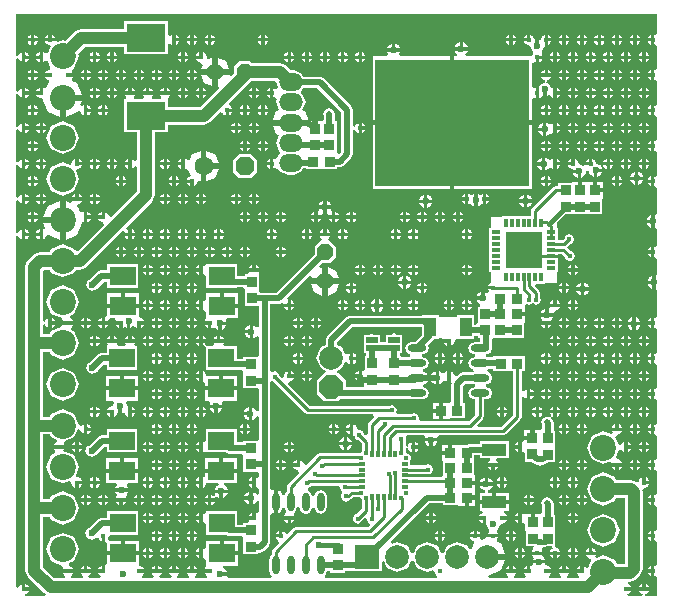
<source format=gtl>
G04*
G04 #@! TF.GenerationSoftware,Altium Limited,Altium Designer,20.1.7 (139)*
G04*
G04 Layer_Physical_Order=1*
G04 Layer_Color=255*
%FSLAX44Y44*%
%MOMM*%
G71*
G04*
G04 #@! TF.SameCoordinates,4F6880EA-275B-44BA-AE73-E750D04965C1*
G04*
G04*
G04 #@! TF.FilePolarity,Positive*
G04*
G01*
G75*
%ADD13C,0.2540*%
G04:AMPARAMS|DCode=43|XSize=0.4mm|YSize=0.3mm|CornerRadius=0mm|HoleSize=0mm|Usage=FLASHONLY|Rotation=0.000|XOffset=0mm|YOffset=0mm|HoleType=Round|Shape=Octagon|*
%AMOCTAGOND43*
4,1,8,0.2000,-0.0750,0.2000,0.0750,0.1250,0.1500,-0.1250,0.1500,-0.2000,0.0750,-0.2000,-0.0750,-0.1250,-0.1500,0.1250,-0.1500,0.2000,-0.0750,0.0*
%
%ADD43OCTAGOND43*%

G04:AMPARAMS|DCode=44|XSize=0.4mm|YSize=0.3mm|CornerRadius=0mm|HoleSize=0mm|Usage=FLASHONLY|Rotation=90.000|XOffset=0mm|YOffset=0mm|HoleType=Round|Shape=Octagon|*
%AMOCTAGOND44*
4,1,8,0.0750,0.2000,-0.0750,0.2000,-0.1500,0.1250,-0.1500,-0.1250,-0.0750,-0.2000,0.0750,-0.2000,0.1500,-0.1250,0.1500,0.1250,0.0750,0.2000,0.0*
%
%ADD44OCTAGOND44*%

%ADD45R,0.3000X0.5000*%
%ADD46R,0.5000X0.3000*%
%ADD47R,2.2000X1.6000*%
G04:AMPARAMS|DCode=48|XSize=1.55mm|YSize=0.6mm|CornerRadius=0.3mm|HoleSize=0mm|Usage=FLASHONLY|Rotation=270.000|XOffset=0mm|YOffset=0mm|HoleType=Round|Shape=RoundedRectangle|*
%AMROUNDEDRECTD48*
21,1,1.5500,0.0000,0,0,270.0*
21,1,0.9500,0.6000,0,0,270.0*
1,1,0.6000,0.0000,-0.4750*
1,1,0.6000,0.0000,0.4750*
1,1,0.6000,0.0000,0.4750*
1,1,0.6000,0.0000,-0.4750*
%
%ADD48ROUNDEDRECTD48*%
%ADD49R,0.8500X0.8500*%
%ADD50R,2.0000X1.0000*%
%ADD51R,0.8500X0.8500*%
%ADD52R,0.8000X0.3000*%
%ADD53R,0.3000X0.8000*%
%ADD54R,3.1500X3.1500*%
%ADD55R,1.0000X1.6000*%
%ADD56R,1.0000X0.5000*%
%ADD57R,13.0000X10.7000*%
%ADD58R,3.3000X2.4000*%
G04:AMPARAMS|DCode=59|XSize=1.55mm|YSize=0.6mm|CornerRadius=0.3mm|HoleSize=0mm|Usage=FLASHONLY|Rotation=180.000|XOffset=0mm|YOffset=0mm|HoleType=Round|Shape=RoundedRectangle|*
%AMROUNDEDRECTD59*
21,1,1.5500,0.0000,0,0,180.0*
21,1,0.9500,0.6000,0,0,180.0*
1,1,0.6000,-0.4750,0.0000*
1,1,0.6000,0.4750,0.0000*
1,1,0.6000,0.4750,0.0000*
1,1,0.6000,-0.4750,0.0000*
%
%ADD59ROUNDEDRECTD59*%
%ADD60C,0.5000*%
%ADD61C,0.4000*%
%ADD62C,1.0000*%
%ADD63C,0.3810*%
%ADD64C,2.2000*%
%ADD65C,1.6000*%
%ADD66P,1.7318X8X202.5*%
%ADD67C,2.0000*%
%ADD68R,2.0000X2.0000*%
%ADD69C,0.7000*%
%ADD70P,1.5154X8X292.5*%
%ADD71C,1.4000*%
%ADD72O,2.0000X1.5000*%
%ADD73P,1.5154X8X202.5*%
%ADD74P,2.1648X8X112.5*%
%ADD75C,0.6000*%
%ADD76C,0.4000*%
G36*
X546461Y480394D02*
X544461Y479058D01*
X543999Y479249D01*
Y475000D01*
Y470750D01*
X544461Y470941D01*
X546461Y469605D01*
Y450394D01*
X544461Y449058D01*
X543999Y449249D01*
Y445000D01*
Y440750D01*
X544461Y440941D01*
X546461Y439605D01*
Y420394D01*
X544461Y419058D01*
X543999Y419249D01*
Y415000D01*
Y410750D01*
X544461Y410941D01*
X546461Y409605D01*
Y390394D01*
X544461Y389058D01*
X543999Y389249D01*
Y385000D01*
Y380750D01*
X544461Y380941D01*
X546461Y379605D01*
X546461Y360394D01*
X544461Y359058D01*
X543999Y359249D01*
Y355000D01*
Y350750D01*
X544461Y350941D01*
X546461Y349605D01*
Y327320D01*
X544798Y326208D01*
X544500Y326332D01*
Y321000D01*
Y315668D01*
X544798Y315791D01*
X546461Y314680D01*
Y300394D01*
X544461Y299058D01*
X543999Y299249D01*
Y295000D01*
Y290750D01*
X544461Y290941D01*
X546461Y289605D01*
Y276130D01*
X545250Y275322D01*
Y269500D01*
Y263678D01*
X546461Y262870D01*
Y240394D01*
X544461Y239058D01*
X543999Y239249D01*
Y235000D01*
Y230750D01*
X544461Y230941D01*
X546461Y229605D01*
Y210394D01*
X544461Y209058D01*
X543999Y209249D01*
Y205000D01*
Y200750D01*
X544461Y200941D01*
X546461Y199605D01*
Y180394D01*
X544461Y179058D01*
X543999Y179249D01*
Y175000D01*
Y170750D01*
X544461Y170941D01*
X546461Y169605D01*
Y150394D01*
X544461Y149058D01*
X543999Y149249D01*
Y145000D01*
Y140750D01*
X544461Y140941D01*
X546461Y139605D01*
X546461Y120394D01*
X544461Y119058D01*
X543999Y119249D01*
Y115000D01*
Y110750D01*
X544461Y110941D01*
X546461Y109605D01*
Y90394D01*
X544461Y89058D01*
X543999Y89249D01*
Y85000D01*
Y80750D01*
X544461Y80941D01*
X546461Y79605D01*
Y60395D01*
X544461Y59058D01*
X543999Y59249D01*
Y55000D01*
Y50750D01*
X544461Y50941D01*
X546461Y49605D01*
Y30394D01*
X544461Y29058D01*
X543999Y29249D01*
Y25000D01*
Y20750D01*
X544461Y20941D01*
X546461Y19605D01*
Y3539D01*
X536388D01*
X535991Y5539D01*
X538444Y6556D01*
X539249Y8500D01*
X530750D01*
X531555Y6556D01*
X534009Y5539D01*
X533611Y3539D01*
X521388D01*
X520991Y5539D01*
X523444Y6556D01*
X524249Y8500D01*
X520000D01*
Y11500D01*
X524249D01*
X523444Y13444D01*
X521683Y14173D01*
X522080Y16173D01*
X523500D01*
X528857Y18392D01*
X531857Y21392D01*
X534077Y26750D01*
Y92250D01*
X533446Y93772D01*
X534860Y95187D01*
X535000Y95129D01*
X538444Y96556D01*
X539249Y98500D01*
X535000D01*
Y100000D01*
X533500D01*
Y104249D01*
X531555Y103444D01*
X530709Y101401D01*
X529766Y100080D01*
X528281Y100407D01*
X524250Y102077D01*
X511683D01*
X510700Y104450D01*
X500750Y108571D01*
X490800Y104450D01*
X486679Y94500D01*
X490800Y84550D01*
X500750Y80429D01*
X510700Y84550D01*
X511683Y86923D01*
X518923D01*
Y31327D01*
X511993D01*
X510700Y34450D01*
X500750Y38571D01*
X495551Y36418D01*
X494021Y37949D01*
X494249Y38500D01*
X485750D01*
X486555Y36556D01*
X489198Y35461D01*
X490033Y34934D01*
X490316Y33281D01*
X488128Y27999D01*
X486128D01*
X485944Y28444D01*
X484000Y29249D01*
Y25000D01*
X482500D01*
Y23500D01*
X478250D01*
X479055Y21556D01*
X480211Y21077D01*
X479813Y19077D01*
X470186D01*
X469788Y21077D01*
X470944Y21556D01*
X471749Y23500D01*
X463250D01*
X464055Y21556D01*
X465211Y21077D01*
X464813Y19077D01*
X455186D01*
X454788Y21077D01*
X455944Y21556D01*
X456749Y23500D01*
X452500D01*
Y26500D01*
X456749D01*
X455944Y28444D01*
X452500Y29870D01*
X451373Y30997D01*
X451582Y31500D01*
X440918D01*
X441359Y30437D01*
X439828Y28906D01*
X439000Y29249D01*
Y25000D01*
X437500D01*
Y23500D01*
X433250D01*
X434055Y21556D01*
X435211Y21077D01*
X434814Y19077D01*
X425186D01*
X424788Y21077D01*
X425944Y21556D01*
X426749Y23500D01*
X418250D01*
X419055Y21556D01*
X420211Y21077D01*
X419814Y19077D01*
X403753D01*
X403355Y21077D01*
X414081Y25519D01*
X417800Y34500D01*
X402600D01*
Y39500D01*
X417800D01*
X414081Y48481D01*
X411118Y49708D01*
X411081Y51888D01*
X411749Y53500D01*
X401814D01*
X401400Y52739D01*
X398018Y51338D01*
X396488Y52869D01*
X396749Y53500D01*
X388250D01*
X389055Y51556D01*
X391186Y50673D01*
Y48508D01*
X391119Y48481D01*
X389276Y44031D01*
X387276D01*
X386384Y46184D01*
X377200Y49989D01*
X368016Y46184D01*
X365500Y40111D01*
X363500D01*
X360984Y46184D01*
X351800Y49989D01*
X342616Y46184D01*
X340100Y40111D01*
X338100D01*
X335584Y46184D01*
X326400Y49989D01*
X321800Y48083D01*
X320667Y49779D01*
X353268Y82379D01*
X364750D01*
Y81000D01*
X376457D01*
X378250Y80500D01*
X379043Y80500D01*
X383250D01*
Y87250D01*
X385000D01*
Y89000D01*
X391750D01*
Y93000D01*
Y98000D01*
X385000D01*
Y101500D01*
X391750D01*
Y106500D01*
X391250D01*
Y118750D01*
X391250D01*
Y119000D01*
X391250D01*
Y122879D01*
X396500D01*
Y120750D01*
X404397D01*
X404795Y118750D01*
X404055Y118444D01*
X403250Y116500D01*
X411749D01*
X410944Y118444D01*
X410204Y118750D01*
X410602Y120750D01*
X420500D01*
Y134750D01*
X396500D01*
Y132621D01*
X387500D01*
X384794Y131500D01*
X379543D01*
X377750Y132000D01*
X376957Y132000D01*
X372750D01*
Y125250D01*
X371000D01*
Y123500D01*
X364250D01*
Y118500D01*
X364750D01*
Y106250D01*
X364750Y106250D01*
X364051Y104539D01*
X337750D01*
Y107461D01*
X350342D01*
X352250Y106670D01*
X355312Y107938D01*
X356580Y111000D01*
X355312Y114061D01*
X352250Y115330D01*
X350342Y114539D01*
X337250D01*
Y118750D01*
X337750Y119250D01*
Y122750D01*
X336000Y124500D01*
X335137D01*
X333289Y125000D01*
Y129214D01*
X335289Y129612D01*
X335714Y128588D01*
X336555Y126556D01*
X338500Y125750D01*
Y130000D01*
Y134249D01*
X336555Y133444D01*
X335714Y131412D01*
X335289Y130387D01*
X333289Y130785D01*
Y135696D01*
X333830Y137000D01*
X333292Y138298D01*
X334403Y139961D01*
X348784D01*
X349895Y138298D01*
X349668Y137750D01*
X360332D01*
X360105Y138298D01*
X361216Y139961D01*
X415750D01*
X418253Y140997D01*
X430503Y153247D01*
X431539Y155750D01*
Y172403D01*
X433539Y172801D01*
X434055Y171556D01*
X436000Y170750D01*
Y175000D01*
Y179249D01*
X434055Y178444D01*
X433539Y177198D01*
X431539Y177596D01*
Y194500D01*
X434250D01*
Y207000D01*
X421750D01*
Y207000D01*
X420250D01*
Y207000D01*
X407750D01*
Y205971D01*
X402807D01*
X401500Y206512D01*
Y208388D01*
X405327Y209973D01*
X406912Y213800D01*
X406314Y215245D01*
Y220888D01*
X407250Y222500D01*
X419750D01*
Y222500D01*
X421250D01*
Y222500D01*
X433750D01*
Y234207D01*
X434250Y236000D01*
X434250Y236000D01*
X434250Y236000D01*
Y241000D01*
X427500D01*
Y244500D01*
X434250D01*
Y250014D01*
X436250Y251249D01*
X438250Y250420D01*
X441125Y251611D01*
X444000Y250420D01*
X447062Y251688D01*
X448330Y254750D01*
X447539Y256658D01*
Y260250D01*
X446503Y262753D01*
X443256Y266000D01*
X444084Y268000D01*
X451750D01*
Y269000D01*
X461250Y269000D01*
X461250Y278500D01*
X462250D01*
Y288000D01*
X462750D01*
Y293461D01*
X465534D01*
X468398Y290596D01*
X469188Y288689D01*
X472250Y287420D01*
X475312Y288689D01*
X476580Y291750D01*
X475312Y294811D01*
X473404Y295602D01*
X470129Y298876D01*
X470253Y299497D01*
X472904Y302148D01*
X474812Y302938D01*
X476080Y306000D01*
X474812Y309062D01*
X471750Y310330D01*
X468689Y309062D01*
X467898Y307154D01*
X466284Y305539D01*
X462250D01*
Y315500D01*
X461250D01*
X461250Y319877D01*
X468623Y327250D01*
X500000D01*
Y339750D01*
X500500Y340750D01*
X500500D01*
Y345750D01*
X493750D01*
Y347500D01*
X492000D01*
Y354250D01*
X483000D01*
Y347500D01*
X479500D01*
Y354250D01*
X474500D01*
Y353750D01*
X462500D01*
Y351039D01*
X460500D01*
X457997Y350003D01*
X440747Y332753D01*
X439711Y330250D01*
Y326000D01*
X414750D01*
Y325000D01*
X405250Y325000D01*
X405250Y315500D01*
X404250D01*
Y308500D01*
Y298500D01*
Y288500D01*
Y278500D01*
X405250D01*
X405250Y269000D01*
X405250Y269000D01*
X405250D01*
X404532Y268666D01*
X404055Y268444D01*
X403768Y267750D01*
X403250Y266500D01*
X407500D01*
Y263500D01*
X403250D01*
X403934Y261848D01*
X402667Y260331D01*
X400250Y261332D01*
Y256000D01*
X398750D01*
Y254500D01*
X393418D01*
X394540Y251791D01*
X396449Y251000D01*
X396051Y249000D01*
X394750D01*
Y236500D01*
X394750D01*
Y235621D01*
X393321Y233621D01*
X391250D01*
Y241500D01*
X377250D01*
Y240500D01*
X361250D01*
Y241500D01*
X347250D01*
Y241371D01*
X286000D01*
X282556Y239944D01*
X267056Y224444D01*
X265629Y221000D01*
Y216721D01*
X261316Y214934D01*
X257511Y205750D01*
X261316Y196566D01*
X265699Y194750D01*
X265301Y192750D01*
X264500D01*
X258500Y186750D01*
Y174750D01*
X264500Y168750D01*
X276500D01*
X278579Y170829D01*
X336693D01*
X338000Y170288D01*
X347500D01*
X351327Y171873D01*
X352912Y175700D01*
X351327Y179527D01*
X348502Y180697D01*
Y182862D01*
X351710Y184190D01*
X352865Y186980D01*
X355030D01*
X356040Y184541D01*
X358750Y183418D01*
Y188750D01*
Y194082D01*
X356040Y192959D01*
X354885Y190170D01*
X352720D01*
X351710Y192609D01*
X348502Y193938D01*
Y196103D01*
X351327Y197273D01*
X352912Y201100D01*
X351327Y204927D01*
X347500Y206512D01*
Y208388D01*
X351327Y209973D01*
X352912Y213800D01*
X351953Y216115D01*
X357338Y221500D01*
X361250D01*
Y222500D01*
X364365D01*
X365033Y221500D01*
X370000D01*
Y220000D01*
X371500D01*
Y215750D01*
X373444Y216556D01*
X374870Y220000D01*
X376265Y221709D01*
X377250Y221500D01*
Y221500D01*
X391250D01*
Y223879D01*
X394750D01*
Y222500D01*
X396572D01*
Y219212D01*
X392000D01*
X388173Y217627D01*
X386588Y213800D01*
X388173Y209973D01*
X392000Y208388D01*
Y206512D01*
X388173Y204927D01*
X386588Y201100D01*
X388173Y197273D01*
X390681Y196234D01*
X391024Y193928D01*
X390224Y193271D01*
X381650D01*
X378206Y191844D01*
X376718Y190356D01*
X374479Y190945D01*
X373444Y193444D01*
X371500Y194249D01*
Y190000D01*
Y184825D01*
X372260Y184065D01*
X372129Y183750D01*
Y168888D01*
X370129Y167394D01*
X369750Y167500D01*
X368957Y167500D01*
X364750D01*
Y160750D01*
Y154000D01*
X368957D01*
X369750Y154000D01*
X371543Y154500D01*
X383250D01*
Y167000D01*
X381871D01*
Y181733D01*
X383667Y183529D01*
X390693D01*
X392000Y182988D01*
Y181112D01*
X388173Y179527D01*
X386588Y175700D01*
X388173Y171873D01*
X392000Y170288D01*
X392461D01*
Y157466D01*
X386784Y151789D01*
X345757D01*
X344646Y153452D01*
X345079Y154500D01*
X343811Y157562D01*
X340750Y158830D01*
X338239Y157789D01*
X326561D01*
X325225Y159789D01*
X325830Y161250D01*
X324562Y164312D01*
X321500Y165580D01*
X319592Y164789D01*
X252466D01*
X233791Y183465D01*
X234924Y185160D01*
X235000Y185129D01*
X238444Y186556D01*
X239249Y188500D01*
X235000D01*
Y190000D01*
X233500D01*
Y194249D01*
X231556Y193444D01*
X230129Y190000D01*
X230160Y189923D01*
X228465Y188791D01*
X226352Y190904D01*
X225562Y192812D01*
X222500Y194080D01*
X220871Y193405D01*
X218871Y194741D01*
Y251129D01*
X226000D01*
X228936Y252345D01*
X230023Y251500D01*
X233500D01*
Y255769D01*
X233162Y256274D01*
X252259Y275371D01*
X253922Y274260D01*
X253297Y272750D01*
X262750D01*
Y282203D01*
X261240Y281578D01*
X260129Y283241D01*
X263138Y286250D01*
X269750D01*
X274250Y290750D01*
Y299750D01*
X269750Y304250D01*
X268104D01*
X267706Y306250D01*
X268444Y306555D01*
X269249Y308500D01*
X260750D01*
X261556Y306555D01*
X262293Y306250D01*
X261895Y304250D01*
X260750D01*
X256250Y299750D01*
Y293138D01*
X223983Y260871D01*
X210929D01*
X209500Y262250D01*
Y263750D01*
X209500D01*
Y276250D01*
X209500Y276250D01*
X209500D01*
X209146Y278250D01*
X209249Y278500D01*
X200750D01*
X200854Y278250D01*
X199517Y276250D01*
X197000D01*
Y274871D01*
X190750D01*
Y284950D01*
X164750D01*
Y284751D01*
X162750Y283731D01*
X161500Y284249D01*
Y280000D01*
Y275750D01*
X162750Y276268D01*
X164750Y275249D01*
Y264950D01*
X190750D01*
Y265129D01*
X195571D01*
X197000Y263750D01*
Y262250D01*
X197000D01*
Y249750D01*
X202609D01*
X203000Y249588D01*
X203391Y249750D01*
X209129D01*
Y231947D01*
X207129Y231550D01*
X206959Y231959D01*
X204250Y233082D01*
Y227750D01*
Y222418D01*
X206959Y223540D01*
X207129Y223950D01*
X209129Y223552D01*
Y207989D01*
X208500Y206250D01*
X196000D01*
Y204871D01*
X190250D01*
Y215200D01*
X179701D01*
X178711Y217200D01*
X179249Y218500D01*
X170750D01*
X171289Y217200D01*
X170298Y215200D01*
X166071D01*
X164701Y215200D01*
X163599Y216930D01*
X163933Y217737D01*
X164249Y218500D01*
X161500D01*
Y215750D01*
X161902Y215917D01*
X162680Y216239D01*
X164250Y214748D01*
X164250Y213387D01*
Y195200D01*
X182279D01*
X182450Y195129D01*
X194571D01*
X196000Y193750D01*
Y192250D01*
X196000D01*
Y179750D01*
X208500D01*
X209129Y178011D01*
Y160637D01*
X207129Y160239D01*
X206210Y162460D01*
X203500Y163582D01*
Y158250D01*
Y152918D01*
X206210Y154040D01*
X207129Y156261D01*
X209129Y155863D01*
Y137239D01*
X208500Y135500D01*
X196000D01*
Y134121D01*
X190250D01*
Y145450D01*
X164250D01*
Y135251D01*
X162250Y133938D01*
X161500Y134249D01*
Y130000D01*
Y125750D01*
X162250Y126061D01*
X164250Y125450D01*
Y125450D01*
X180865D01*
X183450Y124379D01*
X194571D01*
X196000Y123000D01*
Y121500D01*
X196000D01*
Y109000D01*
X208500D01*
X209129Y107261D01*
Y105325D01*
X207129Y103988D01*
X206500Y104249D01*
Y100000D01*
Y95750D01*
X207129Y96011D01*
X209129Y94675D01*
Y89990D01*
X207129Y89593D01*
X206460Y91209D01*
X203750Y92332D01*
Y87000D01*
Y81668D01*
X206460Y82790D01*
X207129Y84407D01*
X209129Y84010D01*
Y75325D01*
X207129Y73988D01*
X206500Y74249D01*
Y70000D01*
X205000D01*
Y68500D01*
X200750D01*
X201061Y67750D01*
X199748Y65750D01*
X196000D01*
Y64371D01*
X190750D01*
Y75500D01*
X164750D01*
Y74751D01*
X162750Y73731D01*
X161500Y74249D01*
Y70000D01*
Y65750D01*
X162750Y66268D01*
X164750Y65248D01*
Y55500D01*
X181648D01*
X183750Y54629D01*
X194571D01*
X196000Y53250D01*
Y51750D01*
X196000D01*
Y39250D01*
X208500D01*
Y40629D01*
X210250D01*
X213694Y42056D01*
X217444Y45806D01*
X218871Y49250D01*
Y72779D01*
X220871Y74115D01*
X221700Y73772D01*
Y83750D01*
Y93728D01*
X220871Y93385D01*
X218871Y94721D01*
Y114000D01*
Y184759D01*
X220529Y186036D01*
X220871Y186095D01*
X221346Y185898D01*
X248497Y158747D01*
X251000Y157711D01*
X306127D01*
X306955Y155711D01*
X302247Y151003D01*
X301211Y148500D01*
Y140658D01*
X299363Y139893D01*
X297852Y141404D01*
X297062Y143312D01*
X294000Y144580D01*
X293910Y144574D01*
X292385Y145309D01*
X292381Y145316D01*
X293934Y144610D01*
X292379Y145319D01*
X291911Y146109D01*
X290944Y148444D01*
X289000Y149249D01*
Y145000D01*
Y139661D01*
X290161Y139066D01*
X290938Y137189D01*
X292846Y136398D01*
X296211Y133034D01*
Y126637D01*
X295552Y124925D01*
X294363Y124789D01*
X261000D01*
X258497Y123753D01*
X249218Y114474D01*
X247237Y115321D01*
X245944Y118444D01*
X244000Y119249D01*
Y115000D01*
X242500D01*
Y113500D01*
X238250D01*
X239056Y111556D01*
X242178Y110262D01*
X243026Y108281D01*
X233647Y98903D01*
X232611Y96400D01*
Y92446D01*
X232323Y92327D01*
X231153Y89502D01*
X228988D01*
X227660Y92710D01*
X225200Y93728D01*
Y83750D01*
Y73772D01*
X227660Y74791D01*
X228988Y77998D01*
X231153D01*
X232323Y75173D01*
X231565Y73460D01*
X231565Y73460D01*
X231565Y73460D01*
X231556Y73444D01*
X231556Y73444D01*
X230750Y71500D01*
X239249D01*
X238822Y72530D01*
X239518Y74983D01*
X239977Y75173D01*
X241562Y79000D01*
X243438D01*
X245023Y75173D01*
X245938Y74794D01*
X246189Y74188D01*
X249250Y72920D01*
X252311Y74188D01*
X253580Y77250D01*
X253563Y77289D01*
X254290Y78657D01*
X256293Y78626D01*
X257723Y75173D01*
X261550Y73588D01*
X265377Y75173D01*
X266962Y79000D01*
Y88500D01*
X265377Y92327D01*
X261550Y93912D01*
X257723Y92327D01*
X256138Y88500D01*
X254262D01*
X252677Y92327D01*
X250696Y93147D01*
Y95312D01*
X252812Y96188D01*
X253338Y97461D01*
X276611D01*
X277420Y96250D01*
X278689Y93188D01*
X279859Y92704D01*
X279859Y91232D01*
X278591Y88170D01*
X279859Y85109D01*
X282920Y83841D01*
X284828Y84631D01*
X284920D01*
X287423Y85668D01*
X289216Y87461D01*
X294363D01*
X295842Y87092D01*
X296211Y85613D01*
Y77716D01*
X291596Y73102D01*
X289688Y72312D01*
X288421Y69250D01*
X289688Y66189D01*
X292750Y64920D01*
X295812Y66189D01*
X296602Y68096D01*
X298573Y70067D01*
X300505Y69171D01*
X301688Y66314D01*
X302762Y65869D01*
X303152Y63907D01*
X301534Y62289D01*
X240750D01*
X238247Y61253D01*
X233533Y56538D01*
X231571Y56929D01*
X230944Y58444D01*
X229000Y59249D01*
Y55000D01*
X227500D01*
Y53500D01*
X223250D01*
X224056Y51556D01*
X225571Y50928D01*
X225961Y48966D01*
X220947Y43953D01*
X219911Y41450D01*
Y38446D01*
X219623Y38327D01*
X218038Y34500D01*
Y25000D01*
X219623Y21173D01*
X219856Y21077D01*
X219458Y19077D01*
X182835D01*
X181724Y20740D01*
X181832Y21000D01*
X176500D01*
Y24000D01*
X181832D01*
X180709Y26709D01*
X178560Y27600D01*
X178957Y29600D01*
X191250D01*
Y38350D01*
X177750D01*
Y40100D01*
X176000D01*
Y50600D01*
X164250D01*
Y45251D01*
X162250Y43938D01*
X161500Y44249D01*
Y40000D01*
Y35750D01*
X162250Y36061D01*
X164250Y34748D01*
Y29600D01*
X164250Y29600D01*
X163786Y27792D01*
X163250Y26500D01*
X167500D01*
Y23500D01*
X163250D01*
X164056Y21556D01*
X165212Y21077D01*
X164814Y19077D01*
X155186D01*
X154788Y21077D01*
X155944Y21556D01*
X156749Y23500D01*
X148250D01*
X149056Y21556D01*
X150211Y21077D01*
X149814Y19077D01*
X140186D01*
X139788Y21077D01*
X140944Y21556D01*
X141749Y23500D01*
X133250D01*
X134056Y21556D01*
X135211Y21077D01*
X134814Y19077D01*
X125186D01*
X124788Y21077D01*
X125944Y21556D01*
X126749Y23500D01*
X118250D01*
X119056Y21556D01*
X120211Y21077D01*
X119814Y19077D01*
X110186D01*
X109788Y21077D01*
X110944Y21556D01*
X111749Y23500D01*
X107500D01*
Y26500D01*
X111749D01*
X110944Y28444D01*
X108745Y29355D01*
X107500Y29871D01*
X107250Y30037D01*
X107250Y31448D01*
Y38350D01*
X80250D01*
Y30896D01*
X79000Y30047D01*
Y25000D01*
X77500D01*
Y23500D01*
X73250D01*
X74056Y21556D01*
X75212Y21077D01*
X74814Y19077D01*
X65186D01*
X64788Y21077D01*
X65944Y21556D01*
X66749Y23500D01*
X58250D01*
X59056Y21556D01*
X60212Y21077D01*
X59814Y19077D01*
X50186D01*
X49788Y21077D01*
X50944Y21556D01*
X51749Y23500D01*
X43250D01*
X44056Y21556D01*
X45212Y21077D01*
X44814Y19077D01*
X35888D01*
X26577Y28388D01*
Y51875D01*
X26077Y53082D01*
Y70923D01*
X32067D01*
X33050Y68550D01*
X43000Y64429D01*
X52950Y68550D01*
X57071Y78500D01*
X52950Y88450D01*
X43000Y92571D01*
X33050Y88450D01*
X32067Y86077D01*
X26077D01*
Y140673D01*
X32067D01*
X33050Y138300D01*
X38052Y136229D01*
Y134064D01*
X36556Y133444D01*
X35750Y131500D01*
X44249D01*
X43884Y132380D01*
X44642Y134859D01*
X52950Y138300D01*
X55781Y145135D01*
X57759Y144685D01*
X59056Y141556D01*
X61000Y140750D01*
Y145000D01*
Y149249D01*
X59056Y148444D01*
X58919Y148114D01*
X56941Y148565D01*
X52950Y158200D01*
X43000Y162321D01*
X33050Y158200D01*
X32067Y155827D01*
X26077D01*
Y210423D01*
X32067D01*
X33050Y208050D01*
X43000Y203929D01*
X52950Y208050D01*
X57071Y218000D01*
X52950Y227950D01*
X50009Y229168D01*
Y231168D01*
X50944Y231556D01*
X51749Y233500D01*
X42858D01*
X41871Y231603D01*
X33050Y227950D01*
X32067Y225577D01*
X26077D01*
Y233521D01*
X28077Y233919D01*
X29056Y231556D01*
X31000Y230750D01*
Y235000D01*
Y239249D01*
X29056Y238444D01*
X28077Y236081D01*
X26077Y236478D01*
Y279362D01*
X26888Y280173D01*
X32067D01*
X33050Y277800D01*
X43000Y273679D01*
X52950Y277800D01*
X53933Y280173D01*
X58000D01*
X63358Y282393D01*
X94378Y313413D01*
X96074Y312280D01*
X95750Y311500D01*
X98500D01*
Y314249D01*
X97719Y313926D01*
X96586Y315621D01*
X118857Y337892D01*
X121077Y343250D01*
Y396500D01*
X132000D01*
Y402923D01*
X162750D01*
X168107Y405142D01*
X176455Y413489D01*
X178416Y413099D01*
X179056Y411555D01*
X181000Y410750D01*
Y415000D01*
X182500D01*
Y416499D01*
X186749D01*
X185944Y418444D01*
X184400Y419083D01*
X184010Y421045D01*
X202358Y439393D01*
X202510Y439760D01*
X202923Y440173D01*
X222266D01*
X223217Y438750D01*
X224961Y434539D01*
X223210Y433540D01*
X221500Y434249D01*
Y430000D01*
Y425750D01*
X222960Y426355D01*
X224607Y425106D01*
X223217Y421750D01*
X225950Y415153D01*
X223933Y414317D01*
X221006Y407250D01*
X236000D01*
Y402250D01*
X221006D01*
X223933Y395183D01*
X225950Y394347D01*
X223217Y387750D01*
X226229Y380479D01*
X226782Y380250D01*
Y378250D01*
X226229Y378021D01*
X224838Y374663D01*
X222355Y373895D01*
X221500Y374249D01*
Y370000D01*
Y365750D01*
X222886Y366324D01*
X225278Y365776D01*
X226229Y363479D01*
X233500Y360467D01*
X238500D01*
X245771Y363479D01*
X246765Y365879D01*
X249000D01*
Y365500D01*
X261500D01*
Y365500D01*
X263000D01*
Y365500D01*
X275500D01*
Y366879D01*
X277500D01*
X280944Y368306D01*
X287194Y374556D01*
X288621Y378000D01*
Y398414D01*
X290621Y398812D01*
X291556Y396555D01*
X293500Y395750D01*
Y400000D01*
Y404249D01*
X291556Y403444D01*
X290621Y401187D01*
X288621Y401585D01*
Y415500D01*
X287194Y418944D01*
X263944Y442194D01*
X260500Y443621D01*
X246765D01*
X245771Y446021D01*
X238500Y449033D01*
X236432D01*
X232358Y453107D01*
X227000Y455327D01*
X202923D01*
X201500Y456750D01*
X192500D01*
X188000Y452250D01*
Y446465D01*
X185575Y444040D01*
X183912Y445152D01*
X183953Y445250D01*
X174500D01*
Y435797D01*
X174598Y435838D01*
X175710Y434175D01*
X159612Y418077D01*
X132000D01*
X132000Y424500D01*
X132655Y426229D01*
X133444Y426555D01*
X134249Y428499D01*
X125750D01*
X126556Y426555D01*
X126689Y426500D01*
X126292Y424500D01*
X118708D01*
X118310Y426500D01*
X118444Y426555D01*
X119249Y428499D01*
X110750D01*
X111556Y426555D01*
X111689Y426500D01*
X111292Y424500D01*
X103708D01*
X103310Y426500D01*
X103444Y426555D01*
X104249Y428499D01*
X95750D01*
X96556Y426555D01*
X96689Y426500D01*
X96292Y424500D01*
X95000D01*
Y396500D01*
X105923D01*
Y372684D01*
X103923Y372286D01*
X103444Y373444D01*
X101500Y374249D01*
Y370000D01*
Y365750D01*
X103444Y366555D01*
X103923Y367713D01*
X105923Y367315D01*
Y346388D01*
X84218Y324683D01*
X82176Y325469D01*
X80944Y328444D01*
X79000Y329249D01*
Y325000D01*
X77500D01*
Y323500D01*
X73250D01*
X74056Y321555D01*
X77030Y320323D01*
X77816Y318281D01*
X55736Y296201D01*
X53397Y296620D01*
X52950Y297700D01*
X43000Y301821D01*
X33050Y297700D01*
X32067Y295327D01*
X23750D01*
X18392Y293108D01*
X13142Y287857D01*
X10923Y282500D01*
Y220750D01*
Y217000D01*
Y148250D01*
Y78500D01*
Y52375D01*
X11423Y51168D01*
Y25250D01*
X13642Y19892D01*
X27392Y6143D01*
X28848Y5539D01*
X28451Y3539D01*
X11389D01*
X10991Y5539D01*
X13444Y6556D01*
X14249Y8500D01*
X10000D01*
Y10000D01*
X8500D01*
Y14249D01*
X6556Y13444D01*
X5539Y10991D01*
X3539Y11388D01*
Y308611D01*
X5539Y309009D01*
X6556Y306555D01*
X8500Y305750D01*
Y310000D01*
Y314249D01*
X6556Y313444D01*
X5539Y310990D01*
X3539Y311388D01*
Y338611D01*
X5539Y339009D01*
X6556Y336555D01*
X8500Y335750D01*
Y340000D01*
Y344249D01*
X6556Y343444D01*
X5539Y340990D01*
X3539Y341388D01*
Y368611D01*
X5539Y369009D01*
X6556Y366555D01*
X8500Y365750D01*
Y370000D01*
Y374249D01*
X6556Y373444D01*
X5539Y370990D01*
X3539Y371388D01*
Y398611D01*
X5539Y399009D01*
X6556Y396555D01*
X8500Y395750D01*
Y400000D01*
Y404249D01*
X6556Y403444D01*
X5539Y400990D01*
X3539Y401388D01*
Y428611D01*
X5539Y429009D01*
X6556Y426555D01*
X8500Y425750D01*
Y430000D01*
Y434249D01*
X6556Y433444D01*
X5539Y430990D01*
X3539Y431388D01*
Y458611D01*
X5539Y459009D01*
X6556Y456555D01*
X8500Y455750D01*
Y460000D01*
Y464249D01*
X6556Y463444D01*
X5539Y460990D01*
X3539Y461388D01*
Y496461D01*
X546461D01*
Y480394D01*
D02*
G37*
G36*
X278879Y413483D02*
Y380018D01*
X277354Y378492D01*
X275081Y379048D01*
X275000Y379250D01*
X275000D01*
Y391750D01*
X275000D01*
Y393250D01*
X275000D01*
Y405750D01*
X273621D01*
Y411750D01*
X272194Y415194D01*
X271944Y415444D01*
X268500Y416871D01*
X265056Y415444D01*
X263629Y412000D01*
X263879Y411396D01*
Y407886D01*
X263000Y406250D01*
X251409D01*
X248067Y414317D01*
X246050Y415153D01*
X248783Y421750D01*
X245771Y429021D01*
X245218Y429250D01*
Y431250D01*
X245771Y431479D01*
X246765Y433879D01*
X258482D01*
X278879Y413483D01*
D02*
G37*
G36*
X347250Y231612D02*
Y225188D01*
X341274Y219212D01*
X338000D01*
X334173Y217627D01*
X332588Y213800D01*
X334173Y209973D01*
X336681Y208934D01*
X337024Y206628D01*
X336224Y205971D01*
X329750D01*
Y207250D01*
X328371D01*
Y209250D01*
X330500D01*
Y216250D01*
Y225250D01*
X325702D01*
X323500Y226162D01*
X321298Y225250D01*
X316500D01*
Y218621D01*
X311750D01*
Y225250D01*
X306952D01*
X304750Y226162D01*
X302548Y225250D01*
X297750D01*
Y216250D01*
Y209250D01*
X300129D01*
Y207250D01*
X298750D01*
Y195543D01*
X298727Y195462D01*
X297052Y194020D01*
X296500Y194249D01*
Y190000D01*
Y185750D01*
X296587Y185786D01*
X298250Y184675D01*
Y180571D01*
X282500D01*
Y186750D01*
X276500Y192750D01*
X275699D01*
X275301Y194750D01*
X279684Y196566D01*
X281903Y201923D01*
X283903D01*
X284056Y201556D01*
X286000Y200750D01*
Y205000D01*
Y209249D01*
X284467Y208614D01*
X282208Y208843D01*
X279684Y214934D01*
X275371Y216721D01*
Y218983D01*
X288018Y231629D01*
X347233D01*
X347250Y231612D01*
D02*
G37*
G36*
X407750Y194500D02*
X420250D01*
Y194500D01*
X421750D01*
Y194500D01*
X424461D01*
Y157216D01*
X414284Y147039D01*
X394658D01*
X393893Y148887D01*
X398503Y153497D01*
X399539Y156000D01*
Y170288D01*
X401500D01*
X405327Y171873D01*
X406912Y175700D01*
X405327Y179527D01*
X401500Y181112D01*
Y182988D01*
X405327Y184573D01*
X406912Y188400D01*
X405327Y192227D01*
X402819Y193266D01*
X402476Y195572D01*
X403276Y196229D01*
X407750D01*
Y194500D01*
D02*
G37*
G36*
X342616Y27816D02*
X351800Y24011D01*
X356620Y26008D01*
X357629Y25000D01*
X359055Y21556D01*
X360211Y21077D01*
X359814Y19077D01*
X265542D01*
X265144Y21077D01*
X265377Y21173D01*
X266962Y25000D01*
Y25129D01*
X269750D01*
Y23750D01*
X282250D01*
Y25129D01*
X289000D01*
Y25000D01*
X313000D01*
Y32767D01*
X315000Y33165D01*
X317216Y27816D01*
X326400Y24011D01*
X335584Y27816D01*
X338100Y33889D01*
X340100D01*
X342616Y27816D01*
D02*
G37*
%LPC*%
G36*
X541000Y479249D02*
X539055Y478444D01*
X538250Y476499D01*
X541000D01*
Y479249D01*
D02*
G37*
G36*
X529000D02*
Y476499D01*
X531749D01*
X530944Y478444D01*
X529000Y479249D01*
D02*
G37*
G36*
X526000D02*
X524055Y478444D01*
X523250Y476499D01*
X526000D01*
Y479249D01*
D02*
G37*
G36*
X514000D02*
Y476499D01*
X516749D01*
X515944Y478444D01*
X514000Y479249D01*
D02*
G37*
G36*
X511000D02*
X509055Y478444D01*
X508250Y476499D01*
X511000D01*
Y479249D01*
D02*
G37*
G36*
X499000D02*
Y476499D01*
X501749D01*
X500944Y478444D01*
X499000Y479249D01*
D02*
G37*
G36*
X496000D02*
X494055Y478444D01*
X493250Y476499D01*
X496000D01*
Y479249D01*
D02*
G37*
G36*
X484000D02*
Y476499D01*
X486749D01*
X485944Y478444D01*
X484000Y479249D01*
D02*
G37*
G36*
X481000D02*
X479055Y478444D01*
X478250Y476499D01*
X481000D01*
Y479249D01*
D02*
G37*
G36*
X469000D02*
Y476499D01*
X471749D01*
X470944Y478444D01*
X469000Y479249D01*
D02*
G37*
G36*
X466000D02*
X464055Y478444D01*
X463250Y476499D01*
X466000D01*
Y479249D01*
D02*
G37*
G36*
X454000D02*
Y476499D01*
X456749D01*
X455944Y478444D01*
X454000Y479249D01*
D02*
G37*
G36*
X436000D02*
X434055Y478444D01*
X433250Y476499D01*
X436000D01*
Y479249D01*
D02*
G37*
G36*
X424000D02*
Y476499D01*
X426749D01*
X425944Y478444D01*
X424000Y479249D01*
D02*
G37*
G36*
X421000D02*
X419055Y478444D01*
X418250Y476499D01*
X421000D01*
Y479249D01*
D02*
G37*
G36*
X214000D02*
Y476499D01*
X216749D01*
X215944Y478444D01*
X214000Y479249D01*
D02*
G37*
G36*
X211000D02*
X209056Y478444D01*
X208250Y476499D01*
X211000D01*
Y479249D01*
D02*
G37*
G36*
X169000D02*
Y476499D01*
X171749D01*
X170944Y478444D01*
X169000Y479249D01*
D02*
G37*
G36*
X166000D02*
X164056Y478444D01*
X163250Y476499D01*
X166000D01*
Y479249D01*
D02*
G37*
G36*
X154000D02*
Y476499D01*
X156749D01*
X155944Y478444D01*
X154000Y479249D01*
D02*
G37*
G36*
X151000D02*
X149056Y478444D01*
X148250Y476499D01*
X151000D01*
Y479249D01*
D02*
G37*
G36*
X139000D02*
Y476499D01*
X141749D01*
X140944Y478444D01*
X139000Y479249D01*
D02*
G37*
G36*
X34000D02*
Y476499D01*
X36749D01*
X35944Y478444D01*
X34000Y479249D01*
D02*
G37*
G36*
X31000D02*
X29056Y478444D01*
X28250Y476499D01*
X31000D01*
Y479249D01*
D02*
G37*
G36*
X19000D02*
Y476499D01*
X21749D01*
X20944Y478444D01*
X19000Y479249D01*
D02*
G37*
G36*
X16000D02*
X14056Y478444D01*
X13250Y476499D01*
X16000D01*
Y479249D01*
D02*
G37*
G36*
X451000D02*
X449055Y478444D01*
X447629Y475000D01*
X447283Y474654D01*
X446250Y475082D01*
Y469750D01*
X443250D01*
Y475082D01*
X442570Y474800D01*
X442370Y475000D01*
X440944Y478444D01*
X439000Y479249D01*
Y475000D01*
X437500D01*
Y473499D01*
X433250D01*
X434055Y471555D01*
X437500Y470129D01*
X439238Y468684D01*
X440541Y465541D01*
X441142Y465291D01*
X441383Y463027D01*
X440574Y461073D01*
X440440Y460750D01*
X439533Y460750D01*
X384406D01*
X384008Y462750D01*
X384710Y463041D01*
X385832Y465750D01*
X375168D01*
X376291Y463041D01*
X376992Y462750D01*
X376594Y460750D01*
X374750D01*
Y406500D01*
X440500D01*
Y424998D01*
X442500Y426164D01*
X443500Y425750D01*
Y430000D01*
Y434249D01*
X442500Y433835D01*
X440500Y435001D01*
Y454998D01*
X442500Y456164D01*
X443500Y455750D01*
Y460000D01*
X445000D01*
Y461499D01*
X449249D01*
X448543Y463203D01*
X448444Y464327D01*
Y465327D01*
X448960Y465541D01*
X450335Y468861D01*
X451000Y469250D01*
Y475000D01*
Y479249D01*
D02*
G37*
G36*
X132000Y490500D02*
X95000D01*
Y484077D01*
X58750D01*
X53393Y481857D01*
X45373Y473838D01*
X43000Y474821D01*
X38530Y472969D01*
X37999Y473499D01*
X28250D01*
X29056Y471555D01*
X32500Y470129D01*
X32722Y469907D01*
X30292Y464039D01*
X27963Y463643D01*
X26500Y464249D01*
Y460000D01*
Y455750D01*
X28444Y456555D01*
X28555Y456824D01*
X30555D01*
X32670Y451718D01*
X32542Y450325D01*
X31699Y449539D01*
X29056Y448444D01*
X28250Y446499D01*
X32500D01*
Y443499D01*
X28250D01*
X29056Y441555D01*
X31588Y440506D01*
Y438341D01*
X30754Y437996D01*
X29510Y434991D01*
X26959Y434059D01*
X26500Y434249D01*
Y430000D01*
X25000D01*
Y428499D01*
X20750D01*
X21556Y426555D01*
X25000Y425129D01*
X25802Y425461D01*
X30754Y413504D01*
X40500Y409467D01*
Y425750D01*
X43000D01*
Y428250D01*
X59283D01*
X55246Y437996D01*
X51114Y439708D01*
X51081Y441886D01*
X51749Y443499D01*
X47500D01*
Y446499D01*
X51749D01*
X51170Y447898D01*
X51713Y450288D01*
X52950Y450800D01*
X57071Y460750D01*
X56088Y463123D01*
X61888Y468923D01*
X95000D01*
Y462500D01*
X132000D01*
Y471292D01*
X134000Y471690D01*
X134056Y471555D01*
X136000Y470750D01*
Y475000D01*
Y479249D01*
X134056Y478444D01*
X134000Y478310D01*
X132000Y478707D01*
Y490500D01*
D02*
G37*
G36*
X541000Y473499D02*
X538250D01*
X539055Y471555D01*
X541000Y470750D01*
Y473499D01*
D02*
G37*
G36*
X531749D02*
X529000D01*
Y470750D01*
X530944Y471555D01*
X531749Y473499D01*
D02*
G37*
G36*
X526000D02*
X523250D01*
X524055Y471555D01*
X526000Y470750D01*
Y473499D01*
D02*
G37*
G36*
X516749D02*
X514000D01*
Y470750D01*
X515944Y471555D01*
X516749Y473499D01*
D02*
G37*
G36*
X511000D02*
X508250D01*
X509055Y471555D01*
X511000Y470750D01*
Y473499D01*
D02*
G37*
G36*
X501749D02*
X499000D01*
Y470750D01*
X500944Y471555D01*
X501749Y473499D01*
D02*
G37*
G36*
X496000D02*
X493250D01*
X494055Y471555D01*
X496000Y470750D01*
Y473499D01*
D02*
G37*
G36*
X486749D02*
X484000D01*
Y470750D01*
X485944Y471555D01*
X486749Y473499D01*
D02*
G37*
G36*
X481000D02*
X478250D01*
X479055Y471555D01*
X481000Y470750D01*
Y473499D01*
D02*
G37*
G36*
X471749D02*
X469000D01*
Y470750D01*
X470944Y471555D01*
X471749Y473499D01*
D02*
G37*
G36*
X466000D02*
X463250D01*
X464055Y471555D01*
X466000Y470750D01*
Y473499D01*
D02*
G37*
G36*
X456749D02*
X454000D01*
Y470750D01*
X455944Y471555D01*
X456749Y473499D01*
D02*
G37*
G36*
X426749D02*
X424000D01*
Y470750D01*
X425944Y471555D01*
X426749Y473499D01*
D02*
G37*
G36*
X421000D02*
X418250D01*
X419055Y471555D01*
X421000Y470750D01*
Y473499D01*
D02*
G37*
G36*
X216749D02*
X214000D01*
Y470750D01*
X215944Y471555D01*
X216749Y473499D01*
D02*
G37*
G36*
X211000D02*
X208250D01*
X209056Y471555D01*
X211000Y470750D01*
Y473499D01*
D02*
G37*
G36*
X171749D02*
X169000D01*
Y470750D01*
X170944Y471555D01*
X171749Y473499D01*
D02*
G37*
G36*
X166000D02*
X163250D01*
X164056Y471555D01*
X166000Y470750D01*
Y473499D01*
D02*
G37*
G36*
X156749D02*
X154000D01*
Y470750D01*
X155944Y471555D01*
X156749Y473499D01*
D02*
G37*
G36*
X151000D02*
X148250D01*
X149056Y471555D01*
X151000Y470750D01*
Y473499D01*
D02*
G37*
G36*
X141749D02*
X139000D01*
Y470750D01*
X140944Y471555D01*
X141749Y473499D01*
D02*
G37*
G36*
X21749D02*
X19000D01*
Y470750D01*
X20944Y471555D01*
X21749Y473499D01*
D02*
G37*
G36*
X16000D02*
X13250D01*
X14056Y471555D01*
X16000Y470750D01*
Y473499D01*
D02*
G37*
G36*
X382000Y472582D02*
Y468750D01*
X385832D01*
X384710Y471460D01*
X382000Y472582D01*
D02*
G37*
G36*
X379000D02*
X376291Y471460D01*
X375168Y468750D01*
X379000D01*
Y472582D01*
D02*
G37*
G36*
X324750Y471332D02*
Y467500D01*
X328582D01*
X327459Y470210D01*
X324750Y471332D01*
D02*
G37*
G36*
X321750D02*
X319041Y470210D01*
X317918Y467500D01*
X321750D01*
Y471332D01*
D02*
G37*
G36*
X536500Y464249D02*
Y461499D01*
X539249D01*
X538444Y463444D01*
X536500Y464249D01*
D02*
G37*
G36*
X533500D02*
X531555Y463444D01*
X530750Y461499D01*
X533500D01*
Y464249D01*
D02*
G37*
G36*
X521500D02*
Y461499D01*
X524249D01*
X523444Y463444D01*
X521500Y464249D01*
D02*
G37*
G36*
X518500D02*
X516555Y463444D01*
X515750Y461499D01*
X518500D01*
Y464249D01*
D02*
G37*
G36*
X506500D02*
Y461499D01*
X509249D01*
X508444Y463444D01*
X506500Y464249D01*
D02*
G37*
G36*
X503500D02*
X501555Y463444D01*
X500750Y461499D01*
X503500D01*
Y464249D01*
D02*
G37*
G36*
X491500D02*
Y461499D01*
X494249D01*
X493444Y463444D01*
X491500Y464249D01*
D02*
G37*
G36*
X488500D02*
X486555Y463444D01*
X485750Y461499D01*
X488500D01*
Y464249D01*
D02*
G37*
G36*
X476500D02*
Y461499D01*
X479249D01*
X478444Y463444D01*
X476500Y464249D01*
D02*
G37*
G36*
X473500D02*
X471555Y463444D01*
X470750Y461499D01*
X473500D01*
Y464249D01*
D02*
G37*
G36*
X461500D02*
Y461499D01*
X464249D01*
X463444Y463444D01*
X461500Y464249D01*
D02*
G37*
G36*
X458500D02*
X456555Y463444D01*
X455750Y461499D01*
X458500D01*
Y464249D01*
D02*
G37*
G36*
X296500D02*
Y461499D01*
X299249D01*
X298444Y463444D01*
X296500Y464249D01*
D02*
G37*
G36*
X293500D02*
X291556Y463444D01*
X290750Y461499D01*
X293500D01*
Y464249D01*
D02*
G37*
G36*
X281500D02*
Y461499D01*
X284249D01*
X283444Y463444D01*
X281500Y464249D01*
D02*
G37*
G36*
X278500D02*
X276556Y463444D01*
X275750Y461499D01*
X278500D01*
Y464249D01*
D02*
G37*
G36*
X266500D02*
Y461499D01*
X269249D01*
X268444Y463444D01*
X266500Y464249D01*
D02*
G37*
G36*
X263500D02*
X261556Y463444D01*
X260750Y461499D01*
X263500D01*
Y464249D01*
D02*
G37*
G36*
X251500D02*
Y461499D01*
X254249D01*
X253444Y463444D01*
X251500Y464249D01*
D02*
G37*
G36*
X248500D02*
X246556Y463444D01*
X245750Y461499D01*
X248500D01*
Y464249D01*
D02*
G37*
G36*
X236500D02*
Y461499D01*
X239249D01*
X238444Y463444D01*
X236500Y464249D01*
D02*
G37*
G36*
X233500D02*
X231556Y463444D01*
X230750Y461499D01*
X233500D01*
Y464249D01*
D02*
G37*
G36*
X158500D02*
X156556Y463444D01*
X155750Y461499D01*
X158500D01*
Y464249D01*
D02*
G37*
G36*
X146500D02*
Y461499D01*
X149249D01*
X148444Y463444D01*
X146500Y464249D01*
D02*
G37*
G36*
X143500D02*
X141556Y463444D01*
X140750Y461499D01*
X143500D01*
Y464249D01*
D02*
G37*
G36*
X86500D02*
Y461499D01*
X89249D01*
X88444Y463444D01*
X86500Y464249D01*
D02*
G37*
G36*
X83500D02*
X81556Y463444D01*
X80750Y461499D01*
X83500D01*
Y464249D01*
D02*
G37*
G36*
X71500D02*
Y461499D01*
X74249D01*
X73444Y463444D01*
X71500Y464249D01*
D02*
G37*
G36*
X68500D02*
X66556Y463444D01*
X65750Y461499D01*
X68500D01*
Y464249D01*
D02*
G37*
G36*
X23500D02*
X21556Y463444D01*
X20750Y461499D01*
X23500D01*
Y464249D01*
D02*
G37*
G36*
X11500D02*
Y461499D01*
X14249D01*
X13444Y463444D01*
X11500Y464249D01*
D02*
G37*
G36*
X539249Y458499D02*
X536500D01*
Y455750D01*
X538444Y456555D01*
X539249Y458499D01*
D02*
G37*
G36*
X533500D02*
X530750D01*
X531555Y456555D01*
X533500Y455750D01*
Y458499D01*
D02*
G37*
G36*
X524249D02*
X521500D01*
Y455750D01*
X523444Y456555D01*
X524249Y458499D01*
D02*
G37*
G36*
X518500D02*
X515750D01*
X516555Y456555D01*
X518500Y455750D01*
Y458499D01*
D02*
G37*
G36*
X509249D02*
X506500D01*
Y455750D01*
X508444Y456555D01*
X509249Y458499D01*
D02*
G37*
G36*
X503500D02*
X500750D01*
X501555Y456555D01*
X503500Y455750D01*
Y458499D01*
D02*
G37*
G36*
X494249D02*
X491500D01*
Y455750D01*
X493444Y456555D01*
X494249Y458499D01*
D02*
G37*
G36*
X488500D02*
X485750D01*
X486555Y456555D01*
X488500Y455750D01*
Y458499D01*
D02*
G37*
G36*
X479249D02*
X476500D01*
Y455750D01*
X478444Y456555D01*
X479249Y458499D01*
D02*
G37*
G36*
X473500D02*
X470750D01*
X471555Y456555D01*
X473500Y455750D01*
Y458499D01*
D02*
G37*
G36*
X464249D02*
X461500D01*
Y455750D01*
X463444Y456555D01*
X464249Y458499D01*
D02*
G37*
G36*
X458500D02*
X455750D01*
X456555Y456555D01*
X458500Y455750D01*
Y458499D01*
D02*
G37*
G36*
X449249D02*
X446500D01*
Y455750D01*
X448444Y456555D01*
X449249Y458499D01*
D02*
G37*
G36*
X299249D02*
X296500D01*
Y455750D01*
X298444Y456555D01*
X299249Y458499D01*
D02*
G37*
G36*
X293500D02*
X290750D01*
X291556Y456555D01*
X293500Y455750D01*
Y458499D01*
D02*
G37*
G36*
X284249D02*
X281500D01*
Y455750D01*
X283444Y456555D01*
X284249Y458499D01*
D02*
G37*
G36*
X278500D02*
X275750D01*
X276556Y456555D01*
X278500Y455750D01*
Y458499D01*
D02*
G37*
G36*
X269249D02*
X266500D01*
Y455750D01*
X268444Y456555D01*
X269249Y458499D01*
D02*
G37*
G36*
X263500D02*
X260750D01*
X261556Y456555D01*
X263500Y455750D01*
Y458499D01*
D02*
G37*
G36*
X254249D02*
X251500D01*
Y455750D01*
X253444Y456555D01*
X254249Y458499D01*
D02*
G37*
G36*
X248500D02*
X245750D01*
X246556Y456555D01*
X248500Y455750D01*
Y458499D01*
D02*
G37*
G36*
X239249D02*
X236500D01*
Y455750D01*
X238444Y456555D01*
X239249Y458499D01*
D02*
G37*
G36*
X233500D02*
X230750D01*
X231556Y456555D01*
X233500Y455750D01*
Y458499D01*
D02*
G37*
G36*
X149249D02*
X146500D01*
Y455750D01*
X148444Y456555D01*
X149249Y458499D01*
D02*
G37*
G36*
X143500D02*
X140750D01*
X141556Y456555D01*
X143500Y455750D01*
Y458499D01*
D02*
G37*
G36*
X89249D02*
X86500D01*
Y455750D01*
X88444Y456555D01*
X89249Y458499D01*
D02*
G37*
G36*
X83500D02*
X80750D01*
X81556Y456555D01*
X83500Y455750D01*
Y458499D01*
D02*
G37*
G36*
X74249D02*
X71500D01*
Y455750D01*
X73444Y456555D01*
X74249Y458499D01*
D02*
G37*
G36*
X68500D02*
X65750D01*
X66556Y456555D01*
X68500Y455750D01*
Y458499D01*
D02*
G37*
G36*
X23500D02*
X20750D01*
X21556Y456555D01*
X23500Y455750D01*
Y458499D01*
D02*
G37*
G36*
X14249D02*
X11500D01*
Y455750D01*
X13444Y456555D01*
X14249Y458499D01*
D02*
G37*
G36*
X174500Y459703D02*
Y450250D01*
X183953D01*
X181184Y456934D01*
X174500Y459703D01*
D02*
G37*
G36*
X161500Y464249D02*
Y460000D01*
X160000D01*
Y458499D01*
X155750D01*
X156556Y456555D01*
X160000Y455129D01*
X160082Y455163D01*
X161496Y453749D01*
X160047Y450250D01*
X169500D01*
Y459703D01*
X166178Y458327D01*
X164763Y459741D01*
X164870Y460000D01*
X163444Y463444D01*
X161500Y464249D01*
D02*
G37*
G36*
X541000Y449249D02*
X539055Y448444D01*
X538250Y446499D01*
X541000D01*
Y449249D01*
D02*
G37*
G36*
X529000D02*
Y446499D01*
X531749D01*
X530944Y448444D01*
X529000Y449249D01*
D02*
G37*
G36*
X526000D02*
X524055Y448444D01*
X523250Y446499D01*
X526000D01*
Y449249D01*
D02*
G37*
G36*
X514000D02*
Y446499D01*
X516749D01*
X515944Y448444D01*
X514000Y449249D01*
D02*
G37*
G36*
X511000D02*
X509055Y448444D01*
X508250Y446499D01*
X511000D01*
Y449249D01*
D02*
G37*
G36*
X499000D02*
Y446499D01*
X501749D01*
X500944Y448444D01*
X499000Y449249D01*
D02*
G37*
G36*
X496000D02*
X494055Y448444D01*
X493250Y446499D01*
X496000D01*
Y449249D01*
D02*
G37*
G36*
X484000D02*
Y446499D01*
X486749D01*
X485944Y448444D01*
X484000Y449249D01*
D02*
G37*
G36*
X481000D02*
X479055Y448444D01*
X478250Y446499D01*
X481000D01*
Y449249D01*
D02*
G37*
G36*
X469000D02*
Y446499D01*
X471749D01*
X470944Y448444D01*
X469000Y449249D01*
D02*
G37*
G36*
X466000D02*
X464055Y448444D01*
X463250Y446499D01*
X466000D01*
Y449249D01*
D02*
G37*
G36*
X454000D02*
Y446499D01*
X456749D01*
X455944Y448444D01*
X454000Y449249D01*
D02*
G37*
G36*
X451000D02*
X449055Y448444D01*
X448250Y446499D01*
X451000D01*
Y449249D01*
D02*
G37*
G36*
X154000D02*
Y446499D01*
X156749D01*
X155944Y448444D01*
X154000Y449249D01*
D02*
G37*
G36*
X151000D02*
X149056Y448444D01*
X148250Y446499D01*
X151000D01*
Y449249D01*
D02*
G37*
G36*
X139000D02*
Y446499D01*
X141749D01*
X140944Y448444D01*
X139000Y449249D01*
D02*
G37*
G36*
X136000D02*
X134056Y448444D01*
X133250Y446499D01*
X136000D01*
Y449249D01*
D02*
G37*
G36*
X124000D02*
Y446499D01*
X126749D01*
X125944Y448444D01*
X124000Y449249D01*
D02*
G37*
G36*
X121000D02*
X119056Y448444D01*
X118250Y446499D01*
X121000D01*
Y449249D01*
D02*
G37*
G36*
X109000D02*
Y446499D01*
X111749D01*
X110944Y448444D01*
X109000Y449249D01*
D02*
G37*
G36*
X106000D02*
X104056Y448444D01*
X103250Y446499D01*
X106000D01*
Y449249D01*
D02*
G37*
G36*
X94000D02*
Y446499D01*
X96749D01*
X95944Y448444D01*
X94000Y449249D01*
D02*
G37*
G36*
X91000D02*
X89056Y448444D01*
X88250Y446499D01*
X91000D01*
Y449249D01*
D02*
G37*
G36*
X79000D02*
Y446499D01*
X81749D01*
X80944Y448444D01*
X79000Y449249D01*
D02*
G37*
G36*
X76000D02*
X74056Y448444D01*
X73250Y446499D01*
X76000D01*
Y449249D01*
D02*
G37*
G36*
X64000D02*
Y446499D01*
X66749D01*
X65944Y448444D01*
X64000Y449249D01*
D02*
G37*
G36*
X61000D02*
X59056Y448444D01*
X58250Y446499D01*
X61000D01*
Y449249D01*
D02*
G37*
G36*
X19000D02*
Y446499D01*
X21749D01*
X20944Y448444D01*
X19000Y449249D01*
D02*
G37*
G36*
X16000D02*
X14056Y448444D01*
X13250Y446499D01*
X16000D01*
Y449249D01*
D02*
G37*
G36*
X541000Y443499D02*
X538250D01*
X539055Y441555D01*
X541000Y440750D01*
Y443499D01*
D02*
G37*
G36*
X531749D02*
X529000D01*
Y440750D01*
X530944Y441555D01*
X531749Y443499D01*
D02*
G37*
G36*
X526000D02*
X523250D01*
X524055Y441555D01*
X526000Y440750D01*
Y443499D01*
D02*
G37*
G36*
X516749D02*
X514000D01*
Y440750D01*
X515944Y441555D01*
X516749Y443499D01*
D02*
G37*
G36*
X511000D02*
X508250D01*
X509055Y441555D01*
X511000Y440750D01*
Y443499D01*
D02*
G37*
G36*
X501749D02*
X499000D01*
Y440750D01*
X500944Y441555D01*
X501749Y443499D01*
D02*
G37*
G36*
X496000D02*
X493250D01*
X494055Y441555D01*
X496000Y440750D01*
Y443499D01*
D02*
G37*
G36*
X486749D02*
X484000D01*
Y440750D01*
X485944Y441555D01*
X486749Y443499D01*
D02*
G37*
G36*
X481000D02*
X478250D01*
X479055Y441555D01*
X481000Y440750D01*
Y443499D01*
D02*
G37*
G36*
X471749D02*
X469000D01*
Y440750D01*
X470944Y441555D01*
X471749Y443499D01*
D02*
G37*
G36*
X466000D02*
X463250D01*
X464055Y441555D01*
X466000Y440750D01*
Y443499D01*
D02*
G37*
G36*
X156749D02*
X154000D01*
Y440750D01*
X155944Y441555D01*
X156749Y443499D01*
D02*
G37*
G36*
X151000D02*
X148250D01*
X149056Y441555D01*
X151000Y440750D01*
Y443499D01*
D02*
G37*
G36*
X141749D02*
X139000D01*
Y440750D01*
X140944Y441555D01*
X141749Y443499D01*
D02*
G37*
G36*
X136000D02*
X133250D01*
X134056Y441555D01*
X136000Y440750D01*
Y443499D01*
D02*
G37*
G36*
X126749D02*
X124000D01*
Y440750D01*
X125944Y441555D01*
X126749Y443499D01*
D02*
G37*
G36*
X121000D02*
X118250D01*
X119056Y441555D01*
X121000Y440750D01*
Y443499D01*
D02*
G37*
G36*
X111749D02*
X109000D01*
Y440750D01*
X110944Y441555D01*
X111749Y443499D01*
D02*
G37*
G36*
X106000D02*
X103250D01*
X104056Y441555D01*
X106000Y440750D01*
Y443499D01*
D02*
G37*
G36*
X96749D02*
X94000D01*
Y440750D01*
X95944Y441555D01*
X96749Y443499D01*
D02*
G37*
G36*
X91000D02*
X88250D01*
X89056Y441555D01*
X91000Y440750D01*
Y443499D01*
D02*
G37*
G36*
X81749D02*
X79000D01*
Y440750D01*
X80944Y441555D01*
X81749Y443499D01*
D02*
G37*
G36*
X76000D02*
X73250D01*
X74056Y441555D01*
X76000Y440750D01*
Y443499D01*
D02*
G37*
G36*
X66749D02*
X64000D01*
Y440750D01*
X65944Y441555D01*
X66749Y443499D01*
D02*
G37*
G36*
X61000D02*
X58250D01*
X59056Y441555D01*
X61000Y440750D01*
Y443499D01*
D02*
G37*
G36*
X21749D02*
X19000D01*
Y440750D01*
X20944Y441555D01*
X21749Y443499D01*
D02*
G37*
G36*
X16000D02*
X13250D01*
X14056Y441555D01*
X16000Y440750D01*
Y443499D01*
D02*
G37*
G36*
X169500Y445250D02*
X160047D01*
X162816Y438566D01*
X169500Y435797D01*
Y445250D01*
D02*
G37*
G36*
X536500Y434249D02*
Y431499D01*
X539249D01*
X538444Y433444D01*
X536500Y434249D01*
D02*
G37*
G36*
X533500D02*
X531555Y433444D01*
X530750Y431499D01*
X533500D01*
Y434249D01*
D02*
G37*
G36*
X521500D02*
Y431499D01*
X524249D01*
X523444Y433444D01*
X521500Y434249D01*
D02*
G37*
G36*
X518500D02*
X516555Y433444D01*
X515750Y431499D01*
X518500D01*
Y434249D01*
D02*
G37*
G36*
X506500D02*
Y431499D01*
X509249D01*
X508444Y433444D01*
X506500Y434249D01*
D02*
G37*
G36*
X503500D02*
X501555Y433444D01*
X500750Y431499D01*
X503500D01*
Y434249D01*
D02*
G37*
G36*
X491500D02*
Y431499D01*
X494249D01*
X493444Y433444D01*
X491500Y434249D01*
D02*
G37*
G36*
X488500D02*
X486555Y433444D01*
X485750Y431499D01*
X488500D01*
Y434249D01*
D02*
G37*
G36*
X476500D02*
Y431499D01*
X479249D01*
X478444Y433444D01*
X476500Y434249D01*
D02*
G37*
G36*
X473500D02*
X471555Y433444D01*
X470750Y431499D01*
X473500D01*
Y434249D01*
D02*
G37*
G36*
X461500D02*
Y431499D01*
X464249D01*
X463444Y433444D01*
X461500Y434249D01*
D02*
G37*
G36*
X218500D02*
X216556Y433444D01*
X215750Y431499D01*
X218500D01*
Y434249D01*
D02*
G37*
G36*
X206500D02*
Y431499D01*
X209249D01*
X208444Y433444D01*
X206500Y434249D01*
D02*
G37*
G36*
X203500D02*
X201556Y433444D01*
X200750Y431499D01*
X203500D01*
Y434249D01*
D02*
G37*
G36*
X161500D02*
Y431499D01*
X164249D01*
X163444Y433444D01*
X161500Y434249D01*
D02*
G37*
G36*
X158500D02*
X156556Y433444D01*
X155750Y431499D01*
X158500D01*
Y434249D01*
D02*
G37*
G36*
X146500D02*
Y431499D01*
X149249D01*
X148444Y433444D01*
X146500Y434249D01*
D02*
G37*
G36*
X143500D02*
X141556Y433444D01*
X140750Y431499D01*
X143500D01*
Y434249D01*
D02*
G37*
G36*
X131500D02*
Y431499D01*
X134249D01*
X133444Y433444D01*
X131500Y434249D01*
D02*
G37*
G36*
X128500D02*
X126556Y433444D01*
X125750Y431499D01*
X128500D01*
Y434249D01*
D02*
G37*
G36*
X116500D02*
Y431499D01*
X119249D01*
X118444Y433444D01*
X116500Y434249D01*
D02*
G37*
G36*
X113500D02*
X111556Y433444D01*
X110750Y431499D01*
X113500D01*
Y434249D01*
D02*
G37*
G36*
X101500D02*
Y431499D01*
X104249D01*
X103444Y433444D01*
X101500Y434249D01*
D02*
G37*
G36*
X98500D02*
X96556Y433444D01*
X95750Y431499D01*
X98500D01*
Y434249D01*
D02*
G37*
G36*
X86500D02*
Y431499D01*
X89249D01*
X88444Y433444D01*
X86500Y434249D01*
D02*
G37*
G36*
X83500D02*
X81556Y433444D01*
X80750Y431499D01*
X83500D01*
Y434249D01*
D02*
G37*
G36*
X71500D02*
Y431499D01*
X74249D01*
X73444Y433444D01*
X71500Y434249D01*
D02*
G37*
G36*
X68500D02*
X66556Y433444D01*
X65750Y431499D01*
X68500D01*
Y434249D01*
D02*
G37*
G36*
X23500D02*
X21556Y433444D01*
X20750Y431499D01*
X23500D01*
Y434249D01*
D02*
G37*
G36*
X11500D02*
Y431499D01*
X14249D01*
X13444Y433444D01*
X11500Y434249D01*
D02*
G37*
G36*
X539249Y428499D02*
X536500D01*
Y425750D01*
X538444Y426555D01*
X539249Y428499D01*
D02*
G37*
G36*
X533500D02*
X530750D01*
X531555Y426555D01*
X533500Y425750D01*
Y428499D01*
D02*
G37*
G36*
X524249D02*
X521500D01*
Y425750D01*
X523444Y426555D01*
X524249Y428499D01*
D02*
G37*
G36*
X518500D02*
X515750D01*
X516555Y426555D01*
X518500Y425750D01*
Y428499D01*
D02*
G37*
G36*
X509249D02*
X506500D01*
Y425750D01*
X508444Y426555D01*
X509249Y428499D01*
D02*
G37*
G36*
X503500D02*
X500750D01*
X501555Y426555D01*
X503500Y425750D01*
Y428499D01*
D02*
G37*
G36*
X494249D02*
X491500D01*
Y425750D01*
X493444Y426555D01*
X494249Y428499D01*
D02*
G37*
G36*
X488500D02*
X485750D01*
X486555Y426555D01*
X488500Y425750D01*
Y428499D01*
D02*
G37*
G36*
X479249D02*
X476500D01*
Y425750D01*
X478444Y426555D01*
X479249Y428499D01*
D02*
G37*
G36*
X473500D02*
X470750D01*
X471555Y426555D01*
X473500Y425750D01*
Y428499D01*
D02*
G37*
G36*
X464249D02*
X461500D01*
Y425750D01*
X463444Y426555D01*
X464249Y428499D01*
D02*
G37*
G36*
X456749Y443499D02*
X448250D01*
X449055Y441555D01*
X450879Y440800D01*
X451480Y440551D01*
X450983Y438592D01*
X450392Y438348D01*
X447040Y436959D01*
X446500Y435654D01*
Y430000D01*
Y425750D01*
X448444Y426555D01*
X448940Y427754D01*
X449750Y427418D01*
Y432750D01*
X452750D01*
Y427418D01*
X455460Y428540D01*
X455733D01*
X456555Y426555D01*
X458500Y425750D01*
Y430000D01*
Y434249D01*
X456863Y433571D01*
X455460Y436959D01*
X452870Y438032D01*
X452269Y438281D01*
X452767Y440239D01*
X453357Y440484D01*
X455944Y441555D01*
X456749Y443499D01*
D02*
G37*
G36*
X218500Y428499D02*
X215750D01*
X216556Y426555D01*
X218500Y425750D01*
Y428499D01*
D02*
G37*
G36*
X209249D02*
X206500D01*
Y425750D01*
X208444Y426555D01*
X209249Y428499D01*
D02*
G37*
G36*
X203500D02*
X200750D01*
X201556Y426555D01*
X203500Y425750D01*
Y428499D01*
D02*
G37*
G36*
X164249D02*
X161500D01*
Y425750D01*
X163444Y426555D01*
X164249Y428499D01*
D02*
G37*
G36*
X158500D02*
X155750D01*
X156556Y426555D01*
X158500Y425750D01*
Y428499D01*
D02*
G37*
G36*
X149249D02*
X146500D01*
Y425750D01*
X148444Y426555D01*
X149249Y428499D01*
D02*
G37*
G36*
X143500D02*
X140750D01*
X141556Y426555D01*
X143500Y425750D01*
Y428499D01*
D02*
G37*
G36*
X89249D02*
X86500D01*
Y425750D01*
X88444Y426555D01*
X89249Y428499D01*
D02*
G37*
G36*
X83500D02*
X80750D01*
X81556Y426555D01*
X83500Y425750D01*
Y428499D01*
D02*
G37*
G36*
X74249D02*
X71500D01*
Y425750D01*
X73444Y426555D01*
X74249Y428499D01*
D02*
G37*
G36*
X68500D02*
X65750D01*
X66556Y426555D01*
X68500Y425750D01*
Y428499D01*
D02*
G37*
G36*
X14249D02*
X11500D01*
Y425750D01*
X13444Y426555D01*
X14249Y428499D01*
D02*
G37*
G36*
X541000Y419249D02*
X539055Y418444D01*
X538250Y416499D01*
X541000D01*
Y419249D01*
D02*
G37*
G36*
X529000D02*
Y416499D01*
X531749D01*
X530944Y418444D01*
X529000Y419249D01*
D02*
G37*
G36*
X526000D02*
X524055Y418444D01*
X523250Y416499D01*
X526000D01*
Y419249D01*
D02*
G37*
G36*
X514000D02*
Y416499D01*
X516749D01*
X515944Y418444D01*
X514000Y419249D01*
D02*
G37*
G36*
X511000D02*
X509055Y418444D01*
X508250Y416499D01*
X511000D01*
Y419249D01*
D02*
G37*
G36*
X499000D02*
Y416499D01*
X501749D01*
X500944Y418444D01*
X499000Y419249D01*
D02*
G37*
G36*
X496000D02*
X494055Y418444D01*
X493250Y416499D01*
X496000D01*
Y419249D01*
D02*
G37*
G36*
X484000D02*
Y416499D01*
X486749D01*
X485944Y418444D01*
X484000Y419249D01*
D02*
G37*
G36*
X481000D02*
X479055Y418444D01*
X478250Y416499D01*
X481000D01*
Y419249D01*
D02*
G37*
G36*
X469000D02*
Y416499D01*
X471749D01*
X470944Y418444D01*
X469000Y419249D01*
D02*
G37*
G36*
X466000D02*
X464055Y418444D01*
X463250Y416499D01*
X466000D01*
Y419249D01*
D02*
G37*
G36*
X454000D02*
Y416499D01*
X456749D01*
X455944Y418444D01*
X454000Y419249D01*
D02*
G37*
G36*
X451000D02*
X449055Y418444D01*
X448250Y416499D01*
X451000D01*
Y419249D01*
D02*
G37*
G36*
X214000D02*
Y416499D01*
X216749D01*
X215944Y418444D01*
X214000Y419249D01*
D02*
G37*
G36*
X211000D02*
X209056Y418444D01*
X208250Y416499D01*
X211000D01*
Y419249D01*
D02*
G37*
G36*
X199000D02*
Y416499D01*
X201749D01*
X200944Y418444D01*
X199000Y419249D01*
D02*
G37*
G36*
X196000D02*
X194056Y418444D01*
X193250Y416499D01*
X196000D01*
Y419249D01*
D02*
G37*
G36*
X79000D02*
Y416499D01*
X81749D01*
X80944Y418444D01*
X79000Y419249D01*
D02*
G37*
G36*
X76000D02*
X74056Y418444D01*
X73250Y416499D01*
X76000D01*
Y419249D01*
D02*
G37*
G36*
X64000D02*
Y416499D01*
X66749D01*
X65944Y418444D01*
X64000Y419249D01*
D02*
G37*
G36*
X19000D02*
Y416499D01*
X21749D01*
X20944Y418444D01*
X19000Y419249D01*
D02*
G37*
G36*
X16000D02*
X14056Y418444D01*
X13250Y416499D01*
X16000D01*
Y419249D01*
D02*
G37*
G36*
X541000Y413500D02*
X538250D01*
X539055Y411555D01*
X541000Y410750D01*
Y413500D01*
D02*
G37*
G36*
X531749D02*
X529000D01*
Y410750D01*
X530944Y411555D01*
X531749Y413500D01*
D02*
G37*
G36*
X526000D02*
X523250D01*
X524055Y411555D01*
X526000Y410750D01*
Y413500D01*
D02*
G37*
G36*
X516749D02*
X514000D01*
Y410750D01*
X515944Y411555D01*
X516749Y413500D01*
D02*
G37*
G36*
X511000D02*
X508250D01*
X509055Y411555D01*
X511000Y410750D01*
Y413500D01*
D02*
G37*
G36*
X501749D02*
X499000D01*
Y410750D01*
X500944Y411555D01*
X501749Y413500D01*
D02*
G37*
G36*
X496000D02*
X493250D01*
X494055Y411555D01*
X496000Y410750D01*
Y413500D01*
D02*
G37*
G36*
X486749D02*
X484000D01*
Y410750D01*
X485944Y411555D01*
X486749Y413500D01*
D02*
G37*
G36*
X481000D02*
X478250D01*
X479055Y411555D01*
X481000Y410750D01*
Y413500D01*
D02*
G37*
G36*
X471749D02*
X469000D01*
Y410750D01*
X470944Y411555D01*
X471749Y413500D01*
D02*
G37*
G36*
X466000D02*
X463250D01*
X464055Y411555D01*
X466000Y410750D01*
Y413500D01*
D02*
G37*
G36*
X456749D02*
X454000D01*
Y410750D01*
X455944Y411555D01*
X456749Y413500D01*
D02*
G37*
G36*
X451000D02*
X448250D01*
X449055Y411555D01*
X451000Y410750D01*
Y413500D01*
D02*
G37*
G36*
X216749D02*
X214000D01*
Y410750D01*
X215944Y411555D01*
X216749Y413500D01*
D02*
G37*
G36*
X211000D02*
X208250D01*
X209056Y411555D01*
X211000Y410750D01*
Y413500D01*
D02*
G37*
G36*
X201749D02*
X199000D01*
Y410750D01*
X200944Y411555D01*
X201749Y413500D01*
D02*
G37*
G36*
X196000D02*
X193250D01*
X194056Y411555D01*
X196000Y410750D01*
Y413500D01*
D02*
G37*
G36*
X186749D02*
X184000D01*
Y410750D01*
X185944Y411555D01*
X186749Y413500D01*
D02*
G37*
G36*
X81749D02*
X79000D01*
Y410750D01*
X80944Y411555D01*
X81749Y413500D01*
D02*
G37*
G36*
X76000D02*
X73250D01*
X74056Y411555D01*
X76000Y410750D01*
Y413500D01*
D02*
G37*
G36*
X66749D02*
X64000D01*
Y410750D01*
X65944Y411555D01*
X66749Y413500D01*
D02*
G37*
G36*
X59283Y423250D02*
X45500D01*
Y409467D01*
X55246Y413504D01*
X55781Y414796D01*
X57830Y414515D01*
X59056Y411555D01*
X61000Y410750D01*
Y415000D01*
Y419249D01*
X59540Y418644D01*
X57893Y419894D01*
X59283Y423250D01*
D02*
G37*
G36*
X21749Y413500D02*
X19000D01*
Y410750D01*
X20944Y411555D01*
X21749Y413500D01*
D02*
G37*
G36*
X16000D02*
X13250D01*
X14056Y411555D01*
X16000Y410750D01*
Y413500D01*
D02*
G37*
G36*
X328582Y464500D02*
X317918D01*
X318643Y462750D01*
X317468Y460750D01*
X305500D01*
Y406500D01*
X371250D01*
Y460750D01*
X329032D01*
X327857Y462750D01*
X328582Y464500D01*
D02*
G37*
G36*
X536500Y404249D02*
Y401500D01*
X539249D01*
X538444Y403444D01*
X536500Y404249D01*
D02*
G37*
G36*
X533500D02*
X531555Y403444D01*
X530750Y401500D01*
X533500D01*
Y404249D01*
D02*
G37*
G36*
X521500D02*
Y401500D01*
X524249D01*
X523444Y403444D01*
X521500Y404249D01*
D02*
G37*
G36*
X518500D02*
X516555Y403444D01*
X515750Y401500D01*
X518500D01*
Y404249D01*
D02*
G37*
G36*
X506500D02*
Y401500D01*
X509249D01*
X508444Y403444D01*
X506500Y404249D01*
D02*
G37*
G36*
X503500D02*
X501555Y403444D01*
X500750Y401500D01*
X503500D01*
Y404249D01*
D02*
G37*
G36*
X491500D02*
Y401500D01*
X494249D01*
X493444Y403444D01*
X491500Y404249D01*
D02*
G37*
G36*
X488500D02*
X486555Y403444D01*
X485750Y401500D01*
X488500D01*
Y404249D01*
D02*
G37*
G36*
X476500D02*
Y401500D01*
X479249D01*
X478444Y403444D01*
X476500Y404249D01*
D02*
G37*
G36*
X473500D02*
X471555Y403444D01*
X470750Y401500D01*
X473500D01*
Y404249D01*
D02*
G37*
G36*
X461500D02*
Y401500D01*
X464249D01*
X463444Y403444D01*
X461500Y404249D01*
D02*
G37*
G36*
X296500D02*
Y401500D01*
X299249D01*
X298444Y403444D01*
X296500Y404249D01*
D02*
G37*
G36*
X206500D02*
Y401500D01*
X209249D01*
X208444Y403444D01*
X206500Y404249D01*
D02*
G37*
G36*
X203500D02*
X201556Y403444D01*
X200750Y401500D01*
X203500D01*
Y404249D01*
D02*
G37*
G36*
X191500D02*
Y401500D01*
X194249D01*
X193444Y403444D01*
X191500Y404249D01*
D02*
G37*
G36*
X188500D02*
X186556Y403444D01*
X185750Y401500D01*
X188500D01*
Y404249D01*
D02*
G37*
G36*
X26500D02*
Y401500D01*
X29249D01*
X28444Y403444D01*
X26500Y404249D01*
D02*
G37*
G36*
X23500D02*
X21556Y403444D01*
X20750Y401500D01*
X23500D01*
Y404249D01*
D02*
G37*
G36*
X11500D02*
Y401500D01*
X14249D01*
X13444Y403444D01*
X11500Y404249D01*
D02*
G37*
G36*
X449500Y404332D02*
X446791Y403209D01*
X445668Y400500D01*
X449500D01*
Y404332D01*
D02*
G37*
G36*
X539249Y398500D02*
X536500D01*
Y395750D01*
X538444Y396555D01*
X539249Y398500D01*
D02*
G37*
G36*
X533500D02*
X530750D01*
X531555Y396555D01*
X533500Y395750D01*
Y398500D01*
D02*
G37*
G36*
X524249D02*
X521500D01*
Y395750D01*
X523444Y396555D01*
X524249Y398500D01*
D02*
G37*
G36*
X518500D02*
X515750D01*
X516555Y396555D01*
X518500Y395750D01*
Y398500D01*
D02*
G37*
G36*
X509249D02*
X506500D01*
Y395750D01*
X508444Y396555D01*
X509249Y398500D01*
D02*
G37*
G36*
X503500D02*
X500750D01*
X501555Y396555D01*
X503500Y395750D01*
Y398500D01*
D02*
G37*
G36*
X494249D02*
X491500D01*
Y395750D01*
X493444Y396555D01*
X494249Y398500D01*
D02*
G37*
G36*
X488500D02*
X485750D01*
X486555Y396555D01*
X488500Y395750D01*
Y398500D01*
D02*
G37*
G36*
X479249D02*
X476500D01*
Y395750D01*
X478444Y396555D01*
X479249Y398500D01*
D02*
G37*
G36*
X473500D02*
X470750D01*
X471555Y396555D01*
X473500Y395750D01*
Y398500D01*
D02*
G37*
G36*
X464249D02*
X461500D01*
Y395750D01*
X463444Y396555D01*
X464249Y398500D01*
D02*
G37*
G36*
X452500Y404332D02*
Y399000D01*
Y393668D01*
X455210Y394790D01*
X455355Y395142D01*
X457878Y396007D01*
X458500Y395750D01*
Y400000D01*
Y404249D01*
X457172Y403699D01*
X455210Y403209D01*
X452500Y404332D01*
D02*
G37*
G36*
X299249Y398500D02*
X296500D01*
Y395750D01*
X298444Y396555D01*
X299249Y398500D01*
D02*
G37*
G36*
X209249D02*
X206500D01*
Y395750D01*
X208444Y396555D01*
X209249Y398500D01*
D02*
G37*
G36*
X203500D02*
X200750D01*
X201556Y396555D01*
X203500Y395750D01*
Y398500D01*
D02*
G37*
G36*
X194249D02*
X191500D01*
Y395750D01*
X193444Y396555D01*
X194249Y398500D01*
D02*
G37*
G36*
X188500D02*
X185750D01*
X186556Y396555D01*
X188500Y395750D01*
Y398500D01*
D02*
G37*
G36*
X29249D02*
X26500D01*
Y395750D01*
X28444Y396555D01*
X29249Y398500D01*
D02*
G37*
G36*
X23500D02*
X20750D01*
X21556Y396555D01*
X23500Y395750D01*
Y398500D01*
D02*
G37*
G36*
X14249D02*
X11500D01*
Y395750D01*
X13444Y396555D01*
X14249Y398500D01*
D02*
G37*
G36*
X449500Y397500D02*
X445668D01*
X446791Y394790D01*
X449500Y393668D01*
Y397500D01*
D02*
G37*
G36*
X541000Y389249D02*
X539055Y388444D01*
X538250Y386500D01*
X541000D01*
Y389249D01*
D02*
G37*
G36*
X529000D02*
Y386500D01*
X531749D01*
X530944Y388444D01*
X529000Y389249D01*
D02*
G37*
G36*
X526000D02*
X524055Y388444D01*
X523250Y386500D01*
X526000D01*
Y389249D01*
D02*
G37*
G36*
X514000D02*
Y386500D01*
X516749D01*
X515944Y388444D01*
X514000Y389249D01*
D02*
G37*
G36*
X511000D02*
X509055Y388444D01*
X508250Y386500D01*
X511000D01*
Y389249D01*
D02*
G37*
G36*
X499000D02*
Y386500D01*
X501749D01*
X500944Y388444D01*
X499000Y389249D01*
D02*
G37*
G36*
X496000D02*
X494055Y388444D01*
X493250Y386500D01*
X496000D01*
Y389249D01*
D02*
G37*
G36*
X484000D02*
Y386500D01*
X486749D01*
X485944Y388444D01*
X484000Y389249D01*
D02*
G37*
G36*
X481000D02*
X479055Y388444D01*
X478250Y386500D01*
X481000D01*
Y389249D01*
D02*
G37*
G36*
X469000D02*
Y386500D01*
X471749D01*
X470944Y388444D01*
X469000Y389249D01*
D02*
G37*
G36*
X466000D02*
X464055Y388444D01*
X463250Y386500D01*
X466000D01*
Y389249D01*
D02*
G37*
G36*
X454000D02*
Y386500D01*
X456749D01*
X455944Y388444D01*
X454000Y389249D01*
D02*
G37*
G36*
X451000D02*
X449055Y388444D01*
X448250Y386500D01*
X451000D01*
Y389249D01*
D02*
G37*
G36*
X214000D02*
Y386500D01*
X216749D01*
X215944Y388444D01*
X214000Y389249D01*
D02*
G37*
G36*
X211000D02*
X209056Y388444D01*
X208250Y386500D01*
X211000D01*
Y389249D01*
D02*
G37*
G36*
X199000D02*
Y386500D01*
X201749D01*
X200944Y388444D01*
X199000Y389249D01*
D02*
G37*
G36*
X196000D02*
X194056Y388444D01*
X193250Y386500D01*
X196000D01*
Y389249D01*
D02*
G37*
G36*
X19000D02*
Y386500D01*
X21749D01*
X20944Y388444D01*
X19000Y389249D01*
D02*
G37*
G36*
X16000D02*
X14056Y388444D01*
X13250Y386500D01*
X16000D01*
Y389249D01*
D02*
G37*
G36*
X541000Y383500D02*
X538250D01*
X539055Y381555D01*
X541000Y380750D01*
Y383500D01*
D02*
G37*
G36*
X531749D02*
X529000D01*
Y380750D01*
X530944Y381555D01*
X531749Y383500D01*
D02*
G37*
G36*
X526000D02*
X523250D01*
X524055Y381555D01*
X526000Y380750D01*
Y383500D01*
D02*
G37*
G36*
X516749D02*
X514000D01*
Y380750D01*
X515944Y381555D01*
X516749Y383500D01*
D02*
G37*
G36*
X511000D02*
X508250D01*
X509055Y381555D01*
X511000Y380750D01*
Y383500D01*
D02*
G37*
G36*
X501749D02*
X499000D01*
Y380750D01*
X500944Y381555D01*
X501749Y383500D01*
D02*
G37*
G36*
X496000D02*
X493250D01*
X494055Y381555D01*
X496000Y380750D01*
Y383500D01*
D02*
G37*
G36*
X486749D02*
X484000D01*
Y380750D01*
X485944Y381555D01*
X486749Y383500D01*
D02*
G37*
G36*
X481000D02*
X478250D01*
X479055Y381555D01*
X481000Y380750D01*
Y383500D01*
D02*
G37*
G36*
X471749D02*
X469000D01*
Y380750D01*
X470944Y381555D01*
X471749Y383500D01*
D02*
G37*
G36*
X466000D02*
X463250D01*
X464055Y381555D01*
X466000Y380750D01*
Y383500D01*
D02*
G37*
G36*
X456749D02*
X454000D01*
Y380750D01*
X455944Y381555D01*
X456749Y383500D01*
D02*
G37*
G36*
X451000D02*
X448250D01*
X449055Y381555D01*
X451000Y380750D01*
Y383500D01*
D02*
G37*
G36*
X216749D02*
X214000D01*
Y380750D01*
X215944Y381555D01*
X216749Y383500D01*
D02*
G37*
G36*
X211000D02*
X208250D01*
X209056Y381555D01*
X211000Y380750D01*
Y383500D01*
D02*
G37*
G36*
X201749D02*
X199000D01*
Y380750D01*
X200944Y381555D01*
X201749Y383500D01*
D02*
G37*
G36*
X196000D02*
X193250D01*
X194056Y381555D01*
X196000Y380750D01*
Y383500D01*
D02*
G37*
G36*
X21749D02*
X19000D01*
Y380750D01*
X20944Y381555D01*
X21749Y383500D01*
D02*
G37*
G36*
X16000D02*
X13250D01*
X14056Y381555D01*
X16000Y380750D01*
Y383500D01*
D02*
G37*
G36*
X43000Y406071D02*
X33050Y401950D01*
X28929Y392000D01*
X33050Y382050D01*
X43000Y377929D01*
X52950Y382050D01*
X57071Y392000D01*
X52950Y401950D01*
X43000Y406071D01*
D02*
G37*
G36*
X159750Y381035D02*
X152300Y377950D01*
X150434Y373444D01*
X148599D01*
X148295Y373506D01*
X146500Y374249D01*
Y370000D01*
Y365750D01*
X146881Y365908D01*
X149445Y364944D01*
X151686Y359533D01*
X149056Y358444D01*
X148250Y356500D01*
X152500D01*
Y355000D01*
X154000D01*
Y350750D01*
X155944Y351555D01*
X157370Y355000D01*
X158043Y355672D01*
X159750Y354964D01*
Y368000D01*
Y381035D01*
D02*
G37*
G36*
X536500Y374249D02*
Y371500D01*
X539249D01*
X538444Y373444D01*
X536500Y374249D01*
D02*
G37*
G36*
X533500D02*
X531555Y373444D01*
X530750Y371500D01*
X533500D01*
Y374249D01*
D02*
G37*
G36*
X521500D02*
Y371500D01*
X524249D01*
X523444Y373444D01*
X521500Y374249D01*
D02*
G37*
G36*
X518500D02*
X516555Y373444D01*
X515750Y371500D01*
X518500D01*
Y374249D01*
D02*
G37*
G36*
X506500D02*
Y371500D01*
X509249D01*
X508444Y373444D01*
X506500Y374249D01*
D02*
G37*
G36*
X503500D02*
X501555Y373444D01*
X500750Y371500D01*
X503500D01*
Y374249D01*
D02*
G37*
G36*
X488500D02*
X486555Y373444D01*
X485750Y371500D01*
X488500D01*
Y374249D01*
D02*
G37*
G36*
X473500D02*
X471555Y373444D01*
X470750Y371500D01*
X473500D01*
Y374249D01*
D02*
G37*
G36*
X461500D02*
Y371500D01*
X464249D01*
X463444Y373444D01*
X461500Y374249D01*
D02*
G37*
G36*
X218500D02*
X216556Y373444D01*
X215750Y371500D01*
X218500D01*
Y374249D01*
D02*
G37*
G36*
X143500D02*
X141556Y373444D01*
X140750Y371500D01*
X143500D01*
Y374249D01*
D02*
G37*
G36*
X131500D02*
Y371500D01*
X134249D01*
X133444Y373444D01*
X131500Y374249D01*
D02*
G37*
G36*
X128500D02*
X126556Y373444D01*
X125750Y371500D01*
X128500D01*
Y374249D01*
D02*
G37*
G36*
X98500D02*
X96556Y373444D01*
X95750Y371500D01*
X98500D01*
Y374249D01*
D02*
G37*
G36*
X86500D02*
Y371500D01*
X89249D01*
X88444Y373444D01*
X86500Y374249D01*
D02*
G37*
G36*
X83500D02*
X81556Y373444D01*
X80750Y371500D01*
X83500D01*
Y374249D01*
D02*
G37*
G36*
X71500D02*
Y371500D01*
X74249D01*
X73444Y373444D01*
X71500Y374249D01*
D02*
G37*
G36*
X68500D02*
X66556Y373444D01*
X65750Y371500D01*
X68500D01*
Y374249D01*
D02*
G37*
G36*
X56500D02*
Y371500D01*
X59249D01*
X58444Y373444D01*
X56500Y374249D01*
D02*
G37*
G36*
X26500D02*
Y371500D01*
X29249D01*
X28444Y373444D01*
X26500Y374249D01*
D02*
G37*
G36*
X23500D02*
X21556Y373444D01*
X20750Y371500D01*
X23500D01*
Y374249D01*
D02*
G37*
G36*
X11500D02*
Y371500D01*
X14249D01*
X13444Y373444D01*
X11500Y374249D01*
D02*
G37*
G36*
X448750Y375082D02*
X446040Y373960D01*
X444918Y371250D01*
X448750D01*
Y375082D01*
D02*
G37*
G36*
X164750Y381036D02*
Y370500D01*
X175286D01*
X172200Y377950D01*
X164750Y381036D01*
D02*
G37*
G36*
X53500Y374249D02*
X51556Y373444D01*
X50129Y370000D01*
X48799Y368669D01*
X43000Y371071D01*
X33050Y366950D01*
X28929Y357000D01*
X33050Y347050D01*
X43000Y342929D01*
X52950Y347050D01*
X57071Y357000D01*
X54083Y364213D01*
X55000Y365129D01*
X58444Y366555D01*
X59249Y368500D01*
X55000D01*
Y370000D01*
X53500D01*
Y374249D01*
D02*
G37*
G36*
X491500D02*
Y370000D01*
X490000D01*
Y368500D01*
X484139D01*
X483747Y368108D01*
X481617Y368990D01*
X479870Y370000D01*
X478444Y373444D01*
X476500Y374249D01*
Y370000D01*
X475000D01*
Y368500D01*
X470750D01*
X471555Y366555D01*
X475000Y365129D01*
X474974Y365000D01*
X480500D01*
Y363500D01*
X482000D01*
Y358168D01*
X484710Y359291D01*
X485692Y361662D01*
X486449Y363490D01*
X488301Y364240D01*
X489058Y362412D01*
X490041Y360041D01*
X492750Y358918D01*
Y364250D01*
X494250D01*
Y365750D01*
X499582D01*
X498460Y368460D01*
X494851Y369954D01*
X494870Y370000D01*
X493444Y373444D01*
X491500Y374249D01*
D02*
G37*
G36*
X539249Y368500D02*
X536500D01*
Y365750D01*
X538444Y366555D01*
X539249Y368500D01*
D02*
G37*
G36*
X533500D02*
X530750D01*
X531555Y366555D01*
X533500Y365750D01*
Y368500D01*
D02*
G37*
G36*
X524249D02*
X521500D01*
Y365750D01*
X523444Y366555D01*
X524249Y368500D01*
D02*
G37*
G36*
X518500D02*
X515750D01*
X516555Y366555D01*
X518500Y365750D01*
Y368500D01*
D02*
G37*
G36*
X509249D02*
X506500D01*
Y365750D01*
X508444Y366555D01*
X509249Y368500D01*
D02*
G37*
G36*
X503500D02*
X500750D01*
X501555Y366555D01*
X503500Y365750D01*
Y368500D01*
D02*
G37*
G36*
X464249D02*
X461500D01*
Y365750D01*
X463444Y366555D01*
X464249Y368500D01*
D02*
G37*
G36*
X451750Y375082D02*
Y369750D01*
Y364418D01*
X454459Y365541D01*
X454708Y366140D01*
X456973Y366382D01*
X458500Y365750D01*
Y370000D01*
Y374249D01*
X456797Y373544D01*
X455658Y373444D01*
X454673D01*
X454459Y373960D01*
X451750Y375082D01*
D02*
G37*
G36*
X218500Y368500D02*
X215750D01*
X216556Y366555D01*
X218500Y365750D01*
Y368500D01*
D02*
G37*
G36*
X143500D02*
X140750D01*
X141556Y366555D01*
X143500Y365750D01*
Y368500D01*
D02*
G37*
G36*
X134249D02*
X131500D01*
Y365750D01*
X133444Y366555D01*
X134249Y368500D01*
D02*
G37*
G36*
X128500D02*
X125750D01*
X126556Y366555D01*
X128500Y365750D01*
Y368500D01*
D02*
G37*
G36*
X98500D02*
X95750D01*
X96556Y366555D01*
X98500Y365750D01*
Y368500D01*
D02*
G37*
G36*
X89249D02*
X86500D01*
Y365750D01*
X88444Y366555D01*
X89249Y368500D01*
D02*
G37*
G36*
X83500D02*
X80750D01*
X81556Y366555D01*
X83500Y365750D01*
Y368500D01*
D02*
G37*
G36*
X74249D02*
X71500D01*
Y365750D01*
X73444Y366555D01*
X74249Y368500D01*
D02*
G37*
G36*
X68500D02*
X65750D01*
X66556Y366555D01*
X68500Y365750D01*
Y368500D01*
D02*
G37*
G36*
X29249D02*
X26500D01*
Y365750D01*
X28444Y366555D01*
X29249Y368500D01*
D02*
G37*
G36*
X23500D02*
X20750D01*
X21556Y366555D01*
X23500Y365750D01*
Y368500D01*
D02*
G37*
G36*
X14249D02*
X11500D01*
Y365750D01*
X13444Y366555D01*
X14249Y368500D01*
D02*
G37*
G36*
X448750Y368250D02*
X444918D01*
X446040Y365541D01*
X448750Y364418D01*
Y368250D01*
D02*
G37*
G36*
X530500Y362832D02*
Y359000D01*
X534332D01*
X533209Y361710D01*
X530500Y362832D01*
D02*
G37*
G36*
X527500D02*
X524790Y361710D01*
X523668Y359000D01*
X527500D01*
Y362832D01*
D02*
G37*
G36*
X499582Y362750D02*
X495750D01*
Y358918D01*
X498460Y360041D01*
X499582Y362750D01*
D02*
G37*
G36*
X479000Y362000D02*
X475168D01*
X476291Y359291D01*
X479000Y358168D01*
Y362000D01*
D02*
G37*
G36*
X202250Y378000D02*
X192250D01*
X187250Y373000D01*
Y363000D01*
X192250Y358000D01*
X202250D01*
X207250Y363000D01*
Y373000D01*
X202250Y378000D01*
D02*
G37*
G36*
X541000Y359249D02*
X539055Y358444D01*
X538250Y356500D01*
X541000D01*
Y359249D01*
D02*
G37*
G36*
X514000D02*
Y356500D01*
X516749D01*
X515944Y358444D01*
X514000Y359249D01*
D02*
G37*
G36*
X511000D02*
X509055Y358444D01*
X508250Y356500D01*
X511000D01*
Y359249D01*
D02*
G37*
G36*
X454000D02*
Y356500D01*
X456749D01*
X455944Y358444D01*
X454000Y359249D01*
D02*
G37*
G36*
X451000D02*
X449055Y358444D01*
X448250Y356500D01*
X451000D01*
Y359249D01*
D02*
G37*
G36*
X139000D02*
Y356500D01*
X141749D01*
X140944Y358444D01*
X139000Y359249D01*
D02*
G37*
G36*
X136000D02*
X134056Y358444D01*
X133250Y356500D01*
X136000D01*
Y359249D01*
D02*
G37*
G36*
X94000D02*
Y356500D01*
X96749D01*
X95944Y358444D01*
X94000Y359249D01*
D02*
G37*
G36*
X91000D02*
X89056Y358444D01*
X88250Y356500D01*
X91000D01*
Y359249D01*
D02*
G37*
G36*
X19000D02*
Y356500D01*
X21749D01*
X20944Y358444D01*
X19000Y359249D01*
D02*
G37*
G36*
X16000D02*
X14056Y358444D01*
X13250Y356500D01*
X16000D01*
Y359249D01*
D02*
G37*
G36*
X175285Y365500D02*
X164750D01*
Y354964D01*
X172200Y358050D01*
X175285Y365500D01*
D02*
G37*
G36*
X534332Y356000D02*
X530500D01*
Y352168D01*
X533209Y353290D01*
X534332Y356000D01*
D02*
G37*
G36*
X527500D02*
X523668D01*
X524790Y353290D01*
X527500Y352168D01*
Y356000D01*
D02*
G37*
G36*
X541000Y353500D02*
X538250D01*
X539055Y351555D01*
X541000Y350750D01*
Y353500D01*
D02*
G37*
G36*
X516749D02*
X514000D01*
Y350750D01*
X515944Y351555D01*
X516749Y353500D01*
D02*
G37*
G36*
X511000D02*
X508250D01*
X509055Y351555D01*
X511000Y350750D01*
Y353500D01*
D02*
G37*
G36*
X456749D02*
X454000D01*
Y350750D01*
X455944Y351555D01*
X456749Y353500D01*
D02*
G37*
G36*
X451000D02*
X448250D01*
X449055Y351555D01*
X451000Y350750D01*
Y353500D01*
D02*
G37*
G36*
X151000D02*
X148250D01*
X149056Y351555D01*
X151000Y350750D01*
Y353500D01*
D02*
G37*
G36*
X141749D02*
X139000D01*
Y350750D01*
X140944Y351555D01*
X141749Y353500D01*
D02*
G37*
G36*
X136000D02*
X133250D01*
X134056Y351555D01*
X136000Y350750D01*
Y353500D01*
D02*
G37*
G36*
X96749D02*
X94000D01*
Y350750D01*
X95944Y351555D01*
X96749Y353500D01*
D02*
G37*
G36*
X91000D02*
X88250D01*
X89056Y351555D01*
X91000Y350750D01*
Y353500D01*
D02*
G37*
G36*
X21749D02*
X19000D01*
Y350750D01*
X20944Y351555D01*
X21749Y353500D01*
D02*
G37*
G36*
X16000D02*
X13250D01*
X14056Y351555D01*
X16000Y350750D01*
Y353500D01*
D02*
G37*
G36*
X500500Y354250D02*
X495500D01*
Y349250D01*
X500500D01*
Y354250D01*
D02*
G37*
G36*
X440500Y403000D02*
X374750D01*
Y348750D01*
X440500D01*
Y403000D01*
D02*
G37*
G36*
X371250D02*
X305500D01*
Y348750D01*
X371250D01*
Y403000D01*
D02*
G37*
G36*
X391250Y344582D02*
X388540Y343460D01*
X386673Y344177D01*
X386500Y344249D01*
Y340000D01*
Y335750D01*
X387991Y336368D01*
X388540Y335041D01*
X391250Y333918D01*
Y339250D01*
Y344582D01*
D02*
G37*
G36*
X401500Y344249D02*
Y341500D01*
X404249D01*
X403444Y343444D01*
X401500Y344249D01*
D02*
G37*
G36*
X383500D02*
X381555Y343444D01*
X380750Y341500D01*
X383500D01*
Y344249D01*
D02*
G37*
G36*
X206500D02*
Y341500D01*
X209249D01*
X208444Y343444D01*
X206500Y344249D01*
D02*
G37*
G36*
X203500D02*
X201556Y343444D01*
X200750Y341500D01*
X203500D01*
Y344249D01*
D02*
G37*
G36*
X191500D02*
Y341500D01*
X194249D01*
X193444Y343444D01*
X191500Y344249D01*
D02*
G37*
G36*
X188500D02*
X186556Y343444D01*
X185750Y341500D01*
X188500D01*
Y344249D01*
D02*
G37*
G36*
X161500D02*
Y341500D01*
X164249D01*
X163444Y343444D01*
X161500Y344249D01*
D02*
G37*
G36*
X158500D02*
X156556Y343444D01*
X155750Y341500D01*
X158500D01*
Y344249D01*
D02*
G37*
G36*
X146500D02*
Y341500D01*
X149249D01*
X148444Y343444D01*
X146500Y344249D01*
D02*
G37*
G36*
X143500D02*
X141556Y343444D01*
X140750Y341500D01*
X143500D01*
Y344249D01*
D02*
G37*
G36*
X131500D02*
Y341500D01*
X134249D01*
X133444Y343444D01*
X131500Y344249D01*
D02*
G37*
G36*
X128500D02*
X126556Y343444D01*
X125750Y341500D01*
X128500D01*
Y344249D01*
D02*
G37*
G36*
X71500D02*
Y341500D01*
X74249D01*
X73444Y343444D01*
X71500Y344249D01*
D02*
G37*
G36*
X68500D02*
X66556Y343444D01*
X65750Y341500D01*
X68500D01*
Y344249D01*
D02*
G37*
G36*
X56500D02*
Y341500D01*
X59249D01*
X58444Y343444D01*
X56500Y344249D01*
D02*
G37*
G36*
X53500D02*
X51556Y343444D01*
X50750Y341500D01*
X53500D01*
Y344249D01*
D02*
G37*
G36*
X26500D02*
Y341500D01*
X29249D01*
X28444Y343444D01*
X26500Y344249D01*
D02*
G37*
G36*
X23500D02*
X21556Y343444D01*
X20750Y341500D01*
X23500D01*
Y344249D01*
D02*
G37*
G36*
X11500D02*
Y341500D01*
X14249D01*
X13444Y343444D01*
X11500Y344249D01*
D02*
G37*
G36*
X436500Y343582D02*
Y339750D01*
X440332D01*
X439210Y342459D01*
X436500Y343582D01*
D02*
G37*
G36*
X433500D02*
X430790Y342459D01*
X429668Y339750D01*
X433500D01*
Y343582D01*
D02*
G37*
G36*
X351750Y343332D02*
Y339500D01*
X355582D01*
X354459Y342210D01*
X351750Y343332D01*
D02*
G37*
G36*
X348750D02*
X346040Y342210D01*
X344918Y339500D01*
X348750D01*
Y343332D01*
D02*
G37*
G36*
X59249Y338500D02*
X50750D01*
X50864Y338226D01*
X49333Y336695D01*
X45500Y338283D01*
Y322000D01*
Y305717D01*
X55246Y309754D01*
X59976Y321174D01*
X61000Y320750D01*
Y325000D01*
Y329249D01*
X59703Y328712D01*
X57296Y329297D01*
X55645Y333281D01*
X55289Y334301D01*
X56397Y335708D01*
X58444Y336555D01*
X59249Y338500D01*
D02*
G37*
G36*
X404249D02*
X401500D01*
Y335750D01*
X403444Y336555D01*
X404249Y338500D01*
D02*
G37*
G36*
X394250Y344582D02*
Y339250D01*
Y333918D01*
X396959Y335041D01*
X397436Y336191D01*
X398500Y335750D01*
Y340000D01*
Y344249D01*
X396777Y343535D01*
X394250Y344582D01*
D02*
G37*
G36*
X383500Y338500D02*
X380750D01*
X381555Y336555D01*
X383500Y335750D01*
Y338500D01*
D02*
G37*
G36*
X209249D02*
X206500D01*
Y335750D01*
X208444Y336555D01*
X209249Y338500D01*
D02*
G37*
G36*
X203500D02*
X200750D01*
X201556Y336555D01*
X203500Y335750D01*
Y338500D01*
D02*
G37*
G36*
X194249D02*
X191500D01*
Y335750D01*
X193444Y336555D01*
X194249Y338500D01*
D02*
G37*
G36*
X188500D02*
X185750D01*
X186556Y336555D01*
X188500Y335750D01*
Y338500D01*
D02*
G37*
G36*
X164249D02*
X161500D01*
Y335750D01*
X163444Y336555D01*
X164249Y338500D01*
D02*
G37*
G36*
X158500D02*
X155750D01*
X156556Y336555D01*
X158500Y335750D01*
Y338500D01*
D02*
G37*
G36*
X149249D02*
X146500D01*
Y335750D01*
X148444Y336555D01*
X149249Y338500D01*
D02*
G37*
G36*
X143500D02*
X140750D01*
X141556Y336555D01*
X143500Y335750D01*
Y338500D01*
D02*
G37*
G36*
X134249D02*
X131500D01*
Y335750D01*
X133444Y336555D01*
X134249Y338500D01*
D02*
G37*
G36*
X128500D02*
X125750D01*
X126556Y336555D01*
X128500Y335750D01*
Y338500D01*
D02*
G37*
G36*
X74249D02*
X71500D01*
Y335750D01*
X73444Y336555D01*
X74249Y338500D01*
D02*
G37*
G36*
X68500D02*
X65750D01*
X66556Y336555D01*
X68500Y335750D01*
Y338500D01*
D02*
G37*
G36*
X29249D02*
X26500D01*
Y335750D01*
X28444Y336555D01*
X29249Y338500D01*
D02*
G37*
G36*
X23500D02*
X20750D01*
X21556Y336555D01*
X23500Y335750D01*
Y338500D01*
D02*
G37*
G36*
X14249D02*
X11500D01*
Y335750D01*
X13444Y336555D01*
X14249Y338500D01*
D02*
G37*
G36*
X266500Y338582D02*
Y334750D01*
X270332D01*
X269209Y337459D01*
X266500Y338582D01*
D02*
G37*
G36*
X263500D02*
X260791Y337459D01*
X259668Y334750D01*
X263500D01*
Y338582D01*
D02*
G37*
G36*
X440332Y336750D02*
X436500D01*
Y332918D01*
X439210Y334040D01*
X440332Y336750D01*
D02*
G37*
G36*
X433500D02*
X429668D01*
X430790Y334040D01*
X433500Y332918D01*
Y336750D01*
D02*
G37*
G36*
X355582Y336500D02*
X351750D01*
Y332668D01*
X354459Y333791D01*
X355582Y336500D01*
D02*
G37*
G36*
X348750D02*
X344918D01*
X346040Y333791D01*
X348750Y332668D01*
Y336500D01*
D02*
G37*
G36*
X263500Y331750D02*
X259668D01*
X259975Y331010D01*
X259000Y330035D01*
Y326500D01*
X261785D01*
X263290Y328005D01*
X263500Y327918D01*
Y331750D01*
D02*
G37*
G36*
X379000Y329249D02*
Y326500D01*
X381749D01*
X380944Y328444D01*
X379000Y329249D01*
D02*
G37*
G36*
X376000D02*
X374055Y328444D01*
X373250Y326500D01*
X376000D01*
Y329249D01*
D02*
G37*
G36*
X364000D02*
Y326500D01*
X366749D01*
X365944Y328444D01*
X364000Y329249D01*
D02*
G37*
G36*
X361000D02*
X359055Y328444D01*
X358250Y326500D01*
X361000D01*
Y329249D01*
D02*
G37*
G36*
X349000D02*
Y326500D01*
X351749D01*
X350944Y328444D01*
X349000Y329249D01*
D02*
G37*
G36*
X346000D02*
X344055Y328444D01*
X343250Y326500D01*
X346000D01*
Y329249D01*
D02*
G37*
G36*
X334000D02*
Y326500D01*
X336749D01*
X335944Y328444D01*
X334000Y329249D01*
D02*
G37*
G36*
X331000D02*
X329055Y328444D01*
X328250Y326500D01*
X331000D01*
Y329249D01*
D02*
G37*
G36*
X289000D02*
Y326500D01*
X291749D01*
X290944Y328444D01*
X289000Y329249D01*
D02*
G37*
G36*
X286000D02*
X284056Y328444D01*
X283250Y326500D01*
X286000D01*
Y329249D01*
D02*
G37*
G36*
X274000D02*
Y326500D01*
X276749D01*
X275944Y328444D01*
X274000Y329249D01*
D02*
G37*
G36*
X270332Y331750D02*
X266500D01*
Y327918D01*
X266709Y328005D01*
X268214Y326500D01*
X271000D01*
Y330036D01*
X270025Y331010D01*
X270332Y331750D01*
D02*
G37*
G36*
X256000Y329249D02*
X254056Y328444D01*
X253250Y326500D01*
X256000D01*
Y329249D01*
D02*
G37*
G36*
X229000D02*
Y326500D01*
X231749D01*
X230944Y328444D01*
X229000Y329249D01*
D02*
G37*
G36*
X226000D02*
X224056Y328444D01*
X223250Y326500D01*
X226000D01*
Y329249D01*
D02*
G37*
G36*
X214000D02*
Y326500D01*
X216749D01*
X215944Y328444D01*
X214000Y329249D01*
D02*
G37*
G36*
X211000D02*
X209056Y328444D01*
X208250Y326500D01*
X211000D01*
Y329249D01*
D02*
G37*
G36*
X199000D02*
Y326500D01*
X201749D01*
X200944Y328444D01*
X199000Y329249D01*
D02*
G37*
G36*
X196000D02*
X194056Y328444D01*
X193250Y326500D01*
X196000D01*
Y329249D01*
D02*
G37*
G36*
X76000D02*
X74056Y328444D01*
X73250Y326500D01*
X76000D01*
Y329249D01*
D02*
G37*
G36*
X64000D02*
Y326500D01*
X66749D01*
X65944Y328444D01*
X64000Y329249D01*
D02*
G37*
G36*
X19000D02*
Y326500D01*
X21749D01*
X20944Y328444D01*
X19000Y329249D01*
D02*
G37*
G36*
X16000D02*
X14056Y328444D01*
X13250Y326500D01*
X16000D01*
Y329249D01*
D02*
G37*
G36*
X40500Y338283D02*
X30754Y334246D01*
X26717Y324500D01*
X40500D01*
Y338283D01*
D02*
G37*
G36*
X541500Y326332D02*
X538791Y325210D01*
X537668Y322500D01*
X541500D01*
Y326332D01*
D02*
G37*
G36*
X381749Y323500D02*
X379000D01*
Y320750D01*
X380944Y321555D01*
X381749Y323500D01*
D02*
G37*
G36*
X376000D02*
X373250D01*
X374055Y321555D01*
X376000Y320750D01*
Y323500D01*
D02*
G37*
G36*
X366749D02*
X364000D01*
Y320750D01*
X365944Y321555D01*
X366749Y323500D01*
D02*
G37*
G36*
X361000D02*
X358250D01*
X359055Y321555D01*
X361000Y320750D01*
Y323500D01*
D02*
G37*
G36*
X351749D02*
X349000D01*
Y320750D01*
X350944Y321555D01*
X351749Y323500D01*
D02*
G37*
G36*
X346000D02*
X343250D01*
X344055Y321555D01*
X346000Y320750D01*
Y323500D01*
D02*
G37*
G36*
X336749D02*
X334000D01*
Y320750D01*
X335944Y321555D01*
X336749Y323500D01*
D02*
G37*
G36*
X331000D02*
X328250D01*
X329055Y321555D01*
X331000Y320750D01*
Y323500D01*
D02*
G37*
G36*
X291749D02*
X289000D01*
Y320750D01*
X290944Y321555D01*
X291749Y323500D01*
D02*
G37*
G36*
X286000D02*
X283250D01*
X284056Y321555D01*
X286000Y320750D01*
Y323500D01*
D02*
G37*
G36*
X276749D02*
X274000D01*
Y320750D01*
X275944Y321555D01*
X276749Y323500D01*
D02*
G37*
G36*
X271000D02*
X268250D01*
X269056Y321555D01*
X271000Y320750D01*
Y323500D01*
D02*
G37*
G36*
X261749D02*
X259000D01*
Y320750D01*
X260944Y321555D01*
X261749Y323500D01*
D02*
G37*
G36*
X256000D02*
X253250D01*
X254056Y321555D01*
X256000Y320750D01*
Y323500D01*
D02*
G37*
G36*
X231749D02*
X229000D01*
Y320750D01*
X230944Y321555D01*
X231749Y323500D01*
D02*
G37*
G36*
X226000D02*
X223250D01*
X224056Y321555D01*
X226000Y320750D01*
Y323500D01*
D02*
G37*
G36*
X216749D02*
X214000D01*
Y320750D01*
X215944Y321555D01*
X216749Y323500D01*
D02*
G37*
G36*
X211000D02*
X208250D01*
X209056Y321555D01*
X211000Y320750D01*
Y323500D01*
D02*
G37*
G36*
X201749D02*
X199000D01*
Y320750D01*
X200944Y321555D01*
X201749Y323500D01*
D02*
G37*
G36*
X196000D02*
X193250D01*
X194056Y321555D01*
X196000Y320750D01*
Y323500D01*
D02*
G37*
G36*
X66749D02*
X64000D01*
Y320750D01*
X65944Y321555D01*
X66749Y323500D01*
D02*
G37*
G36*
X21749D02*
X19000D01*
Y320750D01*
X20944Y321555D01*
X21749Y323500D01*
D02*
G37*
G36*
X16000D02*
X13250D01*
X14056Y321555D01*
X16000Y320750D01*
Y323500D01*
D02*
G37*
G36*
X541500Y319500D02*
X537668D01*
X538791Y316791D01*
X541500Y315668D01*
Y319500D01*
D02*
G37*
G36*
X40500D02*
X26717D01*
X28305Y315666D01*
X26775Y314135D01*
X26500Y314249D01*
Y310000D01*
Y305750D01*
X28444Y306555D01*
X29292Y308603D01*
X30699Y309711D01*
X31718Y309355D01*
X40500Y305717D01*
Y319500D01*
D02*
G37*
G36*
X386500Y314249D02*
Y311500D01*
X389249D01*
X388444Y313444D01*
X386500Y314249D01*
D02*
G37*
G36*
X383500D02*
X381555Y313444D01*
X380750Y311500D01*
X383500D01*
Y314249D01*
D02*
G37*
G36*
X341500D02*
Y311500D01*
X344249D01*
X343444Y313444D01*
X341500Y314249D01*
D02*
G37*
G36*
X338500D02*
X336555Y313444D01*
X335750Y311500D01*
X338500D01*
Y314249D01*
D02*
G37*
G36*
X326500D02*
Y311500D01*
X329249D01*
X328444Y313444D01*
X326500Y314249D01*
D02*
G37*
G36*
X323500D02*
X321555Y313444D01*
X320750Y311500D01*
X323500D01*
Y314249D01*
D02*
G37*
G36*
X281500D02*
Y311500D01*
X284249D01*
X283444Y313444D01*
X281500Y314249D01*
D02*
G37*
G36*
X278500D02*
X276556Y313444D01*
X275750Y311500D01*
X278500D01*
Y314249D01*
D02*
G37*
G36*
X266500D02*
Y311500D01*
X269249D01*
X268444Y313444D01*
X266500Y314249D01*
D02*
G37*
G36*
X263500D02*
X261556Y313444D01*
X260750Y311500D01*
X263500D01*
Y314249D01*
D02*
G37*
G36*
X251500D02*
Y311500D01*
X254249D01*
X253444Y313444D01*
X251500Y314249D01*
D02*
G37*
G36*
X248500D02*
X246556Y313444D01*
X245750Y311500D01*
X248500D01*
Y314249D01*
D02*
G37*
G36*
X221500D02*
Y311500D01*
X224249D01*
X223444Y313444D01*
X221500Y314249D01*
D02*
G37*
G36*
X218500D02*
X216556Y313444D01*
X215750Y311500D01*
X218500D01*
Y314249D01*
D02*
G37*
G36*
X176500D02*
Y311500D01*
X179249D01*
X178444Y313444D01*
X176500Y314249D01*
D02*
G37*
G36*
X173500D02*
X171556Y313444D01*
X170750Y311500D01*
X173500D01*
Y314249D01*
D02*
G37*
G36*
X161500D02*
Y311500D01*
X164249D01*
X163444Y313444D01*
X161500Y314249D01*
D02*
G37*
G36*
X158500D02*
X156556Y313444D01*
X155750Y311500D01*
X158500D01*
Y314249D01*
D02*
G37*
G36*
X146500D02*
Y311500D01*
X149249D01*
X148444Y313444D01*
X146500Y314249D01*
D02*
G37*
G36*
X143500D02*
X141556Y313444D01*
X140750Y311500D01*
X143500D01*
Y314249D01*
D02*
G37*
G36*
X131500D02*
Y311500D01*
X134249D01*
X133444Y313444D01*
X131500Y314249D01*
D02*
G37*
G36*
X128500D02*
X126556Y313444D01*
X125750Y311500D01*
X128500D01*
Y314249D01*
D02*
G37*
G36*
X116500D02*
Y311500D01*
X119249D01*
X118444Y313444D01*
X116500Y314249D01*
D02*
G37*
G36*
X113500D02*
X111556Y313444D01*
X110750Y311500D01*
X113500D01*
Y314249D01*
D02*
G37*
G36*
X101500D02*
Y311500D01*
X104249D01*
X103444Y313444D01*
X101500Y314249D01*
D02*
G37*
G36*
X23500D02*
X21556Y313444D01*
X20750Y311500D01*
X23500D01*
Y314249D01*
D02*
G37*
G36*
X11500D02*
Y311500D01*
X14249D01*
X13444Y313444D01*
X11500Y314249D01*
D02*
G37*
G36*
X389249Y308500D02*
X386500D01*
Y305750D01*
X388444Y306555D01*
X389249Y308500D01*
D02*
G37*
G36*
X383500D02*
X380750D01*
X381555Y306555D01*
X383500Y305750D01*
Y308500D01*
D02*
G37*
G36*
X344249D02*
X341500D01*
Y305750D01*
X343444Y306555D01*
X344249Y308500D01*
D02*
G37*
G36*
X338500D02*
X335750D01*
X336555Y306555D01*
X338500Y305750D01*
Y308500D01*
D02*
G37*
G36*
X329249D02*
X326500D01*
Y305750D01*
X328444Y306555D01*
X329249Y308500D01*
D02*
G37*
G36*
X323500D02*
X320750D01*
X321555Y306555D01*
X323500Y305750D01*
Y308500D01*
D02*
G37*
G36*
X284249D02*
X281500D01*
Y305750D01*
X283444Y306555D01*
X284249Y308500D01*
D02*
G37*
G36*
X278500D02*
X275750D01*
X276556Y306555D01*
X278500Y305750D01*
Y308500D01*
D02*
G37*
G36*
X254249D02*
X251500D01*
Y305750D01*
X253444Y306555D01*
X254249Y308500D01*
D02*
G37*
G36*
X248500D02*
X245750D01*
X246556Y306555D01*
X248500Y305750D01*
Y308500D01*
D02*
G37*
G36*
X224249D02*
X221500D01*
Y305750D01*
X223444Y306555D01*
X224249Y308500D01*
D02*
G37*
G36*
X218500D02*
X215750D01*
X216556Y306555D01*
X218500Y305750D01*
Y308500D01*
D02*
G37*
G36*
X179249D02*
X176500D01*
Y305750D01*
X178444Y306555D01*
X179249Y308500D01*
D02*
G37*
G36*
X173500D02*
X170750D01*
X171556Y306555D01*
X173500Y305750D01*
Y308500D01*
D02*
G37*
G36*
X164249D02*
X161500D01*
Y305750D01*
X163444Y306555D01*
X164249Y308500D01*
D02*
G37*
G36*
X158500D02*
X155750D01*
X156556Y306555D01*
X158500Y305750D01*
Y308500D01*
D02*
G37*
G36*
X149249D02*
X146500D01*
Y305750D01*
X148444Y306555D01*
X149249Y308500D01*
D02*
G37*
G36*
X143500D02*
X140750D01*
X141556Y306555D01*
X143500Y305750D01*
Y308500D01*
D02*
G37*
G36*
X134249D02*
X131500D01*
Y305750D01*
X133444Y306555D01*
X134249Y308500D01*
D02*
G37*
G36*
X128500D02*
X125750D01*
X126556Y306555D01*
X128500Y305750D01*
Y308500D01*
D02*
G37*
G36*
X119249D02*
X116500D01*
Y305750D01*
X118444Y306555D01*
X119249Y308500D01*
D02*
G37*
G36*
X113500D02*
X110750D01*
X111556Y306555D01*
X113500Y305750D01*
Y308500D01*
D02*
G37*
G36*
X104249D02*
X101500D01*
Y305750D01*
X103444Y306555D01*
X104249Y308500D01*
D02*
G37*
G36*
X98500D02*
X95750D01*
X96556Y306555D01*
X98500Y305750D01*
Y308500D01*
D02*
G37*
G36*
X23500D02*
X20750D01*
X21556Y306555D01*
X23500Y305750D01*
Y308500D01*
D02*
G37*
G36*
X14249D02*
X11500D01*
Y305750D01*
X13444Y306555D01*
X14249Y308500D01*
D02*
G37*
G36*
X541000Y299249D02*
X539055Y298444D01*
X538250Y296500D01*
X541000D01*
Y299249D01*
D02*
G37*
G36*
X229000D02*
Y296500D01*
X231749D01*
X230944Y298444D01*
X229000Y299249D01*
D02*
G37*
G36*
X226000D02*
X224056Y298444D01*
X223250Y296500D01*
X226000D01*
Y299249D01*
D02*
G37*
G36*
X199000D02*
Y296500D01*
X201749D01*
X200944Y298444D01*
X199000Y299249D01*
D02*
G37*
G36*
X196000D02*
X194056Y298444D01*
X193250Y296500D01*
X196000D01*
Y299249D01*
D02*
G37*
G36*
X184000D02*
Y296500D01*
X186749D01*
X185944Y298444D01*
X184000Y299249D01*
D02*
G37*
G36*
X181000D02*
X179056Y298444D01*
X178250Y296500D01*
X181000D01*
Y299249D01*
D02*
G37*
G36*
X169000D02*
Y296500D01*
X171749D01*
X170944Y298444D01*
X169000Y299249D01*
D02*
G37*
G36*
X166000D02*
X164056Y298444D01*
X163250Y296500D01*
X166000D01*
Y299249D01*
D02*
G37*
G36*
X154000D02*
Y296500D01*
X156749D01*
X155944Y298444D01*
X154000Y299249D01*
D02*
G37*
G36*
X151000D02*
X149056Y298444D01*
X148250Y296500D01*
X151000D01*
Y299249D01*
D02*
G37*
G36*
X139000D02*
Y296500D01*
X141749D01*
X140944Y298444D01*
X139000Y299249D01*
D02*
G37*
G36*
X136000D02*
X134056Y298444D01*
X133250Y296500D01*
X136000D01*
Y299249D01*
D02*
G37*
G36*
X124000D02*
Y296500D01*
X126749D01*
X125944Y298444D01*
X124000Y299249D01*
D02*
G37*
G36*
X121000D02*
X119056Y298444D01*
X118250Y296500D01*
X121000D01*
Y299249D01*
D02*
G37*
G36*
X109000D02*
Y296500D01*
X111749D01*
X110944Y298444D01*
X109000Y299249D01*
D02*
G37*
G36*
X106000D02*
X104056Y298444D01*
X103250Y296500D01*
X106000D01*
Y299249D01*
D02*
G37*
G36*
X94000D02*
Y296500D01*
X96749D01*
X95944Y298444D01*
X94000Y299249D01*
D02*
G37*
G36*
X91000D02*
X89056Y298444D01*
X88250Y296500D01*
X91000D01*
Y299249D01*
D02*
G37*
G36*
X541000Y293500D02*
X538250D01*
X539055Y291555D01*
X541000Y290750D01*
Y293500D01*
D02*
G37*
G36*
X231749D02*
X229000D01*
Y290750D01*
X230944Y291555D01*
X231749Y293500D01*
D02*
G37*
G36*
X226000D02*
X223250D01*
X224056Y291555D01*
X226000Y290750D01*
Y293500D01*
D02*
G37*
G36*
X201749D02*
X199000D01*
Y290750D01*
X200944Y291555D01*
X201749Y293500D01*
D02*
G37*
G36*
X196000D02*
X193250D01*
X194056Y291555D01*
X196000Y290750D01*
Y293500D01*
D02*
G37*
G36*
X186749D02*
X184000D01*
Y290750D01*
X185944Y291555D01*
X186749Y293500D01*
D02*
G37*
G36*
X181000D02*
X178250D01*
X179056Y291555D01*
X181000Y290750D01*
Y293500D01*
D02*
G37*
G36*
X171749D02*
X169000D01*
Y290750D01*
X170944Y291555D01*
X171749Y293500D01*
D02*
G37*
G36*
X166000D02*
X163250D01*
X164056Y291555D01*
X166000Y290750D01*
Y293500D01*
D02*
G37*
G36*
X156749D02*
X154000D01*
Y290750D01*
X155944Y291555D01*
X156749Y293500D01*
D02*
G37*
G36*
X151000D02*
X148250D01*
X149056Y291555D01*
X151000Y290750D01*
Y293500D01*
D02*
G37*
G36*
X141749D02*
X139000D01*
Y290750D01*
X140944Y291555D01*
X141749Y293500D01*
D02*
G37*
G36*
X136000D02*
X133250D01*
X134056Y291555D01*
X136000Y290750D01*
Y293500D01*
D02*
G37*
G36*
X126749D02*
X124000D01*
Y290750D01*
X125944Y291555D01*
X126749Y293500D01*
D02*
G37*
G36*
X121000D02*
X118250D01*
X119056Y291555D01*
X121000Y290750D01*
Y293500D01*
D02*
G37*
G36*
X111749D02*
X109000D01*
Y290750D01*
X110944Y291555D01*
X111749Y293500D01*
D02*
G37*
G36*
X106000D02*
X103250D01*
X104056Y291555D01*
X106000Y290750D01*
Y293500D01*
D02*
G37*
G36*
X96749D02*
X94000D01*
Y290750D01*
X95944Y291555D01*
X96749Y293500D01*
D02*
G37*
G36*
X91000D02*
X88250D01*
X89056Y291555D01*
X91000Y290750D01*
Y293500D01*
D02*
G37*
G36*
X476500Y284249D02*
Y281500D01*
X479249D01*
X478444Y283444D01*
X476500Y284249D01*
D02*
G37*
G36*
X473500D02*
X471555Y283444D01*
X470750Y281500D01*
X473500D01*
Y284249D01*
D02*
G37*
G36*
X386500D02*
Y281500D01*
X389249D01*
X388444Y283444D01*
X386500Y284249D01*
D02*
G37*
G36*
X383500D02*
X381555Y283444D01*
X380750Y281500D01*
X383500D01*
Y284249D01*
D02*
G37*
G36*
X341500D02*
Y281500D01*
X344249D01*
X343444Y283444D01*
X341500Y284249D01*
D02*
G37*
G36*
X338500D02*
X336555Y283444D01*
X335750Y281500D01*
X338500D01*
Y284249D01*
D02*
G37*
G36*
X326500D02*
Y281500D01*
X329249D01*
X328444Y283444D01*
X326500Y284249D01*
D02*
G37*
G36*
X323500D02*
X321555Y283444D01*
X320750Y281500D01*
X323500D01*
Y284249D01*
D02*
G37*
G36*
X311500D02*
Y281500D01*
X314249D01*
X313444Y283444D01*
X311500Y284249D01*
D02*
G37*
G36*
X308500D02*
X306556Y283444D01*
X305750Y281500D01*
X308500D01*
Y284249D01*
D02*
G37*
G36*
X296500D02*
Y281500D01*
X299249D01*
X298444Y283444D01*
X296500Y284249D01*
D02*
G37*
G36*
X293500D02*
X291556Y283444D01*
X290750Y281500D01*
X293500D01*
Y284249D01*
D02*
G37*
G36*
X206500D02*
Y281500D01*
X209249D01*
X208444Y283444D01*
X206500Y284249D01*
D02*
G37*
G36*
X203500D02*
X201556Y283444D01*
X200750Y281500D01*
X203500D01*
Y284249D01*
D02*
G37*
G36*
X158500D02*
X156556Y283444D01*
X155750Y281500D01*
X158500D01*
Y284249D01*
D02*
G37*
G36*
X146500D02*
Y281500D01*
X149249D01*
X148444Y283444D01*
X146500Y284249D01*
D02*
G37*
G36*
X143500D02*
X141556Y283444D01*
X140750Y281500D01*
X143500D01*
Y284249D01*
D02*
G37*
G36*
X131500D02*
Y281500D01*
X134249D01*
X133444Y283444D01*
X131500Y284249D01*
D02*
G37*
G36*
X128500D02*
X126556Y283444D01*
X125750Y281500D01*
X128500D01*
Y284249D01*
D02*
G37*
G36*
X116500D02*
Y281500D01*
X119249D01*
X118444Y283444D01*
X116500Y284249D01*
D02*
G37*
G36*
X113500D02*
X111556Y283444D01*
X110750Y281500D01*
X113500D01*
Y284249D01*
D02*
G37*
G36*
X479249Y278500D02*
X476500D01*
Y275750D01*
X478444Y276556D01*
X479249Y278500D01*
D02*
G37*
G36*
X473500D02*
X470750D01*
X471555Y276556D01*
X473500Y275750D01*
Y278500D01*
D02*
G37*
G36*
X389249D02*
X386500D01*
Y275750D01*
X388444Y276556D01*
X389249Y278500D01*
D02*
G37*
G36*
X383500D02*
X380750D01*
X381555Y276556D01*
X383500Y275750D01*
Y278500D01*
D02*
G37*
G36*
X344249D02*
X341500D01*
Y275750D01*
X343444Y276556D01*
X344249Y278500D01*
D02*
G37*
G36*
X338500D02*
X335750D01*
X336555Y276556D01*
X338500Y275750D01*
Y278500D01*
D02*
G37*
G36*
X329249D02*
X326500D01*
Y275750D01*
X328444Y276556D01*
X329249Y278500D01*
D02*
G37*
G36*
X323500D02*
X320750D01*
X321555Y276556D01*
X323500Y275750D01*
Y278500D01*
D02*
G37*
G36*
X314249D02*
X311500D01*
Y275750D01*
X313444Y276556D01*
X314249Y278500D01*
D02*
G37*
G36*
X308500D02*
X305750D01*
X306556Y276556D01*
X308500Y275750D01*
Y278500D01*
D02*
G37*
G36*
X299249D02*
X296500D01*
Y275750D01*
X298444Y276556D01*
X299249Y278500D01*
D02*
G37*
G36*
X293500D02*
X290750D01*
X291556Y276556D01*
X293500Y275750D01*
Y278500D01*
D02*
G37*
G36*
X158500D02*
X155750D01*
X156556Y276556D01*
X158500Y275750D01*
Y278500D01*
D02*
G37*
G36*
X149249D02*
X146500D01*
Y275750D01*
X148444Y276556D01*
X149249Y278500D01*
D02*
G37*
G36*
X143500D02*
X140750D01*
X141556Y276556D01*
X143500Y275750D01*
Y278500D01*
D02*
G37*
G36*
X134249D02*
X131500D01*
Y275750D01*
X133444Y276556D01*
X134249Y278500D01*
D02*
G37*
G36*
X128500D02*
X125750D01*
X126556Y276556D01*
X128500Y275750D01*
Y278500D01*
D02*
G37*
G36*
X119249D02*
X116500D01*
Y275750D01*
X118444Y276556D01*
X119249Y278500D01*
D02*
G37*
G36*
X113500D02*
X110750D01*
X111556Y276556D01*
X113500Y275750D01*
Y278500D01*
D02*
G37*
G36*
X267750Y282203D02*
Y272750D01*
X277203D01*
X274434Y279434D01*
X267750Y282203D01*
D02*
G37*
G36*
X542250Y274832D02*
X539540Y273710D01*
X538418Y271000D01*
X542250D01*
Y274832D01*
D02*
G37*
G36*
X334000D02*
Y271000D01*
X337832D01*
X336710Y273710D01*
X334000Y274832D01*
D02*
G37*
G36*
X331000D02*
X328290Y273710D01*
X327168Y271000D01*
X331000D01*
Y274832D01*
D02*
G37*
G36*
X469000Y269249D02*
Y266500D01*
X471749D01*
X470944Y268444D01*
X469000Y269249D01*
D02*
G37*
G36*
X466000D02*
X464055Y268444D01*
X463250Y266500D01*
X466000D01*
Y269249D01*
D02*
G37*
G36*
X349000D02*
Y266500D01*
X351749D01*
X350944Y268444D01*
X349000Y269249D01*
D02*
G37*
G36*
X346000D02*
X344055Y268444D01*
X343250Y266500D01*
X346000D01*
Y269249D01*
D02*
G37*
G36*
X289000D02*
Y266500D01*
X291749D01*
X290944Y268444D01*
X289000Y269249D01*
D02*
G37*
G36*
X286000D02*
X284056Y268444D01*
X283250Y266500D01*
X286000D01*
Y269249D01*
D02*
G37*
G36*
X154000D02*
Y266500D01*
X156749D01*
X155944Y268444D01*
X154000Y269249D01*
D02*
G37*
G36*
X151000D02*
X149056Y268444D01*
X148250Y266500D01*
X151000D01*
Y269249D01*
D02*
G37*
G36*
X139000D02*
Y266500D01*
X141749D01*
X140944Y268444D01*
X139000Y269249D01*
D02*
G37*
G36*
X136000D02*
X134056Y268444D01*
X133250Y266500D01*
X136000D01*
Y269249D01*
D02*
G37*
G36*
X124000D02*
Y266500D01*
X126749D01*
X125944Y268444D01*
X124000Y269249D01*
D02*
G37*
G36*
X121000D02*
X119056Y268444D01*
X118250Y266500D01*
X121000D01*
Y269249D01*
D02*
G37*
G36*
X484750Y269082D02*
Y265250D01*
X488582D01*
X487459Y267959D01*
X484750Y269082D01*
D02*
G37*
G36*
X481750D02*
X479040Y267959D01*
X477918Y265250D01*
X481750D01*
Y269082D01*
D02*
G37*
G36*
X106750Y284950D02*
X80750D01*
Y279821D01*
X75700D01*
X72256Y278394D01*
X65730Y271868D01*
X64423Y271327D01*
X62838Y267500D01*
X64423Y263673D01*
X68250Y262088D01*
X72077Y263673D01*
X72618Y264980D01*
X77717Y270079D01*
X80750D01*
Y264950D01*
X106750D01*
Y284950D01*
D02*
G37*
G36*
X542250Y268000D02*
X538418D01*
X539540Y265291D01*
X542250Y264168D01*
Y268000D01*
D02*
G37*
G36*
X337832D02*
X334000D01*
Y264168D01*
X336710Y265291D01*
X337832Y268000D01*
D02*
G37*
G36*
X331000D02*
X327168D01*
X328290Y265291D01*
X331000Y264168D01*
Y268000D01*
D02*
G37*
G36*
X471749Y263500D02*
X469000D01*
Y260750D01*
X470944Y261556D01*
X471749Y263500D01*
D02*
G37*
G36*
X466000D02*
X463250D01*
X464055Y261556D01*
X466000Y260750D01*
Y263500D01*
D02*
G37*
G36*
X351749D02*
X349000D01*
Y260750D01*
X350944Y261556D01*
X351749Y263500D01*
D02*
G37*
G36*
X346000D02*
X343250D01*
X344055Y261556D01*
X346000Y260750D01*
Y263500D01*
D02*
G37*
G36*
X291749D02*
X289000D01*
Y260750D01*
X290944Y261556D01*
X291749Y263500D01*
D02*
G37*
G36*
X286000D02*
X283250D01*
X284056Y261556D01*
X286000Y260750D01*
Y263500D01*
D02*
G37*
G36*
X156749D02*
X154000D01*
Y260750D01*
X155944Y261556D01*
X156749Y263500D01*
D02*
G37*
G36*
X151000D02*
X148250D01*
X149056Y261556D01*
X151000Y260750D01*
Y263500D01*
D02*
G37*
G36*
X141749D02*
X139000D01*
Y260750D01*
X140944Y261556D01*
X141749Y263500D01*
D02*
G37*
G36*
X136000D02*
X133250D01*
X134056Y261556D01*
X136000Y260750D01*
Y263500D01*
D02*
G37*
G36*
X126749D02*
X124000D01*
Y260750D01*
X125944Y261556D01*
X126749Y263500D01*
D02*
G37*
G36*
X121000D02*
X118250D01*
X119056Y261556D01*
X121000Y260750D01*
Y263500D01*
D02*
G37*
G36*
X488582Y262250D02*
X484750D01*
Y258418D01*
X487459Y259541D01*
X488582Y262250D01*
D02*
G37*
G36*
X481750D02*
X477918D01*
X479040Y259541D01*
X481750Y258418D01*
Y262250D01*
D02*
G37*
G36*
X277203Y267750D02*
X267750D01*
Y258297D01*
X274434Y261066D01*
X277203Y267750D01*
D02*
G37*
G36*
X262750D02*
X253297D01*
X256066Y261066D01*
X262750Y258297D01*
Y267750D01*
D02*
G37*
G36*
X397250Y261332D02*
X394540Y260210D01*
X393418Y257500D01*
X397250D01*
Y261332D01*
D02*
G37*
G36*
X176000Y260050D02*
X164250D01*
Y255251D01*
X162250Y253938D01*
X161500Y254249D01*
Y250000D01*
Y245750D01*
X162250Y246061D01*
X164250Y244748D01*
Y239050D01*
X164250Y239050D01*
X163591Y237323D01*
X163250Y236500D01*
X167500D01*
Y235000D01*
X169000D01*
Y230750D01*
X169460Y230941D01*
X171791Y230541D01*
X174500Y229418D01*
Y234750D01*
X176000D01*
Y236250D01*
X181332D01*
X181000Y237050D01*
X182337Y239050D01*
X191250D01*
Y247800D01*
X177750D01*
Y249550D01*
X176000D01*
Y260050D01*
D02*
G37*
G36*
X476500Y254249D02*
Y251500D01*
X479249D01*
X478444Y253444D01*
X476500Y254249D01*
D02*
G37*
G36*
X473500D02*
X471555Y253444D01*
X470750Y251500D01*
X473500D01*
Y254249D01*
D02*
G37*
G36*
X461500D02*
Y251500D01*
X464249D01*
X463444Y253444D01*
X461500Y254249D01*
D02*
G37*
G36*
X458500D02*
X456555Y253444D01*
X455750Y251500D01*
X458500D01*
Y254249D01*
D02*
G37*
G36*
X386500D02*
Y251500D01*
X389249D01*
X388444Y253444D01*
X386500Y254249D01*
D02*
G37*
G36*
X383500D02*
X381555Y253444D01*
X380750Y251500D01*
X383500D01*
Y254249D01*
D02*
G37*
G36*
X371500D02*
Y251500D01*
X374249D01*
X373444Y253444D01*
X371500Y254249D01*
D02*
G37*
G36*
X368500D02*
X366555Y253444D01*
X365750Y251500D01*
X368500D01*
Y254249D01*
D02*
G37*
G36*
X341500D02*
Y251500D01*
X344249D01*
X343444Y253444D01*
X341500Y254249D01*
D02*
G37*
G36*
X338500D02*
X336555Y253444D01*
X335750Y251500D01*
X338500D01*
Y254249D01*
D02*
G37*
G36*
X326500D02*
Y251500D01*
X329249D01*
X328444Y253444D01*
X326500Y254249D01*
D02*
G37*
G36*
X323500D02*
X321555Y253444D01*
X320750Y251500D01*
X323500D01*
Y254249D01*
D02*
G37*
G36*
X296500D02*
Y251500D01*
X299249D01*
X298444Y253444D01*
X296500Y254249D01*
D02*
G37*
G36*
X293500D02*
X291556Y253444D01*
X290750Y251500D01*
X293500D01*
Y254249D01*
D02*
G37*
G36*
X281500D02*
Y251500D01*
X284249D01*
X283444Y253444D01*
X281500Y254249D01*
D02*
G37*
G36*
X278500D02*
X276556Y253444D01*
X275750Y251500D01*
X278500D01*
Y254249D01*
D02*
G37*
G36*
X236500D02*
Y251500D01*
X239249D01*
X238444Y253444D01*
X236500Y254249D01*
D02*
G37*
G36*
X158500D02*
X156556Y253444D01*
X155750Y251500D01*
X158500D01*
Y254249D01*
D02*
G37*
G36*
X146500D02*
Y251500D01*
X149249D01*
X148444Y253444D01*
X146500Y254249D01*
D02*
G37*
G36*
X143500D02*
X141556Y253444D01*
X140750Y251500D01*
X143500D01*
Y254249D01*
D02*
G37*
G36*
X131500D02*
Y251500D01*
X134249D01*
X133444Y253444D01*
X131500Y254249D01*
D02*
G37*
G36*
X128500D02*
X126556Y253444D01*
X125750Y251500D01*
X128500D01*
Y254249D01*
D02*
G37*
G36*
X116500D02*
Y251500D01*
X119249D01*
X118444Y253444D01*
X116500Y254249D01*
D02*
G37*
G36*
X113500D02*
X111556Y253444D01*
X110750Y251500D01*
X113500D01*
Y254249D01*
D02*
G37*
G36*
X191250Y260050D02*
X179500D01*
Y251300D01*
X191250D01*
Y260050D01*
D02*
G37*
G36*
X107250D02*
X95500D01*
Y251300D01*
X107250D01*
Y260050D01*
D02*
G37*
G36*
X92000D02*
X80250D01*
Y251300D01*
X92000D01*
Y260050D01*
D02*
G37*
G36*
X310750Y255082D02*
Y251250D01*
X314582D01*
X313459Y253960D01*
X310750Y255082D01*
D02*
G37*
G36*
X307750D02*
X305040Y253960D01*
X303918Y251250D01*
X307750D01*
Y255082D01*
D02*
G37*
G36*
X479249Y248500D02*
X476500D01*
Y245750D01*
X478444Y246556D01*
X479249Y248500D01*
D02*
G37*
G36*
X473500D02*
X470750D01*
X471555Y246556D01*
X473500Y245750D01*
Y248500D01*
D02*
G37*
G36*
X389249D02*
X386500D01*
Y245750D01*
X388444Y246556D01*
X389249Y248500D01*
D02*
G37*
G36*
X383500D02*
X380750D01*
X381555Y246556D01*
X383500Y245750D01*
Y248500D01*
D02*
G37*
G36*
X374249D02*
X371500D01*
Y245750D01*
X373444Y246556D01*
X374249Y248500D01*
D02*
G37*
G36*
X368500D02*
X365750D01*
X366555Y246556D01*
X368500Y245750D01*
Y248500D01*
D02*
G37*
G36*
X344249D02*
X341500D01*
Y245750D01*
X343444Y246556D01*
X344249Y248500D01*
D02*
G37*
G36*
X338500D02*
X335750D01*
X336555Y246556D01*
X338500Y245750D01*
Y248500D01*
D02*
G37*
G36*
X329249D02*
X326500D01*
Y245750D01*
X328444Y246556D01*
X329249Y248500D01*
D02*
G37*
G36*
X323500D02*
X320750D01*
X321555Y246556D01*
X323500Y245750D01*
Y248500D01*
D02*
G37*
G36*
X299249D02*
X296500D01*
Y245750D01*
X298444Y246556D01*
X299249Y248500D01*
D02*
G37*
G36*
X293500D02*
X290750D01*
X291556Y246556D01*
X293500Y245750D01*
Y248500D01*
D02*
G37*
G36*
X284249D02*
X281500D01*
Y245750D01*
X283444Y246556D01*
X284249Y248500D01*
D02*
G37*
G36*
X278500D02*
X275750D01*
X276556Y246556D01*
X278500Y245750D01*
Y248500D01*
D02*
G37*
G36*
X239249D02*
X236500D01*
Y245750D01*
X238444Y246556D01*
X239249Y248500D01*
D02*
G37*
G36*
X233500D02*
X230750D01*
X231556Y246556D01*
X233500Y245750D01*
Y248500D01*
D02*
G37*
G36*
X158500D02*
X155750D01*
X156556Y246556D01*
X158500Y245750D01*
Y248500D01*
D02*
G37*
G36*
X149249D02*
X146500D01*
Y245750D01*
X148444Y246556D01*
X149249Y248500D01*
D02*
G37*
G36*
X143500D02*
X140750D01*
X141556Y246556D01*
X143500Y245750D01*
Y248500D01*
D02*
G37*
G36*
X134249D02*
X131500D01*
Y245750D01*
X133444Y246556D01*
X134249Y248500D01*
D02*
G37*
G36*
X128500D02*
X125750D01*
X126556Y246556D01*
X128500Y245750D01*
Y248500D01*
D02*
G37*
G36*
X119249D02*
X116500D01*
Y245750D01*
X118444Y246556D01*
X119249Y248500D01*
D02*
G37*
G36*
X113500D02*
X110750D01*
X111556Y246556D01*
X113500Y245750D01*
Y248500D01*
D02*
G37*
G36*
X464249D02*
X455359D01*
X454500Y247641D01*
Y243250D01*
X458332D01*
X458129Y243739D01*
X459660Y245269D01*
X460000Y245129D01*
X463444Y246556D01*
X464249Y248500D01*
D02*
G37*
G36*
X314582Y248250D02*
X310750D01*
Y244418D01*
X313459Y245541D01*
X314582Y248250D01*
D02*
G37*
G36*
X307750D02*
X303918D01*
X305040Y245541D01*
X307750Y244418D01*
Y248250D01*
D02*
G37*
G36*
X451500Y247082D02*
X448791Y245959D01*
X447668Y243250D01*
X451500D01*
Y247082D01*
D02*
G37*
G36*
X541000Y239249D02*
X539055Y238444D01*
X538250Y236500D01*
X541000D01*
Y239249D01*
D02*
G37*
G36*
X514000D02*
Y236500D01*
X516749D01*
X515944Y238444D01*
X514000Y239249D01*
D02*
G37*
G36*
X511000D02*
X509055Y238444D01*
X508250Y236500D01*
X511000D01*
Y239249D01*
D02*
G37*
G36*
X499000D02*
Y236500D01*
X501749D01*
X500944Y238444D01*
X499000Y239249D01*
D02*
G37*
G36*
X496000D02*
X494055Y238444D01*
X493250Y236500D01*
X496000D01*
Y239249D01*
D02*
G37*
G36*
X484000D02*
Y236500D01*
X486749D01*
X485944Y238444D01*
X484000Y239249D01*
D02*
G37*
G36*
X481000D02*
X479055Y238444D01*
X478250Y236500D01*
X481000D01*
Y239249D01*
D02*
G37*
G36*
X469000D02*
Y236500D01*
X471749D01*
X470944Y238444D01*
X469000Y239249D01*
D02*
G37*
G36*
X466000D02*
X464055Y238444D01*
X463250Y236500D01*
X466000D01*
Y239249D01*
D02*
G37*
G36*
X458332Y240250D02*
X447668D01*
X448736Y237672D01*
X448250Y236500D01*
X456749D01*
X456448Y237225D01*
X457210Y237540D01*
X458332Y240250D01*
D02*
G37*
G36*
X259000Y239249D02*
Y236500D01*
X261749D01*
X260944Y238444D01*
X259000Y239249D01*
D02*
G37*
G36*
X256000D02*
X254056Y238444D01*
X253250Y236500D01*
X256000D01*
Y239249D01*
D02*
G37*
G36*
X244000D02*
Y236500D01*
X246749D01*
X245944Y238444D01*
X244000Y239249D01*
D02*
G37*
G36*
X241000D02*
X239056Y238444D01*
X238250Y236500D01*
X241000D01*
Y239249D01*
D02*
G37*
G36*
X154000D02*
Y236500D01*
X156749D01*
X155944Y238444D01*
X154000Y239249D01*
D02*
G37*
G36*
X151000D02*
X149056Y238444D01*
X148250Y236500D01*
X151000D01*
Y239249D01*
D02*
G37*
G36*
X139000D02*
Y236500D01*
X141749D01*
X140944Y238444D01*
X139000Y239249D01*
D02*
G37*
G36*
X136000D02*
X134056Y238444D01*
X133250Y236500D01*
X136000D01*
Y239249D01*
D02*
G37*
G36*
X124000D02*
Y236500D01*
X126749D01*
X125944Y238444D01*
X124000Y239249D01*
D02*
G37*
G36*
X121000D02*
X119056Y238444D01*
X118250Y236500D01*
X121000D01*
Y239249D01*
D02*
G37*
G36*
X76000D02*
X74056Y238444D01*
X73250Y236500D01*
X76000D01*
Y239249D01*
D02*
G37*
G36*
X64000D02*
Y236500D01*
X66749D01*
X65944Y238444D01*
X64000Y239249D01*
D02*
G37*
G36*
X61000D02*
X59056Y238444D01*
X58250Y236500D01*
X61000D01*
Y239249D01*
D02*
G37*
G36*
X43000Y266821D02*
X33050Y262700D01*
X28929Y252750D01*
X33050Y242800D01*
X42136Y239037D01*
X43388Y236831D01*
X43250Y236500D01*
X51749D01*
X50944Y238444D01*
X49301Y239124D01*
Y241289D01*
X52950Y242800D01*
X57071Y252750D01*
X52950Y262700D01*
X43000Y266821D01*
D02*
G37*
G36*
X34000Y239249D02*
Y236500D01*
X36749D01*
X35944Y238444D01*
X34000Y239249D01*
D02*
G37*
G36*
X528250Y239832D02*
Y236000D01*
X532082D01*
X530960Y238710D01*
X528250Y239832D01*
D02*
G37*
G36*
X525250D02*
X522541Y238710D01*
X521418Y236000D01*
X525250D01*
Y239832D01*
D02*
G37*
G36*
X541000Y233500D02*
X538250D01*
X539055Y231556D01*
X541000Y230750D01*
Y233500D01*
D02*
G37*
G36*
X516749D02*
X514000D01*
Y230750D01*
X515944Y231556D01*
X516749Y233500D01*
D02*
G37*
G36*
X511000D02*
X508250D01*
X509055Y231556D01*
X511000Y230750D01*
Y233500D01*
D02*
G37*
G36*
X501749D02*
X499000D01*
Y230750D01*
X500944Y231556D01*
X501749Y233500D01*
D02*
G37*
G36*
X496000D02*
X493250D01*
X494055Y231556D01*
X496000Y230750D01*
Y233500D01*
D02*
G37*
G36*
X486749D02*
X484000D01*
Y230750D01*
X485944Y231556D01*
X486749Y233500D01*
D02*
G37*
G36*
X481000D02*
X478250D01*
X479055Y231556D01*
X481000Y230750D01*
Y233500D01*
D02*
G37*
G36*
X471749D02*
X469000D01*
Y230750D01*
X470944Y231556D01*
X471749Y233500D01*
D02*
G37*
G36*
X466000D02*
X463250D01*
X464055Y231556D01*
X466000Y230750D01*
Y233500D01*
D02*
G37*
G36*
X456749D02*
X454000D01*
Y230750D01*
X455944Y231556D01*
X456749Y233500D01*
D02*
G37*
G36*
X451000D02*
X448250D01*
X449055Y231556D01*
X451000Y230750D01*
Y233500D01*
D02*
G37*
G36*
X261749D02*
X259000D01*
Y230750D01*
X260944Y231556D01*
X261749Y233500D01*
D02*
G37*
G36*
X256000D02*
X253250D01*
X254056Y231556D01*
X256000Y230750D01*
Y233500D01*
D02*
G37*
G36*
X246749D02*
X244000D01*
Y230750D01*
X245944Y231556D01*
X246749Y233500D01*
D02*
G37*
G36*
X241000D02*
X238250D01*
X239056Y231556D01*
X241000Y230750D01*
Y233500D01*
D02*
G37*
G36*
X166000D02*
X163250D01*
X164056Y231556D01*
X166000Y230750D01*
Y233500D01*
D02*
G37*
G36*
X156749D02*
X154000D01*
Y230750D01*
X155944Y231556D01*
X156749Y233500D01*
D02*
G37*
G36*
X151000D02*
X148250D01*
X149056Y231556D01*
X151000Y230750D01*
Y233500D01*
D02*
G37*
G36*
X141749D02*
X139000D01*
Y230750D01*
X140944Y231556D01*
X141749Y233500D01*
D02*
G37*
G36*
X136000D02*
X133250D01*
X134056Y231556D01*
X136000Y230750D01*
Y233500D01*
D02*
G37*
G36*
X126749D02*
X124000D01*
Y230750D01*
X125944Y231556D01*
X126749Y233500D01*
D02*
G37*
G36*
X121000D02*
X118250D01*
X119056Y231556D01*
X121000Y230750D01*
Y233500D01*
D02*
G37*
G36*
X111749D02*
X109000D01*
Y230750D01*
X110944Y231556D01*
X111749Y233500D01*
D02*
G37*
G36*
X107250Y247800D02*
X93750D01*
X80250D01*
Y240896D01*
X79000Y240061D01*
Y236500D01*
X81749D01*
X81521Y237050D01*
X82858Y239050D01*
X87142D01*
X88478Y237050D01*
X88250Y236500D01*
X92500D01*
Y235000D01*
X94000D01*
Y230750D01*
X95944Y231556D01*
X95998Y231687D01*
X97250Y231168D01*
Y236500D01*
X100250D01*
Y231168D01*
X102959Y232290D01*
X104004Y231680D01*
X104056Y231556D01*
X106000Y230750D01*
Y235000D01*
X107500D01*
Y236500D01*
X111749D01*
X110944Y238444D01*
X107500Y239870D01*
X107250Y240037D01*
Y247800D01*
D02*
G37*
G36*
X91000Y233500D02*
X88250D01*
X89056Y231556D01*
X91000Y230750D01*
Y233500D01*
D02*
G37*
G36*
X81749D02*
X79000D01*
Y230750D01*
X80944Y231556D01*
X81749Y233500D01*
D02*
G37*
G36*
X76000D02*
X73250D01*
X74056Y231556D01*
X76000Y230750D01*
Y233500D01*
D02*
G37*
G36*
X66749D02*
X64000D01*
Y230750D01*
X65944Y231556D01*
X66749Y233500D01*
D02*
G37*
G36*
X61000D02*
X58250D01*
X59056Y231556D01*
X61000Y230750D01*
Y233500D01*
D02*
G37*
G36*
X36749D02*
X34000D01*
Y230750D01*
X35944Y231556D01*
X36749Y233500D01*
D02*
G37*
G36*
X181332Y233250D02*
X177500D01*
Y229418D01*
X180210Y230541D01*
X181332Y233250D01*
D02*
G37*
G36*
X201250Y233082D02*
X198540Y231959D01*
X197418Y229250D01*
X201250D01*
Y233082D01*
D02*
G37*
G36*
X532082Y233000D02*
X528250D01*
Y229168D01*
X530960Y230291D01*
X532082Y233000D01*
D02*
G37*
G36*
X525250D02*
X521418D01*
X522541Y230291D01*
X525250Y229168D01*
Y233000D01*
D02*
G37*
G36*
X201250Y226250D02*
X197418D01*
X198540Y223540D01*
X201250Y222418D01*
Y226250D01*
D02*
G37*
G36*
X536500Y224249D02*
Y221500D01*
X539249D01*
X538444Y223444D01*
X536500Y224249D01*
D02*
G37*
G36*
X533500D02*
X531555Y223444D01*
X530750Y221500D01*
X533500D01*
Y224249D01*
D02*
G37*
G36*
X521500D02*
Y221500D01*
X524249D01*
X523444Y223444D01*
X521500Y224249D01*
D02*
G37*
G36*
X518500D02*
X516555Y223444D01*
X515750Y221500D01*
X518500D01*
Y224249D01*
D02*
G37*
G36*
X506500D02*
Y221500D01*
X509249D01*
X508444Y223444D01*
X506500Y224249D01*
D02*
G37*
G36*
X503500D02*
X501555Y223444D01*
X500750Y221500D01*
X503500D01*
Y224249D01*
D02*
G37*
G36*
X491500D02*
Y221500D01*
X494249D01*
X493444Y223444D01*
X491500Y224249D01*
D02*
G37*
G36*
X488500D02*
X486555Y223444D01*
X485750Y221500D01*
X488500D01*
Y224249D01*
D02*
G37*
G36*
X476500D02*
Y221500D01*
X479249D01*
X478444Y223444D01*
X476500Y224249D01*
D02*
G37*
G36*
X473500D02*
X471555Y223444D01*
X470750Y221500D01*
X473500D01*
Y224249D01*
D02*
G37*
G36*
X461500D02*
Y221500D01*
X464249D01*
X463444Y223444D01*
X461500Y224249D01*
D02*
G37*
G36*
X458500D02*
X456555Y223444D01*
X455750Y221500D01*
X458500D01*
Y224249D01*
D02*
G37*
G36*
X251500D02*
Y221500D01*
X254249D01*
X253444Y223444D01*
X251500Y224249D01*
D02*
G37*
G36*
X248500D02*
X246556Y223444D01*
X245750Y221500D01*
X248500D01*
Y224249D01*
D02*
G37*
G36*
X236500D02*
Y221500D01*
X239249D01*
X238444Y223444D01*
X236500Y224249D01*
D02*
G37*
G36*
X233500D02*
X231556Y223444D01*
X230750Y221500D01*
X233500D01*
Y224249D01*
D02*
G37*
G36*
X176500D02*
Y221500D01*
X179249D01*
X178444Y223444D01*
X176500Y224249D01*
D02*
G37*
G36*
X173500D02*
X171556Y223444D01*
X170750Y221500D01*
X173500D01*
Y224249D01*
D02*
G37*
G36*
X161500D02*
Y221500D01*
X164249D01*
X163444Y223444D01*
X161500Y224249D01*
D02*
G37*
G36*
X158500D02*
X156556Y223444D01*
X155750Y221500D01*
X158500D01*
Y224249D01*
D02*
G37*
G36*
X146500D02*
Y221500D01*
X149249D01*
X148444Y223444D01*
X146500Y224249D01*
D02*
G37*
G36*
X143500D02*
X141556Y223444D01*
X140750Y221500D01*
X143500D01*
Y224249D01*
D02*
G37*
G36*
X131500D02*
Y221500D01*
X134249D01*
X133444Y223444D01*
X131500Y224249D01*
D02*
G37*
G36*
X128500D02*
X126556Y223444D01*
X125750Y221500D01*
X128500D01*
Y224249D01*
D02*
G37*
G36*
X116500D02*
Y221500D01*
X119249D01*
X118444Y223444D01*
X116500Y224249D01*
D02*
G37*
G36*
X113500D02*
X111556Y223444D01*
X110750Y221500D01*
X113500D01*
Y224249D01*
D02*
G37*
G36*
X101500D02*
Y221500D01*
X104249D01*
X103444Y223444D01*
X101500Y224249D01*
D02*
G37*
G36*
X98500D02*
X96556Y223444D01*
X95750Y221500D01*
X98500D01*
Y224249D01*
D02*
G37*
G36*
X86500D02*
Y221500D01*
X89249D01*
X88444Y223444D01*
X86500Y224249D01*
D02*
G37*
G36*
X83500D02*
X81556Y223444D01*
X80750Y221500D01*
X83500D01*
Y224249D01*
D02*
G37*
G36*
X71500D02*
Y221500D01*
X74249D01*
X73444Y223444D01*
X71500Y224249D01*
D02*
G37*
G36*
X68500D02*
X66556Y223444D01*
X65750Y221500D01*
X68500D01*
Y224249D01*
D02*
G37*
G36*
X539249Y218500D02*
X536500D01*
Y215750D01*
X538444Y216556D01*
X539249Y218500D01*
D02*
G37*
G36*
X533500D02*
X530750D01*
X531555Y216556D01*
X533500Y215750D01*
Y218500D01*
D02*
G37*
G36*
X524249D02*
X521500D01*
Y215750D01*
X523444Y216556D01*
X524249Y218500D01*
D02*
G37*
G36*
X518500D02*
X515750D01*
X516555Y216556D01*
X518500Y215750D01*
Y218500D01*
D02*
G37*
G36*
X509249D02*
X506500D01*
Y215750D01*
X508444Y216556D01*
X509249Y218500D01*
D02*
G37*
G36*
X503500D02*
X500750D01*
X501555Y216556D01*
X503500Y215750D01*
Y218500D01*
D02*
G37*
G36*
X494249D02*
X491500D01*
Y215750D01*
X493444Y216556D01*
X494249Y218500D01*
D02*
G37*
G36*
X488500D02*
X485750D01*
X486555Y216556D01*
X488500Y215750D01*
Y218500D01*
D02*
G37*
G36*
X479249D02*
X476500D01*
Y215750D01*
X478444Y216556D01*
X479249Y218500D01*
D02*
G37*
G36*
X473500D02*
X470750D01*
X471555Y216556D01*
X473500Y215750D01*
Y218500D01*
D02*
G37*
G36*
X464249D02*
X461500D01*
Y215750D01*
X463444Y216556D01*
X464249Y218500D01*
D02*
G37*
G36*
X458500D02*
X455750D01*
X456555Y216556D01*
X458500Y215750D01*
Y218500D01*
D02*
G37*
G36*
X368500D02*
X365750D01*
X366555Y216556D01*
X368500Y215750D01*
Y218500D01*
D02*
G37*
G36*
X254249D02*
X251500D01*
Y215750D01*
X253444Y216556D01*
X254249Y218500D01*
D02*
G37*
G36*
X248500D02*
X245750D01*
X246556Y216556D01*
X248500Y215750D01*
Y218500D01*
D02*
G37*
G36*
X239249D02*
X236500D01*
Y215750D01*
X238444Y216556D01*
X239249Y218500D01*
D02*
G37*
G36*
X233500D02*
X230750D01*
X231556Y216556D01*
X233500Y215750D01*
Y218500D01*
D02*
G37*
G36*
X158500D02*
X155750D01*
X156556Y216556D01*
X158500Y215750D01*
Y218500D01*
D02*
G37*
G36*
X149249D02*
X146500D01*
Y215750D01*
X148444Y216556D01*
X149249Y218500D01*
D02*
G37*
G36*
X143500D02*
X140750D01*
X141556Y216556D01*
X143500Y215750D01*
Y218500D01*
D02*
G37*
G36*
X134249D02*
X131500D01*
Y215750D01*
X133444Y216556D01*
X134249Y218500D01*
D02*
G37*
G36*
X128500D02*
X125750D01*
X126556Y216556D01*
X128500Y215750D01*
Y218500D01*
D02*
G37*
G36*
X119249D02*
X116500D01*
Y215750D01*
X118444Y216556D01*
X119249Y218500D01*
D02*
G37*
G36*
X113500D02*
X110750D01*
X111556Y216556D01*
X113500Y215750D01*
Y218500D01*
D02*
G37*
G36*
X74249D02*
X71500D01*
Y215750D01*
X73444Y216556D01*
X74249Y218500D01*
D02*
G37*
G36*
X68500D02*
X65750D01*
X66556Y216556D01*
X68500Y215750D01*
Y218500D01*
D02*
G37*
G36*
X104249D02*
X95750D01*
X96289Y217200D01*
X95298Y215200D01*
X89701D01*
X88711Y217200D01*
X89249Y218500D01*
X80750D01*
X81289Y217200D01*
X80298Y215200D01*
X80250D01*
Y210071D01*
X76450D01*
X73006Y208644D01*
X65730Y201368D01*
X64423Y200827D01*
X62838Y197000D01*
X64423Y193173D01*
X68250Y191588D01*
X72077Y193173D01*
X72618Y194480D01*
X78250Y200112D01*
X80250Y199804D01*
Y195200D01*
X106250D01*
Y215200D01*
X104701D01*
X103711Y217200D01*
X104249Y218500D01*
D02*
G37*
G36*
X541000Y209249D02*
X539055Y208444D01*
X538250Y206500D01*
X541000D01*
Y209249D01*
D02*
G37*
G36*
X529000D02*
Y206500D01*
X531749D01*
X530944Y208444D01*
X529000Y209249D01*
D02*
G37*
G36*
X526000D02*
X524055Y208444D01*
X523250Y206500D01*
X526000D01*
Y209249D01*
D02*
G37*
G36*
X514000D02*
Y206500D01*
X516749D01*
X515944Y208444D01*
X514000Y209249D01*
D02*
G37*
G36*
X511000D02*
X509055Y208444D01*
X508250Y206500D01*
X511000D01*
Y209249D01*
D02*
G37*
G36*
X499000D02*
Y206500D01*
X501749D01*
X500944Y208444D01*
X499000Y209249D01*
D02*
G37*
G36*
X496000D02*
X494055Y208444D01*
X493250Y206500D01*
X496000D01*
Y209249D01*
D02*
G37*
G36*
X484000D02*
Y206500D01*
X486749D01*
X485944Y208444D01*
X484000Y209249D01*
D02*
G37*
G36*
X481000D02*
X479055Y208444D01*
X478250Y206500D01*
X481000D01*
Y209249D01*
D02*
G37*
G36*
X469000D02*
Y206500D01*
X471749D01*
X470944Y208444D01*
X469000Y209249D01*
D02*
G37*
G36*
X466000D02*
X464055Y208444D01*
X463250Y206500D01*
X466000D01*
Y209249D01*
D02*
G37*
G36*
X454000D02*
Y206500D01*
X456749D01*
X455944Y208444D01*
X454000Y209249D01*
D02*
G37*
G36*
X451000D02*
X449055Y208444D01*
X448250Y206500D01*
X451000D01*
Y209249D01*
D02*
G37*
G36*
X379000D02*
Y206500D01*
X381749D01*
X380944Y208444D01*
X379000Y209249D01*
D02*
G37*
G36*
X376000D02*
X374055Y208444D01*
X373250Y206500D01*
X376000D01*
Y209249D01*
D02*
G37*
G36*
X364000D02*
Y206500D01*
X366749D01*
X365944Y208444D01*
X364000Y209249D01*
D02*
G37*
G36*
X361000D02*
X359055Y208444D01*
X358250Y206500D01*
X361000D01*
Y209249D01*
D02*
G37*
G36*
X244000D02*
Y206500D01*
X246749D01*
X245944Y208444D01*
X244000Y209249D01*
D02*
G37*
G36*
X241000D02*
X239056Y208444D01*
X238250Y206500D01*
X241000D01*
Y209249D01*
D02*
G37*
G36*
X154000D02*
Y206500D01*
X156749D01*
X155944Y208444D01*
X154000Y209249D01*
D02*
G37*
G36*
X151000D02*
X149056Y208444D01*
X148250Y206500D01*
X151000D01*
Y209249D01*
D02*
G37*
G36*
X139000D02*
Y206500D01*
X141749D01*
X140944Y208444D01*
X139000Y209249D01*
D02*
G37*
G36*
X136000D02*
X134056Y208444D01*
X133250Y206500D01*
X136000D01*
Y209249D01*
D02*
G37*
G36*
X124000D02*
Y206500D01*
X126749D01*
X125944Y208444D01*
X124000Y209249D01*
D02*
G37*
G36*
X121000D02*
X119056Y208444D01*
X118250Y206500D01*
X121000D01*
Y209249D01*
D02*
G37*
G36*
X541000Y203500D02*
X538250D01*
X539055Y201556D01*
X541000Y200750D01*
Y203500D01*
D02*
G37*
G36*
X531749D02*
X529000D01*
Y200750D01*
X530944Y201556D01*
X531749Y203500D01*
D02*
G37*
G36*
X526000D02*
X523250D01*
X524055Y201556D01*
X526000Y200750D01*
Y203500D01*
D02*
G37*
G36*
X516749D02*
X514000D01*
Y200750D01*
X515944Y201556D01*
X516749Y203500D01*
D02*
G37*
G36*
X511000D02*
X508250D01*
X509055Y201556D01*
X511000Y200750D01*
Y203500D01*
D02*
G37*
G36*
X501749D02*
X499000D01*
Y200750D01*
X500944Y201556D01*
X501749Y203500D01*
D02*
G37*
G36*
X496000D02*
X493250D01*
X494055Y201556D01*
X496000Y200750D01*
Y203500D01*
D02*
G37*
G36*
X486749D02*
X484000D01*
Y200750D01*
X485944Y201556D01*
X486749Y203500D01*
D02*
G37*
G36*
X481000D02*
X478250D01*
X479055Y201556D01*
X481000Y200750D01*
Y203500D01*
D02*
G37*
G36*
X471749D02*
X469000D01*
Y200750D01*
X470944Y201556D01*
X471749Y203500D01*
D02*
G37*
G36*
X466000D02*
X463250D01*
X464055Y201556D01*
X466000Y200750D01*
Y203500D01*
D02*
G37*
G36*
X456749D02*
X454000D01*
Y200750D01*
X455944Y201556D01*
X456749Y203500D01*
D02*
G37*
G36*
X451000D02*
X448250D01*
X449055Y201556D01*
X451000Y200750D01*
Y203500D01*
D02*
G37*
G36*
X381749D02*
X379000D01*
Y200750D01*
X380944Y201556D01*
X381749Y203500D01*
D02*
G37*
G36*
X376000D02*
X373250D01*
X374055Y201556D01*
X376000Y200750D01*
Y203500D01*
D02*
G37*
G36*
X366749D02*
X364000D01*
Y200750D01*
X365944Y201556D01*
X366749Y203500D01*
D02*
G37*
G36*
X361000D02*
X358250D01*
X359055Y201556D01*
X361000Y200750D01*
Y203500D01*
D02*
G37*
G36*
X246749D02*
X244000D01*
Y200750D01*
X245944Y201556D01*
X246749Y203500D01*
D02*
G37*
G36*
X241000D02*
X238250D01*
X239056Y201556D01*
X241000Y200750D01*
Y203500D01*
D02*
G37*
G36*
X156749D02*
X154000D01*
Y200750D01*
X155944Y201556D01*
X156749Y203500D01*
D02*
G37*
G36*
X151000D02*
X148250D01*
X149056Y201556D01*
X151000Y200750D01*
Y203500D01*
D02*
G37*
G36*
X141749D02*
X139000D01*
Y200750D01*
X140944Y201556D01*
X141749Y203500D01*
D02*
G37*
G36*
X136000D02*
X133250D01*
X134056Y201556D01*
X136000Y200750D01*
Y203500D01*
D02*
G37*
G36*
X126749D02*
X124000D01*
Y200750D01*
X125944Y201556D01*
X126749Y203500D01*
D02*
G37*
G36*
X121000D02*
X118250D01*
X119056Y201556D01*
X121000Y200750D01*
Y203500D01*
D02*
G37*
G36*
X368500Y194249D02*
X366555Y193444D01*
X366355Y192959D01*
X364459D01*
X361750Y194082D01*
Y188750D01*
Y183418D01*
X364459Y184541D01*
X364898Y185600D01*
X367327Y186236D01*
X368500Y185750D01*
Y190000D01*
Y194249D01*
D02*
G37*
G36*
X536500D02*
Y191500D01*
X539249D01*
X538444Y193444D01*
X536500Y194249D01*
D02*
G37*
G36*
X533500D02*
X531555Y193444D01*
X530750Y191500D01*
X533500D01*
Y194249D01*
D02*
G37*
G36*
X521500D02*
Y191500D01*
X524249D01*
X523444Y193444D01*
X521500Y194249D01*
D02*
G37*
G36*
X518500D02*
X516555Y193444D01*
X515750Y191500D01*
X518500D01*
Y194249D01*
D02*
G37*
G36*
X506500D02*
Y191500D01*
X509249D01*
X508444Y193444D01*
X506500Y194249D01*
D02*
G37*
G36*
X503500D02*
X501555Y193444D01*
X500750Y191500D01*
X503500D01*
Y194249D01*
D02*
G37*
G36*
X491500D02*
Y191500D01*
X494249D01*
X493444Y193444D01*
X491500Y194249D01*
D02*
G37*
G36*
X488500D02*
X486555Y193444D01*
X485750Y191500D01*
X488500D01*
Y194249D01*
D02*
G37*
G36*
X476500D02*
Y191500D01*
X479249D01*
X478444Y193444D01*
X476500Y194249D01*
D02*
G37*
G36*
X473500D02*
X471555Y193444D01*
X470750Y191500D01*
X473500D01*
Y194249D01*
D02*
G37*
G36*
X461500D02*
Y191500D01*
X464249D01*
X463444Y193444D01*
X461500Y194249D01*
D02*
G37*
G36*
X458500D02*
X456555Y193444D01*
X455750Y191500D01*
X458500D01*
Y194249D01*
D02*
G37*
G36*
X446500D02*
Y191500D01*
X449249D01*
X448444Y193444D01*
X446500Y194249D01*
D02*
G37*
G36*
X443500D02*
X441555Y193444D01*
X440750Y191500D01*
X443500D01*
Y194249D01*
D02*
G37*
G36*
X251500D02*
Y191500D01*
X254249D01*
X253444Y193444D01*
X251500Y194249D01*
D02*
G37*
G36*
X248500D02*
X246556Y193444D01*
X245750Y191500D01*
X248500D01*
Y194249D01*
D02*
G37*
G36*
X236500D02*
Y191500D01*
X239249D01*
X238444Y193444D01*
X236500Y194249D01*
D02*
G37*
G36*
X158500D02*
X156556Y193444D01*
X155750Y191500D01*
X158500D01*
Y194249D01*
D02*
G37*
G36*
X146500D02*
Y191500D01*
X149249D01*
X148444Y193444D01*
X146500Y194249D01*
D02*
G37*
G36*
X143500D02*
X141556Y193444D01*
X140750Y191500D01*
X143500D01*
Y194249D01*
D02*
G37*
G36*
X131500D02*
Y191500D01*
X134249D01*
X133444Y193444D01*
X131500Y194249D01*
D02*
G37*
G36*
X128500D02*
X126556Y193444D01*
X125750Y191500D01*
X128500D01*
Y194249D01*
D02*
G37*
G36*
X116500D02*
Y191500D01*
X119249D01*
X118444Y193444D01*
X116500Y194249D01*
D02*
G37*
G36*
X113500D02*
X111556Y193444D01*
X110750Y191500D01*
X113500D01*
Y194249D01*
D02*
G37*
G36*
X539249Y188500D02*
X536500D01*
Y185750D01*
X538444Y186556D01*
X539249Y188500D01*
D02*
G37*
G36*
X533500D02*
X530750D01*
X531555Y186556D01*
X533500Y185750D01*
Y188500D01*
D02*
G37*
G36*
X524249D02*
X521500D01*
Y185750D01*
X523444Y186556D01*
X524249Y188500D01*
D02*
G37*
G36*
X518500D02*
X515750D01*
X516555Y186556D01*
X518500Y185750D01*
Y188500D01*
D02*
G37*
G36*
X509249D02*
X506500D01*
Y185750D01*
X508444Y186556D01*
X509249Y188500D01*
D02*
G37*
G36*
X503500D02*
X500750D01*
X501555Y186556D01*
X503500Y185750D01*
Y188500D01*
D02*
G37*
G36*
X494249D02*
X491500D01*
Y185750D01*
X493444Y186556D01*
X494249Y188500D01*
D02*
G37*
G36*
X488500D02*
X485750D01*
X486555Y186556D01*
X488500Y185750D01*
Y188500D01*
D02*
G37*
G36*
X479249D02*
X476500D01*
Y185750D01*
X478444Y186556D01*
X479249Y188500D01*
D02*
G37*
G36*
X473500D02*
X470750D01*
X471555Y186556D01*
X473500Y185750D01*
Y188500D01*
D02*
G37*
G36*
X464249D02*
X461500D01*
Y185750D01*
X463444Y186556D01*
X464249Y188500D01*
D02*
G37*
G36*
X458500D02*
X455750D01*
X456555Y186556D01*
X458500Y185750D01*
Y188500D01*
D02*
G37*
G36*
X449249D02*
X446500D01*
Y185750D01*
X448444Y186556D01*
X449249Y188500D01*
D02*
G37*
G36*
X443500D02*
X440750D01*
X441555Y186556D01*
X443500Y185750D01*
Y188500D01*
D02*
G37*
G36*
X254249D02*
X251500D01*
Y185750D01*
X253444Y186556D01*
X254249Y188500D01*
D02*
G37*
G36*
X248500D02*
X245750D01*
X246556Y186556D01*
X248500Y185750D01*
Y188500D01*
D02*
G37*
G36*
X158500D02*
X155750D01*
X156556Y186556D01*
X158500Y185750D01*
Y188500D01*
D02*
G37*
G36*
X149249D02*
X146500D01*
Y185750D01*
X148444Y186556D01*
X149249Y188500D01*
D02*
G37*
G36*
X143500D02*
X140750D01*
X141556Y186556D01*
X143500Y185750D01*
Y188500D01*
D02*
G37*
G36*
X134249D02*
X131500D01*
Y185750D01*
X133444Y186556D01*
X134249Y188500D01*
D02*
G37*
G36*
X128500D02*
X125750D01*
X126556Y186556D01*
X128500Y185750D01*
Y188500D01*
D02*
G37*
G36*
X119249D02*
X116500D01*
Y185750D01*
X118444Y186556D01*
X119249Y188500D01*
D02*
G37*
G36*
X113500D02*
X110750D01*
X111556Y186556D01*
X113500Y185750D01*
Y188500D01*
D02*
G37*
G36*
X106750Y190300D02*
X95000D01*
Y181550D01*
X106750D01*
Y190300D01*
D02*
G37*
G36*
X91500D02*
X79750D01*
Y181550D01*
X91500D01*
Y190300D01*
D02*
G37*
G36*
X190750D02*
X179000D01*
Y181550D01*
X190750D01*
Y190300D01*
D02*
G37*
G36*
X161500Y194249D02*
Y190000D01*
Y185750D01*
X161750Y185854D01*
X163750Y184517D01*
Y181550D01*
X175500D01*
Y190300D01*
X164746D01*
X163444Y193444D01*
X161500Y194249D01*
D02*
G37*
G36*
X541000Y179249D02*
X539055Y178444D01*
X538250Y176500D01*
X541000D01*
Y179249D01*
D02*
G37*
G36*
X529000D02*
Y176500D01*
X531749D01*
X530944Y178444D01*
X529000Y179249D01*
D02*
G37*
G36*
X526000D02*
X524055Y178444D01*
X523250Y176500D01*
X526000D01*
Y179249D01*
D02*
G37*
G36*
X514000D02*
Y176500D01*
X516749D01*
X515944Y178444D01*
X514000Y179249D01*
D02*
G37*
G36*
X511000D02*
X509055Y178444D01*
X508250Y176500D01*
X511000D01*
Y179249D01*
D02*
G37*
G36*
X499000D02*
Y176500D01*
X501749D01*
X500944Y178444D01*
X499000Y179249D01*
D02*
G37*
G36*
X496000D02*
X494055Y178444D01*
X493250Y176500D01*
X496000D01*
Y179249D01*
D02*
G37*
G36*
X484000D02*
Y176500D01*
X486749D01*
X485944Y178444D01*
X484000Y179249D01*
D02*
G37*
G36*
X481000D02*
X479055Y178444D01*
X478250Y176500D01*
X481000D01*
Y179249D01*
D02*
G37*
G36*
X469000D02*
Y176500D01*
X471749D01*
X470944Y178444D01*
X469000Y179249D01*
D02*
G37*
G36*
X466000D02*
X464055Y178444D01*
X463250Y176500D01*
X466000D01*
Y179249D01*
D02*
G37*
G36*
X454000D02*
Y176500D01*
X456749D01*
X455944Y178444D01*
X454000Y179249D01*
D02*
G37*
G36*
X451000D02*
X449055Y178444D01*
X448250Y176500D01*
X451000D01*
Y179249D01*
D02*
G37*
G36*
X439000D02*
Y176500D01*
X441749D01*
X440944Y178444D01*
X439000Y179249D01*
D02*
G37*
G36*
X154000D02*
Y176500D01*
X156749D01*
X155944Y178444D01*
X154000Y179249D01*
D02*
G37*
G36*
X151000D02*
X149056Y178444D01*
X148250Y176500D01*
X151000D01*
Y179249D01*
D02*
G37*
G36*
X139000D02*
Y176500D01*
X141749D01*
X140944Y178444D01*
X139000Y179249D01*
D02*
G37*
G36*
X136000D02*
X134056Y178444D01*
X133250Y176500D01*
X136000D01*
Y179249D01*
D02*
G37*
G36*
X124000D02*
Y176500D01*
X126749D01*
X125944Y178444D01*
X124000Y179249D01*
D02*
G37*
G36*
X121000D02*
X119056Y178444D01*
X118250Y176500D01*
X121000D01*
Y179249D01*
D02*
G37*
G36*
X541000Y173500D02*
X538250D01*
X539055Y171556D01*
X541000Y170750D01*
Y173500D01*
D02*
G37*
G36*
X531749D02*
X529000D01*
Y170750D01*
X530944Y171556D01*
X531749Y173500D01*
D02*
G37*
G36*
X526000D02*
X523250D01*
X524055Y171556D01*
X526000Y170750D01*
Y173500D01*
D02*
G37*
G36*
X516749D02*
X514000D01*
Y170750D01*
X515944Y171556D01*
X516749Y173500D01*
D02*
G37*
G36*
X511000D02*
X508250D01*
X509055Y171556D01*
X511000Y170750D01*
Y173500D01*
D02*
G37*
G36*
X501749D02*
X499000D01*
Y170750D01*
X500944Y171556D01*
X501749Y173500D01*
D02*
G37*
G36*
X496000D02*
X493250D01*
X494055Y171556D01*
X496000Y170750D01*
Y173500D01*
D02*
G37*
G36*
X486749D02*
X484000D01*
Y170750D01*
X485944Y171556D01*
X486749Y173500D01*
D02*
G37*
G36*
X481000D02*
X478250D01*
X479055Y171556D01*
X481000Y170750D01*
Y173500D01*
D02*
G37*
G36*
X471749D02*
X469000D01*
Y170750D01*
X470944Y171556D01*
X471749Y173500D01*
D02*
G37*
G36*
X466000D02*
X463250D01*
X464055Y171556D01*
X466000Y170750D01*
Y173500D01*
D02*
G37*
G36*
X456749D02*
X454000D01*
Y170750D01*
X455944Y171556D01*
X456749Y173500D01*
D02*
G37*
G36*
X451000D02*
X448250D01*
X449055Y171556D01*
X451000Y170750D01*
Y173500D01*
D02*
G37*
G36*
X441749D02*
X439000D01*
Y170750D01*
X440944Y171556D01*
X441749Y173500D01*
D02*
G37*
G36*
X156749D02*
X154000D01*
Y170750D01*
X155944Y171556D01*
X156749Y173500D01*
D02*
G37*
G36*
X151000D02*
X148250D01*
X149056Y171556D01*
X151000Y170750D01*
Y173500D01*
D02*
G37*
G36*
X141749D02*
X139000D01*
Y170750D01*
X140944Y171556D01*
X141749Y173500D01*
D02*
G37*
G36*
X136000D02*
X133250D01*
X134056Y171556D01*
X136000Y170750D01*
Y173500D01*
D02*
G37*
G36*
X126749D02*
X124000D01*
Y170750D01*
X125944Y171556D01*
X126749Y173500D01*
D02*
G37*
G36*
X121000D02*
X118250D01*
X119056Y171556D01*
X121000Y170750D01*
Y173500D01*
D02*
G37*
G36*
X43000Y197071D02*
X33050Y192950D01*
X28929Y183000D01*
X33050Y173050D01*
X43000Y168929D01*
X52950Y173050D01*
X57071Y183000D01*
X52950Y192950D01*
X43000Y197071D01*
D02*
G37*
G36*
X190750Y178050D02*
X177250D01*
X163750D01*
Y169300D01*
X166620D01*
X167957Y167300D01*
X167418Y166000D01*
X178082D01*
X177543Y167300D01*
X178880Y169300D01*
X190750D01*
Y178050D01*
D02*
G37*
G36*
X106750Y178050D02*
X93250D01*
X79750D01*
Y169300D01*
X85370D01*
X86707Y167300D01*
X85598Y164623D01*
X85000Y164870D01*
X81556Y163444D01*
X80750Y161500D01*
X85000D01*
Y160000D01*
X86500D01*
Y155750D01*
X88444Y156556D01*
X89595Y159336D01*
X90000Y159168D01*
Y164500D01*
X93000D01*
Y159168D01*
X95093Y160035D01*
X95129Y160000D01*
X96556Y156556D01*
X98500Y155750D01*
Y160000D01*
Y164981D01*
X97153Y165652D01*
X96523Y167644D01*
X97630Y169300D01*
X106750D01*
Y178050D01*
D02*
G37*
G36*
X361250Y167500D02*
X356250D01*
Y162500D01*
X361250D01*
Y167500D01*
D02*
G37*
G36*
X536500Y164249D02*
Y161500D01*
X539249D01*
X538444Y163444D01*
X536500Y164249D01*
D02*
G37*
G36*
X533500D02*
X531555Y163444D01*
X530750Y161500D01*
X533500D01*
Y164249D01*
D02*
G37*
G36*
X521500D02*
Y161500D01*
X524249D01*
X523444Y163444D01*
X521500Y164249D01*
D02*
G37*
G36*
X518500D02*
X516555Y163444D01*
X515750Y161500D01*
X518500D01*
Y164249D01*
D02*
G37*
G36*
X506500D02*
Y161500D01*
X509249D01*
X508444Y163444D01*
X506500Y164249D01*
D02*
G37*
G36*
X503500D02*
X501555Y163444D01*
X500750Y161500D01*
X503500D01*
Y164249D01*
D02*
G37*
G36*
X491500D02*
Y161500D01*
X494249D01*
X493444Y163444D01*
X491500Y164249D01*
D02*
G37*
G36*
X488500D02*
X486555Y163444D01*
X485750Y161500D01*
X488500D01*
Y164249D01*
D02*
G37*
G36*
X476500D02*
Y161500D01*
X479249D01*
X478444Y163444D01*
X476500Y164249D01*
D02*
G37*
G36*
X473500D02*
X471555Y163444D01*
X470750Y161500D01*
X473500D01*
Y164249D01*
D02*
G37*
G36*
X461500D02*
Y161500D01*
X464249D01*
X463444Y163444D01*
X461500Y164249D01*
D02*
G37*
G36*
X458500D02*
X456555Y163444D01*
X455750Y161500D01*
X458500D01*
Y164249D01*
D02*
G37*
G36*
X446500D02*
Y161500D01*
X449249D01*
X448444Y163444D01*
X446500Y164249D01*
D02*
G37*
G36*
X443500D02*
X441555Y163444D01*
X440750Y161500D01*
X443500D01*
Y164249D01*
D02*
G37*
G36*
X161500D02*
Y161500D01*
X164249D01*
X163444Y163444D01*
X161500Y164249D01*
D02*
G37*
G36*
X158500D02*
X156556Y163444D01*
X155750Y161500D01*
X158500D01*
Y164249D01*
D02*
G37*
G36*
X146500D02*
Y161500D01*
X149249D01*
X148444Y163444D01*
X146500Y164249D01*
D02*
G37*
G36*
X143500D02*
X141556Y163444D01*
X140750Y161500D01*
X143500D01*
Y164249D01*
D02*
G37*
G36*
X131500D02*
Y161500D01*
X134249D01*
X133444Y163444D01*
X131500Y164249D01*
D02*
G37*
G36*
X128500D02*
X126556Y163444D01*
X125750Y161500D01*
X128500D01*
Y164249D01*
D02*
G37*
G36*
X116500D02*
Y161500D01*
X119249D01*
X118444Y163444D01*
X116500Y164249D01*
D02*
G37*
G36*
X113500D02*
X111556Y163444D01*
X110750Y161500D01*
X113500D01*
Y164249D01*
D02*
G37*
G36*
X101500D02*
Y161500D01*
X104249D01*
X103444Y163444D01*
X101500Y164249D01*
D02*
G37*
G36*
X71500D02*
Y161500D01*
X74249D01*
X73444Y163444D01*
X71500Y164249D01*
D02*
G37*
G36*
X68500D02*
X66556Y163444D01*
X65750Y161500D01*
X68500D01*
Y164249D01*
D02*
G37*
G36*
X200500Y163582D02*
X197791Y162460D01*
X196668Y159750D01*
X200500D01*
Y163582D01*
D02*
G37*
G36*
X178082Y163000D02*
X174250D01*
Y159168D01*
X176959Y160291D01*
X178082Y163000D01*
D02*
G37*
G36*
X171250D02*
X167418D01*
X168540Y160291D01*
X171250Y159168D01*
Y163000D01*
D02*
G37*
G36*
X539249Y158500D02*
X536500D01*
Y155750D01*
X538444Y156556D01*
X539249Y158500D01*
D02*
G37*
G36*
X533500D02*
X530750D01*
X531555Y156556D01*
X533500Y155750D01*
Y158500D01*
D02*
G37*
G36*
X524249D02*
X521500D01*
Y155750D01*
X523444Y156556D01*
X524249Y158500D01*
D02*
G37*
G36*
X518500D02*
X515750D01*
X516555Y156556D01*
X518500Y155750D01*
Y158500D01*
D02*
G37*
G36*
X509249D02*
X506500D01*
Y155750D01*
X508444Y156556D01*
X509249Y158500D01*
D02*
G37*
G36*
X503500D02*
X500750D01*
X501555Y156556D01*
X503500Y155750D01*
Y158500D01*
D02*
G37*
G36*
X494249D02*
X491500D01*
Y155750D01*
X493444Y156556D01*
X494249Y158500D01*
D02*
G37*
G36*
X488500D02*
X485750D01*
X486555Y156556D01*
X488500Y155750D01*
Y158500D01*
D02*
G37*
G36*
X479249D02*
X476500D01*
Y155750D01*
X478444Y156556D01*
X479249Y158500D01*
D02*
G37*
G36*
X473500D02*
X470750D01*
X471555Y156556D01*
X473500Y155750D01*
Y158500D01*
D02*
G37*
G36*
X464249D02*
X461500D01*
Y155750D01*
X463444Y156556D01*
X464249Y158500D01*
D02*
G37*
G36*
X449249D02*
X446500D01*
Y155750D01*
X448444Y156556D01*
X449249Y158500D01*
D02*
G37*
G36*
X443500D02*
X440750D01*
X441555Y156556D01*
X443500Y155750D01*
Y158500D01*
D02*
G37*
G36*
X164249D02*
X161500D01*
Y155750D01*
X163444Y156556D01*
X164249Y158500D01*
D02*
G37*
G36*
X158500D02*
X155750D01*
X156556Y156556D01*
X158500Y155750D01*
Y158500D01*
D02*
G37*
G36*
X149249D02*
X146500D01*
Y155750D01*
X148444Y156556D01*
X149249Y158500D01*
D02*
G37*
G36*
X143500D02*
X140750D01*
X141556Y156556D01*
X143500Y155750D01*
Y158500D01*
D02*
G37*
G36*
X134249D02*
X131500D01*
Y155750D01*
X133444Y156556D01*
X134249Y158500D01*
D02*
G37*
G36*
X128500D02*
X125750D01*
X126556Y156556D01*
X128500Y155750D01*
Y158500D01*
D02*
G37*
G36*
X119249D02*
X116500D01*
Y155750D01*
X118444Y156556D01*
X119249Y158500D01*
D02*
G37*
G36*
X113500D02*
X110750D01*
X111556Y156556D01*
X113500Y155750D01*
Y158500D01*
D02*
G37*
G36*
X104249D02*
X101500D01*
Y155750D01*
X103444Y156556D01*
X104249Y158500D01*
D02*
G37*
G36*
X83500D02*
X80750D01*
X81556Y156556D01*
X83500Y155750D01*
Y158500D01*
D02*
G37*
G36*
X74249D02*
X71500D01*
Y155750D01*
X73444Y156556D01*
X74249Y158500D01*
D02*
G37*
G36*
X68500D02*
X65750D01*
X66556Y156556D01*
X68500Y155750D01*
Y158500D01*
D02*
G37*
G36*
X458500D02*
X455750D01*
X456067Y157735D01*
X456552Y156564D01*
X455780Y154727D01*
X454607Y155205D01*
X455778Y154720D01*
Y154720D01*
X453000Y155871D01*
X449556Y154444D01*
X448129Y151000D01*
X448879Y149189D01*
Y145929D01*
X447500Y144500D01*
X442500D01*
Y137750D01*
X440750D01*
Y136000D01*
X434000D01*
Y135378D01*
X432000Y134042D01*
X431500Y134249D01*
Y130000D01*
Y125750D01*
X432500Y126165D01*
X434500Y124999D01*
Y117500D01*
X440112D01*
X441306Y116306D01*
X444750Y114879D01*
X445943D01*
X447250Y114338D01*
X448557Y114879D01*
X450000D01*
X453444Y116306D01*
X454388Y117250D01*
X460000D01*
Y129750D01*
X460000D01*
Y131250D01*
X460000D01*
Y143750D01*
X458621D01*
Y150250D01*
X457245Y153573D01*
X457194Y153694D01*
X456972Y153920D01*
X456449Y154455D01*
X457222Y156279D01*
X458500Y155750D01*
Y158500D01*
D02*
G37*
G36*
X361250Y159000D02*
X356250D01*
Y154000D01*
X361250D01*
Y159000D01*
D02*
G37*
G36*
X200500Y156750D02*
X196668D01*
X197791Y154040D01*
X200500Y152918D01*
Y156750D01*
D02*
G37*
G36*
X541000Y149249D02*
X539055Y148444D01*
X538250Y146500D01*
X541000D01*
Y149249D01*
D02*
G37*
G36*
X529000D02*
Y146500D01*
X531749D01*
X530944Y148444D01*
X529000Y149249D01*
D02*
G37*
G36*
X526000D02*
X524055Y148444D01*
X523250Y146500D01*
X526000D01*
Y149249D01*
D02*
G37*
G36*
X514000D02*
Y146500D01*
X516749D01*
X515944Y148444D01*
X514000Y149249D01*
D02*
G37*
G36*
X511000D02*
X509055Y148444D01*
X508250Y146500D01*
X511000D01*
Y149249D01*
D02*
G37*
G36*
X484000D02*
Y146500D01*
X486749D01*
X485944Y148444D01*
X484000Y149249D01*
D02*
G37*
G36*
X481000D02*
X479055Y148444D01*
X478250Y146500D01*
X481000D01*
Y149249D01*
D02*
G37*
G36*
X469000D02*
Y146500D01*
X471749D01*
X470944Y148444D01*
X469000Y149249D01*
D02*
G37*
G36*
X466000D02*
X464055Y148444D01*
X463250Y146500D01*
X466000D01*
Y149249D01*
D02*
G37*
G36*
X286000D02*
X284056Y148444D01*
X283250Y146500D01*
X286000D01*
Y149249D01*
D02*
G37*
G36*
X274000D02*
Y146500D01*
X276749D01*
X275944Y148444D01*
X274000Y149249D01*
D02*
G37*
G36*
X271000D02*
X269056Y148444D01*
X268250Y146500D01*
X271000D01*
Y149249D01*
D02*
G37*
G36*
X199000D02*
Y146500D01*
X201749D01*
X200944Y148444D01*
X199000Y149249D01*
D02*
G37*
G36*
X196000D02*
X194056Y148444D01*
X193250Y146500D01*
X196000D01*
Y149249D01*
D02*
G37*
G36*
X154000D02*
Y146500D01*
X156749D01*
X155944Y148444D01*
X154000Y149249D01*
D02*
G37*
G36*
X151000D02*
X149056Y148444D01*
X148250Y146500D01*
X151000D01*
Y149249D01*
D02*
G37*
G36*
X139000D02*
Y146500D01*
X141749D01*
X140944Y148444D01*
X139000Y149249D01*
D02*
G37*
G36*
X136000D02*
X134056Y148444D01*
X133250Y146500D01*
X136000D01*
Y149249D01*
D02*
G37*
G36*
X124000D02*
Y146500D01*
X126749D01*
X125944Y148444D01*
X124000Y149249D01*
D02*
G37*
G36*
X121000D02*
X119056Y148444D01*
X118250Y146500D01*
X121000D01*
Y149249D01*
D02*
G37*
G36*
X64000D02*
Y146500D01*
X66749D01*
X65944Y148444D01*
X64000Y149249D01*
D02*
G37*
G36*
X293934Y144610D02*
X294000Y144580D01*
X294003Y144578D01*
X293934Y144610D01*
D02*
G37*
G36*
X541000Y143500D02*
X538250D01*
X539055Y141556D01*
X541000Y140750D01*
Y143500D01*
D02*
G37*
G36*
X531749D02*
X529000D01*
Y140750D01*
X530944Y141556D01*
X531749Y143500D01*
D02*
G37*
G36*
X526000D02*
X523250D01*
X524055Y141556D01*
X526000Y140750D01*
Y143500D01*
D02*
G37*
G36*
X486749D02*
X484000D01*
Y140750D01*
X485944Y141556D01*
X486749Y143500D01*
D02*
G37*
G36*
X481000D02*
X478250D01*
X479055Y141556D01*
X481000Y140750D01*
Y143500D01*
D02*
G37*
G36*
X471749D02*
X469000D01*
Y140750D01*
X470944Y141556D01*
X471749Y143500D01*
D02*
G37*
G36*
X466000D02*
X463250D01*
X464055Y141556D01*
X466000Y140750D01*
Y143500D01*
D02*
G37*
G36*
X286000D02*
X283250D01*
X284056Y141556D01*
X286000Y140750D01*
Y143500D01*
D02*
G37*
G36*
X276749D02*
X274000D01*
Y140750D01*
X275944Y141556D01*
X276749Y143500D01*
D02*
G37*
G36*
X271000D02*
X268250D01*
X269056Y141556D01*
X271000Y140750D01*
Y143500D01*
D02*
G37*
G36*
X201749D02*
X199000D01*
Y140750D01*
X200944Y141556D01*
X201749Y143500D01*
D02*
G37*
G36*
X196000D02*
X193250D01*
X194056Y141556D01*
X196000Y140750D01*
Y143500D01*
D02*
G37*
G36*
X156749D02*
X154000D01*
Y140750D01*
X155944Y141556D01*
X156749Y143500D01*
D02*
G37*
G36*
X151000D02*
X148250D01*
X149056Y141556D01*
X151000Y140750D01*
Y143500D01*
D02*
G37*
G36*
X141749D02*
X139000D01*
Y140750D01*
X140944Y141556D01*
X141749Y143500D01*
D02*
G37*
G36*
X136000D02*
X133250D01*
X134056Y141556D01*
X136000Y140750D01*
Y143500D01*
D02*
G37*
G36*
X126749D02*
X124000D01*
Y140750D01*
X125944Y141556D01*
X126749Y143500D01*
D02*
G37*
G36*
X121000D02*
X118250D01*
X119056Y141556D01*
X121000Y140750D01*
Y143500D01*
D02*
G37*
G36*
X66749D02*
X64000D01*
Y140750D01*
X65944Y141556D01*
X66749Y143500D01*
D02*
G37*
G36*
X439000Y144500D02*
X434000D01*
Y139500D01*
X439000D01*
Y144500D01*
D02*
G37*
G36*
X284000Y138332D02*
Y134500D01*
X287832D01*
X286709Y137210D01*
X284000Y138332D01*
D02*
G37*
G36*
X281000D02*
X278291Y137210D01*
X277168Y134500D01*
X281000D01*
Y138332D01*
D02*
G37*
G36*
X536500Y134249D02*
Y131500D01*
X539249D01*
X538444Y133444D01*
X536500Y134249D01*
D02*
G37*
G36*
X533500D02*
X531555Y133444D01*
X530750Y131500D01*
X533500D01*
Y134249D01*
D02*
G37*
G36*
X521500D02*
Y131500D01*
X524249D01*
X523444Y133444D01*
X521500Y134249D01*
D02*
G37*
G36*
X428500D02*
X426555Y133444D01*
X425750Y131500D01*
X428500D01*
Y134249D01*
D02*
G37*
G36*
X341500D02*
Y131500D01*
X344249D01*
X343444Y133444D01*
X341500Y134249D01*
D02*
G37*
G36*
X236500D02*
Y131500D01*
X239249D01*
X238444Y133444D01*
X236500Y134249D01*
D02*
G37*
G36*
X233500D02*
X231556Y133444D01*
X230750Y131500D01*
X233500D01*
Y134249D01*
D02*
G37*
G36*
X158500D02*
X156556Y133444D01*
X155750Y131500D01*
X158500D01*
Y134249D01*
D02*
G37*
G36*
X146500D02*
Y131500D01*
X149249D01*
X148444Y133444D01*
X146500Y134249D01*
D02*
G37*
G36*
X143500D02*
X141556Y133444D01*
X140750Y131500D01*
X143500D01*
Y134249D01*
D02*
G37*
G36*
X131500D02*
Y131500D01*
X134249D01*
X133444Y133444D01*
X131500Y134249D01*
D02*
G37*
G36*
X128500D02*
X126556Y133444D01*
X125750Y131500D01*
X128500D01*
Y134249D01*
D02*
G37*
G36*
X116500D02*
Y131500D01*
X119249D01*
X118444Y133444D01*
X116500Y134249D01*
D02*
G37*
G36*
X113500D02*
X111556Y133444D01*
X110750Y131500D01*
X113500D01*
Y134249D01*
D02*
G37*
G36*
X56500D02*
Y131500D01*
X59249D01*
X58444Y133444D01*
X56500Y134249D01*
D02*
G37*
G36*
X53500D02*
X51556Y133444D01*
X50750Y131500D01*
X53500D01*
Y134249D01*
D02*
G37*
G36*
X360332Y134750D02*
X356500D01*
Y130918D01*
X359210Y132041D01*
X360332Y134750D01*
D02*
G37*
G36*
X353500D02*
X349668D01*
X350790Y132041D01*
X353500Y130918D01*
Y134750D01*
D02*
G37*
G36*
X287832Y131500D02*
X284000D01*
Y127668D01*
X286709Y128791D01*
X287832Y131500D01*
D02*
G37*
G36*
X281000D02*
X277168D01*
X278291Y128791D01*
X281000Y127668D01*
Y131500D01*
D02*
G37*
G36*
X369250Y132000D02*
X364250D01*
Y127000D01*
X369250D01*
Y132000D01*
D02*
G37*
G36*
X539249Y128500D02*
X536500D01*
Y125750D01*
X538444Y126556D01*
X539249Y128500D01*
D02*
G37*
G36*
X533500D02*
X530750D01*
X531555Y126556D01*
X533500Y125750D01*
Y128500D01*
D02*
G37*
G36*
X524249D02*
X521500D01*
Y125750D01*
X523444Y126556D01*
X524249Y128500D01*
D02*
G37*
G36*
X500750Y143571D02*
X490800Y139450D01*
X486679Y129500D01*
X490800Y119550D01*
X500750Y115429D01*
X506655Y117875D01*
X508030Y116500D01*
X516749D01*
X515944Y118444D01*
X512924Y119694D01*
X512500Y119870D01*
X511570Y121650D01*
X513996Y127508D01*
X516161D01*
X516555Y126556D01*
X518500Y125750D01*
Y130000D01*
Y134249D01*
X516555Y133444D01*
X515954Y131992D01*
X513789Y131992D01*
X511070Y138556D01*
X512500Y140129D01*
X512571Y140159D01*
X515944Y141556D01*
X516749Y143500D01*
X508250D01*
X508685Y142449D01*
X507155Y140918D01*
X500750Y143571D01*
D02*
G37*
G36*
X428500Y128500D02*
X425750D01*
X426555Y126556D01*
X428500Y125750D01*
Y128500D01*
D02*
G37*
G36*
X344249D02*
X341500D01*
Y125750D01*
X343444Y126556D01*
X344249Y128500D01*
D02*
G37*
G36*
X239249D02*
X236500D01*
Y125750D01*
X238444Y126556D01*
X239249Y128500D01*
D02*
G37*
G36*
X233500D02*
X230750D01*
X231556Y126556D01*
X233500Y125750D01*
Y128500D01*
D02*
G37*
G36*
X158500D02*
X155750D01*
X156556Y126556D01*
X158500Y125750D01*
Y128500D01*
D02*
G37*
G36*
X149249D02*
X146500D01*
Y125750D01*
X148444Y126556D01*
X149249Y128500D01*
D02*
G37*
G36*
X143500D02*
X140750D01*
X141556Y126556D01*
X143500Y125750D01*
Y128500D01*
D02*
G37*
G36*
X134249D02*
X131500D01*
Y125750D01*
X133444Y126556D01*
X134249Y128500D01*
D02*
G37*
G36*
X128500D02*
X125750D01*
X126556Y126556D01*
X128500Y125750D01*
Y128500D01*
D02*
G37*
G36*
X119249D02*
X116500D01*
Y125750D01*
X118444Y126556D01*
X119249Y128500D01*
D02*
G37*
G36*
X113500D02*
X110750D01*
X111556Y126556D01*
X113500Y125750D01*
Y128500D01*
D02*
G37*
G36*
X59249D02*
X56500D01*
Y125750D01*
X58444Y126556D01*
X59249Y128500D01*
D02*
G37*
G36*
X53500D02*
X50750D01*
X51556Y126556D01*
X53500Y125750D01*
Y128500D01*
D02*
G37*
G36*
X106250Y145450D02*
X80250D01*
Y140321D01*
X76450D01*
X73006Y138894D01*
X65230Y131118D01*
X63923Y130577D01*
X62338Y126750D01*
X63923Y122923D01*
X67750Y121338D01*
X71577Y122923D01*
X72118Y124230D01*
X78250Y130362D01*
X80250Y130054D01*
Y125450D01*
X106250D01*
Y145450D01*
D02*
G37*
G36*
X541000Y119249D02*
X539055Y118444D01*
X538250Y116500D01*
X541000D01*
Y119249D01*
D02*
G37*
G36*
X529000D02*
Y116500D01*
X531749D01*
X530944Y118444D01*
X529000Y119249D01*
D02*
G37*
G36*
X526000D02*
X524055Y118444D01*
X523250Y116500D01*
X526000D01*
Y119249D01*
D02*
G37*
G36*
X484000D02*
Y116500D01*
X486749D01*
X485944Y118444D01*
X484000Y119249D01*
D02*
G37*
G36*
X481000D02*
X479055Y118444D01*
X478250Y116500D01*
X481000D01*
Y119249D01*
D02*
G37*
G36*
X469000D02*
Y116500D01*
X471749D01*
X470944Y118444D01*
X469000Y119249D01*
D02*
G37*
G36*
X466000D02*
X464055Y118444D01*
X463250Y116500D01*
X466000D01*
Y119249D01*
D02*
G37*
G36*
X241000D02*
X239056Y118444D01*
X238250Y116500D01*
X241000D01*
Y119249D01*
D02*
G37*
G36*
X229000D02*
Y116500D01*
X231749D01*
X230944Y118444D01*
X229000Y119249D01*
D02*
G37*
G36*
X226000D02*
X224056Y118444D01*
X223250Y116500D01*
X226000D01*
Y119249D01*
D02*
G37*
G36*
X154000D02*
Y116500D01*
X156749D01*
X155944Y118444D01*
X154000Y119249D01*
D02*
G37*
G36*
X151000D02*
X149056Y118444D01*
X148250Y116500D01*
X151000D01*
Y119249D01*
D02*
G37*
G36*
X139000D02*
Y116500D01*
X141749D01*
X140944Y118444D01*
X139000Y119249D01*
D02*
G37*
G36*
X136000D02*
X134056Y118444D01*
X133250Y116500D01*
X136000D01*
Y119249D01*
D02*
G37*
G36*
X124000D02*
Y116500D01*
X126749D01*
X125944Y118444D01*
X124000Y119249D01*
D02*
G37*
G36*
X121000D02*
X119056Y118444D01*
X118250Y116500D01*
X121000D01*
Y119249D01*
D02*
G37*
G36*
X106750Y120550D02*
X95000D01*
Y111800D01*
X106750D01*
Y120550D01*
D02*
G37*
G36*
X91500D02*
X79750D01*
Y111800D01*
X91500D01*
Y120550D01*
D02*
G37*
G36*
X190750D02*
X179000D01*
Y111800D01*
X190750D01*
Y120550D01*
D02*
G37*
G36*
X175500D02*
X163750D01*
Y111800D01*
X175500D01*
Y120550D01*
D02*
G37*
G36*
X541000Y113500D02*
X538250D01*
X539055Y111556D01*
X541000Y110750D01*
Y113500D01*
D02*
G37*
G36*
X531749D02*
X529000D01*
Y110750D01*
X530944Y111556D01*
X531749Y113500D01*
D02*
G37*
G36*
X526000D02*
X523250D01*
X524055Y111556D01*
X526000Y110750D01*
Y113500D01*
D02*
G37*
G36*
X516749D02*
X514000D01*
Y110750D01*
X515944Y111556D01*
X516749Y113500D01*
D02*
G37*
G36*
X511000D02*
X508250D01*
X509055Y111556D01*
X511000Y110750D01*
Y113500D01*
D02*
G37*
G36*
X486749D02*
X484000D01*
Y110750D01*
X485944Y111556D01*
X486749Y113500D01*
D02*
G37*
G36*
X481000D02*
X478250D01*
X479055Y111556D01*
X481000Y110750D01*
Y113500D01*
D02*
G37*
G36*
X471749D02*
X469000D01*
Y110750D01*
X470944Y111556D01*
X471749Y113500D01*
D02*
G37*
G36*
X466000D02*
X463250D01*
X464055Y111556D01*
X466000Y110750D01*
Y113500D01*
D02*
G37*
G36*
X411749D02*
X409000D01*
Y110750D01*
X410944Y111556D01*
X411749Y113500D01*
D02*
G37*
G36*
X406000D02*
X403250D01*
X404055Y111556D01*
X406000Y110750D01*
Y113500D01*
D02*
G37*
G36*
X231749D02*
X229000D01*
Y110750D01*
X230944Y111556D01*
X231749Y113500D01*
D02*
G37*
G36*
X226000D02*
X223250D01*
X224056Y111556D01*
X226000Y110750D01*
Y113500D01*
D02*
G37*
G36*
X156749D02*
X154000D01*
Y110750D01*
X155944Y111556D01*
X156749Y113500D01*
D02*
G37*
G36*
X151000D02*
X148250D01*
X149056Y111556D01*
X151000Y110750D01*
Y113500D01*
D02*
G37*
G36*
X141749D02*
X139000D01*
Y110750D01*
X140944Y111556D01*
X141749Y113500D01*
D02*
G37*
G36*
X136000D02*
X133250D01*
X134056Y111556D01*
X136000Y110750D01*
Y113500D01*
D02*
G37*
G36*
X126749D02*
X124000D01*
Y110750D01*
X125944Y111556D01*
X126749Y113500D01*
D02*
G37*
G36*
X121000D02*
X118250D01*
X119056Y111556D01*
X121000Y110750D01*
Y113500D01*
D02*
G37*
G36*
X190750Y108300D02*
X177250D01*
X163750D01*
Y105482D01*
X161750Y104145D01*
X161500Y104249D01*
Y100000D01*
Y95750D01*
X163444Y96556D01*
X164684Y99550D01*
X174672D01*
X175070Y97550D01*
X173041Y96709D01*
X171918Y94000D01*
X182582D01*
X181460Y96709D01*
X179430Y97550D01*
X179828Y99550D01*
X190750D01*
Y108300D01*
D02*
G37*
G36*
X536500Y104249D02*
Y101500D01*
X539249D01*
X538444Y103444D01*
X536500Y104249D01*
D02*
G37*
G36*
X476500D02*
Y101500D01*
X479249D01*
X478444Y103444D01*
X476500Y104249D01*
D02*
G37*
G36*
X473500D02*
X471555Y103444D01*
X470750Y101500D01*
X473500D01*
Y104249D01*
D02*
G37*
G36*
X461500D02*
Y101500D01*
X464249D01*
X463444Y103444D01*
X461500Y104249D01*
D02*
G37*
G36*
X458500D02*
X456555Y103444D01*
X455750Y101500D01*
X458500D01*
Y104249D01*
D02*
G37*
G36*
X416500D02*
Y101500D01*
X419249D01*
X418444Y103444D01*
X416500Y104249D01*
D02*
G37*
G36*
X413500D02*
X411555Y103444D01*
X410750Y101500D01*
X413500D01*
Y104249D01*
D02*
G37*
G36*
X203500D02*
X201556Y103444D01*
X200750Y101500D01*
X203500D01*
Y104249D01*
D02*
G37*
G36*
X158500D02*
X156556Y103444D01*
X155750Y101500D01*
X158500D01*
Y104249D01*
D02*
G37*
G36*
X146500D02*
Y101500D01*
X149249D01*
X148444Y103444D01*
X146500Y104249D01*
D02*
G37*
G36*
X143500D02*
X141556Y103444D01*
X140750Y101500D01*
X143500D01*
Y104249D01*
D02*
G37*
G36*
X131500D02*
Y101500D01*
X134249D01*
X133444Y103444D01*
X131500Y104249D01*
D02*
G37*
G36*
X128500D02*
X126556Y103444D01*
X125750Y101500D01*
X128500D01*
Y104249D01*
D02*
G37*
G36*
X116500D02*
Y101500D01*
X119249D01*
X118444Y103444D01*
X116500Y104249D01*
D02*
G37*
G36*
X113500D02*
X111556Y103444D01*
X110750Y101500D01*
X113500D01*
Y104249D01*
D02*
G37*
G36*
X71500D02*
Y101500D01*
X74249D01*
X73444Y103444D01*
X71500Y104249D01*
D02*
G37*
G36*
X68500D02*
X66556Y103444D01*
X65750Y101500D01*
X68500D01*
Y104249D01*
D02*
G37*
G36*
X403250Y104082D02*
Y100250D01*
X407082D01*
X405960Y102959D01*
X403250Y104082D01*
D02*
G37*
G36*
X400250D02*
X397541Y102959D01*
X396418Y100250D01*
X400250D01*
Y104082D01*
D02*
G37*
G36*
X479249Y98500D02*
X476500D01*
Y95750D01*
X478444Y96556D01*
X479249Y98500D01*
D02*
G37*
G36*
X473500D02*
X470750D01*
X471555Y96556D01*
X473500Y95750D01*
Y98500D01*
D02*
G37*
G36*
X464249D02*
X461500D01*
Y95750D01*
X463444Y96556D01*
X464249Y98500D01*
D02*
G37*
G36*
X458500D02*
X455750D01*
X456555Y96556D01*
X458500Y95750D01*
Y98500D01*
D02*
G37*
G36*
X419249D02*
X416500D01*
Y95750D01*
X418444Y96556D01*
X419249Y98500D01*
D02*
G37*
G36*
X413500D02*
X410750D01*
X411555Y96556D01*
X413500Y95750D01*
Y98500D01*
D02*
G37*
G36*
X203500D02*
X200750D01*
X201556Y96556D01*
X203500Y95750D01*
Y98500D01*
D02*
G37*
G36*
X158500D02*
X155750D01*
X156556Y96556D01*
X158500Y95750D01*
Y98500D01*
D02*
G37*
G36*
X149249D02*
X146500D01*
Y95750D01*
X148444Y96556D01*
X149249Y98500D01*
D02*
G37*
G36*
X143500D02*
X140750D01*
X141556Y96556D01*
X143500Y95750D01*
Y98500D01*
D02*
G37*
G36*
X134249D02*
X131500D01*
Y95750D01*
X133444Y96556D01*
X134249Y98500D01*
D02*
G37*
G36*
X128500D02*
X125750D01*
X126556Y96556D01*
X128500Y95750D01*
Y98500D01*
D02*
G37*
G36*
X119249D02*
X116500D01*
Y95750D01*
X118444Y96556D01*
X119249Y98500D01*
D02*
G37*
G36*
X113500D02*
X110750D01*
X111556Y96556D01*
X113500Y95750D01*
Y98500D01*
D02*
G37*
G36*
X74249D02*
X71500D01*
Y95750D01*
X73444Y96556D01*
X74249Y98500D01*
D02*
G37*
G36*
X68500D02*
X65750D01*
X66556Y96556D01*
X68500Y95750D01*
Y98500D01*
D02*
G37*
G36*
X59249D02*
X56500D01*
Y95750D01*
X58444Y96556D01*
X59249Y98500D01*
D02*
G37*
G36*
X44249Y128500D02*
X35750D01*
X36463Y126778D01*
X36556Y125939D01*
Y124652D01*
X33050Y123200D01*
X28929Y113250D01*
X33050Y103300D01*
X43000Y99179D01*
X48781Y101573D01*
X50195Y100159D01*
X50129Y100000D01*
X51556Y96556D01*
X53500Y95750D01*
Y100000D01*
X55000D01*
Y101500D01*
X59249D01*
X58444Y103444D01*
X55000Y104870D01*
X54010Y105860D01*
X57071Y113250D01*
X52950Y123200D01*
X43650Y127052D01*
X44249Y128500D01*
D02*
G37*
G36*
X106750Y108300D02*
X93250D01*
X79750D01*
Y99550D01*
X88018D01*
X88724Y97550D01*
X87668Y95000D01*
X98332D01*
X97276Y97550D01*
X97982Y99550D01*
X106750D01*
Y108300D01*
D02*
G37*
G36*
X175750Y91000D02*
X171918D01*
X172330Y90005D01*
X172567Y89434D01*
X170785Y88510D01*
X170218Y88744D01*
X169000Y89249D01*
Y86500D01*
X171749D01*
X171654Y86730D01*
X171418Y87300D01*
X173199Y88225D01*
X173766Y87990D01*
X175750Y87168D01*
Y91000D01*
D02*
G37*
G36*
X200750Y92332D02*
X198041Y91209D01*
X196918Y88500D01*
X200750D01*
Y92332D01*
D02*
G37*
G36*
X182582Y91000D02*
X178750D01*
Y87168D01*
X181460Y88291D01*
X182582Y91000D01*
D02*
G37*
G36*
X541000Y89249D02*
X539055Y88444D01*
X538250Y86500D01*
X541000D01*
Y89249D01*
D02*
G37*
G36*
X484000D02*
Y86500D01*
X486749D01*
X485944Y88444D01*
X484000Y89249D01*
D02*
G37*
G36*
X481000D02*
X479055Y88444D01*
X478250Y86500D01*
X481000D01*
Y89249D01*
D02*
G37*
G36*
X469000D02*
Y86500D01*
X471749D01*
X470944Y88444D01*
X469000Y89249D01*
D02*
G37*
G36*
X466000D02*
X464055Y88444D01*
X463250Y86500D01*
X466000D01*
Y89249D01*
D02*
G37*
G36*
X439000D02*
Y86500D01*
X441749D01*
X440944Y88444D01*
X439000Y89249D01*
D02*
G37*
G36*
X436000D02*
X434055Y88444D01*
X433250Y86500D01*
X436000D01*
Y89249D01*
D02*
G37*
G36*
X166000D02*
X164056Y88444D01*
X163250Y86500D01*
X166000D01*
Y89249D01*
D02*
G37*
G36*
X154000D02*
Y86500D01*
X156749D01*
X155944Y88444D01*
X154000Y89249D01*
D02*
G37*
G36*
X151000D02*
X149056Y88444D01*
X148250Y86500D01*
X151000D01*
Y89249D01*
D02*
G37*
G36*
X139000D02*
Y86500D01*
X141749D01*
X140944Y88444D01*
X139000Y89249D01*
D02*
G37*
G36*
X136000D02*
X134056Y88444D01*
X133250Y86500D01*
X136000D01*
Y89249D01*
D02*
G37*
G36*
X124000D02*
Y86500D01*
X126749D01*
X125944Y88444D01*
X124000Y89249D01*
D02*
G37*
G36*
X121000D02*
X119056Y88444D01*
X118250Y86500D01*
X121000D01*
Y89249D01*
D02*
G37*
G36*
X109000D02*
Y86500D01*
X111749D01*
X110944Y88444D01*
X109000Y89249D01*
D02*
G37*
G36*
X106000D02*
X104056Y88444D01*
X103250Y86500D01*
X106000D01*
Y89249D01*
D02*
G37*
G36*
X98332Y92000D02*
X87668D01*
X88790Y89291D01*
X88551Y87225D01*
X88250Y86500D01*
X96749D01*
X96595Y86871D01*
X97210Y89291D01*
X98332Y92000D01*
D02*
G37*
G36*
X79000Y89249D02*
Y86500D01*
X81749D01*
X80944Y88444D01*
X79000Y89249D01*
D02*
G37*
G36*
X76000D02*
X74056Y88444D01*
X73250Y86500D01*
X76000D01*
Y89249D01*
D02*
G37*
G36*
X64000D02*
Y86500D01*
X66749D01*
X65944Y88444D01*
X64000Y89249D01*
D02*
G37*
G36*
X61000D02*
X59056Y88444D01*
X58250Y86500D01*
X61000D01*
Y89249D01*
D02*
G37*
G36*
X421000Y91250D02*
X410250D01*
Y85500D01*
X421000D01*
Y91250D01*
D02*
G37*
G36*
X407082Y97250D02*
X396418D01*
X397541Y94541D01*
X400656Y93250D01*
X400258Y91250D01*
X396000D01*
Y85500D01*
X406750D01*
Y91250D01*
X403242D01*
X402844Y93250D01*
X405960Y94541D01*
X407082Y97250D01*
D02*
G37*
G36*
X200750Y85500D02*
X196918D01*
X198041Y82790D01*
X200750Y81668D01*
Y85500D01*
D02*
G37*
G36*
X541000Y83500D02*
X538250D01*
X539055Y81556D01*
X541000Y80750D01*
Y83500D01*
D02*
G37*
G36*
X486749D02*
X484000D01*
Y80750D01*
X485944Y81556D01*
X486749Y83500D01*
D02*
G37*
G36*
X481000D02*
X478250D01*
X479055Y81556D01*
X481000Y80750D01*
Y83500D01*
D02*
G37*
G36*
X471749D02*
X469000D01*
Y80750D01*
X470944Y81556D01*
X471749Y83500D01*
D02*
G37*
G36*
X466000D02*
X463250D01*
X464055Y81556D01*
X466000Y80750D01*
Y83500D01*
D02*
G37*
G36*
X441749D02*
X439000D01*
Y80750D01*
X440944Y81556D01*
X441749Y83500D01*
D02*
G37*
G36*
X436000D02*
X433250D01*
X434055Y81556D01*
X436000Y80750D01*
Y83500D01*
D02*
G37*
G36*
X171749D02*
X169000D01*
Y80750D01*
X170944Y81556D01*
X171749Y83500D01*
D02*
G37*
G36*
X166000D02*
X163250D01*
X164056Y81556D01*
X166000Y80750D01*
Y83500D01*
D02*
G37*
G36*
X156749D02*
X154000D01*
Y80750D01*
X155944Y81556D01*
X156749Y83500D01*
D02*
G37*
G36*
X151000D02*
X148250D01*
X149056Y81556D01*
X151000Y80750D01*
Y83500D01*
D02*
G37*
G36*
X141749D02*
X139000D01*
Y80750D01*
X140944Y81556D01*
X141749Y83500D01*
D02*
G37*
G36*
X136000D02*
X133250D01*
X134056Y81556D01*
X136000Y80750D01*
Y83500D01*
D02*
G37*
G36*
X126749D02*
X124000D01*
Y80750D01*
X125944Y81556D01*
X126749Y83500D01*
D02*
G37*
G36*
X121000D02*
X118250D01*
X119056Y81556D01*
X121000Y80750D01*
Y83500D01*
D02*
G37*
G36*
X111749D02*
X109000D01*
Y80750D01*
X110944Y81556D01*
X111749Y83500D01*
D02*
G37*
G36*
X106000D02*
X103250D01*
X104056Y81556D01*
X106000Y80750D01*
Y83500D01*
D02*
G37*
G36*
X96749D02*
X94000D01*
Y80750D01*
X95944Y81556D01*
X96749Y83500D01*
D02*
G37*
G36*
X91000D02*
X88250D01*
X89056Y81556D01*
X91000Y80750D01*
Y83500D01*
D02*
G37*
G36*
X81749D02*
X79000D01*
Y80750D01*
X80944Y81556D01*
X81749Y83500D01*
D02*
G37*
G36*
X76000D02*
X73250D01*
X74056Y81556D01*
X76000Y80750D01*
Y83500D01*
D02*
G37*
G36*
X66749D02*
X64000D01*
Y80750D01*
X65944Y81556D01*
X66749Y83500D01*
D02*
G37*
G36*
X61000D02*
X58250D01*
X59056Y81556D01*
X61000Y80750D01*
Y83500D01*
D02*
G37*
G36*
X391750Y85500D02*
X386750D01*
Y80500D01*
X391750D01*
Y85500D01*
D02*
G37*
G36*
X476500Y74249D02*
Y71500D01*
X479249D01*
X478444Y73444D01*
X476500Y74249D01*
D02*
G37*
G36*
X473500D02*
X471555Y73444D01*
X470750Y71500D01*
X473500D01*
Y74249D01*
D02*
G37*
G36*
X428500D02*
X426555Y73444D01*
X425750Y71500D01*
X428500D01*
Y74249D01*
D02*
G37*
G36*
X356500D02*
Y71500D01*
X359249D01*
X358444Y73444D01*
X356500Y74249D01*
D02*
G37*
G36*
X353500D02*
X351555Y73444D01*
X350750Y71500D01*
X353500D01*
Y74249D01*
D02*
G37*
G36*
X203500D02*
X201556Y73444D01*
X200750Y71500D01*
X203500D01*
Y74249D01*
D02*
G37*
G36*
X158500D02*
X156556Y73444D01*
X155750Y71500D01*
X158500D01*
Y74249D01*
D02*
G37*
G36*
X146500D02*
Y71500D01*
X149249D01*
X148444Y73444D01*
X146500Y74249D01*
D02*
G37*
G36*
X143500D02*
X141556Y73444D01*
X140750Y71500D01*
X143500D01*
Y74249D01*
D02*
G37*
G36*
X131500D02*
Y71500D01*
X134249D01*
X133444Y73444D01*
X131500Y74249D01*
D02*
G37*
G36*
X128500D02*
X126556Y73444D01*
X125750Y71500D01*
X128500D01*
Y74249D01*
D02*
G37*
G36*
X116500D02*
Y71500D01*
X119249D01*
X118444Y73444D01*
X116500Y74249D01*
D02*
G37*
G36*
X113500D02*
X111556Y73444D01*
X110750Y71500D01*
X113500D01*
Y74249D01*
D02*
G37*
G36*
X453250Y87371D02*
X449806Y85944D01*
X448379Y82500D01*
X449129Y80689D01*
Y74782D01*
X448000Y73250D01*
X443000D01*
Y66500D01*
X439500D01*
Y73250D01*
X434500D01*
X434500Y73250D01*
X432707Y73749D01*
X431500Y74249D01*
Y70000D01*
Y65750D01*
X432500Y66165D01*
X434500Y64999D01*
Y59750D01*
X434500D01*
X435000Y58750D01*
Y46250D01*
X441967D01*
X442179Y45867D01*
X441555Y43444D01*
X440750Y41500D01*
X449249D01*
X448755Y42693D01*
X449383Y45118D01*
X450361Y45523D01*
X451500D01*
X451500Y45523D01*
X452651Y46000D01*
X457500D01*
X457898Y44000D01*
X456555Y43444D01*
X455750Y41500D01*
X464249D01*
X463444Y43444D01*
X461175Y44383D01*
X460250Y46000D01*
X460250Y46718D01*
Y58500D01*
X460250D01*
Y60000D01*
X460250D01*
Y72500D01*
X458871D01*
Y81750D01*
X457444Y85194D01*
X456694Y85944D01*
X453250Y87371D01*
D02*
G37*
G36*
X479249Y68500D02*
X476500D01*
Y65750D01*
X478444Y66556D01*
X479249Y68500D01*
D02*
G37*
G36*
X473500D02*
X470750D01*
X471555Y66556D01*
X473500Y65750D01*
Y68500D01*
D02*
G37*
G36*
X428500D02*
X425750D01*
X426555Y66556D01*
X428500Y65750D01*
Y68500D01*
D02*
G37*
G36*
X359249D02*
X356500D01*
Y65750D01*
X358444Y66556D01*
X359249Y68500D01*
D02*
G37*
G36*
X353500D02*
X350750D01*
X351555Y66556D01*
X353500Y65750D01*
Y68500D01*
D02*
G37*
G36*
X239249D02*
X236500D01*
Y65750D01*
X238444Y66556D01*
X239249Y68500D01*
D02*
G37*
G36*
X233500D02*
X230750D01*
X231556Y66556D01*
X233500Y65750D01*
Y68500D01*
D02*
G37*
G36*
X158500D02*
X155750D01*
X156556Y66556D01*
X158500Y65750D01*
Y68500D01*
D02*
G37*
G36*
X149249D02*
X146500D01*
Y65750D01*
X148444Y66556D01*
X149249Y68500D01*
D02*
G37*
G36*
X143500D02*
X140750D01*
X141556Y66556D01*
X143500Y65750D01*
Y68500D01*
D02*
G37*
G36*
X134249D02*
X131500D01*
Y65750D01*
X133444Y66556D01*
X134249Y68500D01*
D02*
G37*
G36*
X128500D02*
X125750D01*
X126556Y66556D01*
X128500Y65750D01*
Y68500D01*
D02*
G37*
G36*
X119249D02*
X116500D01*
Y65750D01*
X118444Y66556D01*
X119249Y68500D01*
D02*
G37*
G36*
X113500D02*
X110750D01*
X111556Y66556D01*
X113500Y65750D01*
Y68500D01*
D02*
G37*
G36*
X398500D02*
X395750D01*
X396555Y66556D01*
X398500Y65750D01*
Y68500D01*
D02*
G37*
G36*
X541000Y59249D02*
X539055Y58444D01*
X538250Y56500D01*
X541000D01*
Y59249D01*
D02*
G37*
G36*
X424000D02*
Y56500D01*
X426749D01*
X425944Y58444D01*
X424000Y59249D01*
D02*
G37*
G36*
X421000D02*
X419055Y58444D01*
X418250Y56500D01*
X421000D01*
Y59249D01*
D02*
G37*
G36*
X421000Y82000D02*
X408500D01*
X396000D01*
Y76250D01*
X398104D01*
X398502Y74250D01*
X396555Y73444D01*
X395750Y71500D01*
X400000D01*
Y70000D01*
X401500D01*
Y64251D01*
X402165Y63861D01*
X403540Y60540D01*
X404055Y60327D01*
Y59323D01*
X403956Y58204D01*
X403250Y56500D01*
X411749D01*
X411117Y58026D01*
X411358Y60292D01*
X411959Y60540D01*
X413262Y63684D01*
X415000Y65129D01*
X418444Y66556D01*
X419249Y68500D01*
X415000D01*
Y71500D01*
X419249D01*
X418444Y73444D01*
X416497Y74250D01*
X416895Y76250D01*
X421000D01*
Y82000D01*
D02*
G37*
G36*
X394000Y59249D02*
Y56500D01*
X396749D01*
X395944Y58444D01*
X394000Y59249D01*
D02*
G37*
G36*
X391000D02*
X389055Y58444D01*
X388250Y56500D01*
X391000D01*
Y59249D01*
D02*
G37*
G36*
X364000D02*
Y56500D01*
X366749D01*
X365944Y58444D01*
X364000Y59249D01*
D02*
G37*
G36*
X361000D02*
X359055Y58444D01*
X358250Y56500D01*
X361000D01*
Y59249D01*
D02*
G37*
G36*
X226000D02*
X224056Y58444D01*
X223250Y56500D01*
X226000D01*
Y59249D01*
D02*
G37*
G36*
X154000D02*
Y56500D01*
X156749D01*
X155944Y58444D01*
X154000Y59249D01*
D02*
G37*
G36*
X151000D02*
X149056Y58444D01*
X148250Y56500D01*
X151000D01*
Y59249D01*
D02*
G37*
G36*
X139000D02*
Y56500D01*
X141749D01*
X140944Y58444D01*
X139000Y59249D01*
D02*
G37*
G36*
X136000D02*
X134056Y58444D01*
X133250Y56500D01*
X136000D01*
Y59249D01*
D02*
G37*
G36*
X124000D02*
Y56500D01*
X126749D01*
X125944Y58444D01*
X124000Y59249D01*
D02*
G37*
G36*
X121000D02*
X119056Y58444D01*
X118250Y56500D01*
X121000D01*
Y59249D01*
D02*
G37*
G36*
X541000Y53500D02*
X538250D01*
X539055Y51556D01*
X541000Y50750D01*
Y53500D01*
D02*
G37*
G36*
X426749D02*
X424000D01*
Y50750D01*
X425944Y51556D01*
X426749Y53500D01*
D02*
G37*
G36*
X421000D02*
X418250D01*
X419055Y51556D01*
X421000Y50750D01*
Y53500D01*
D02*
G37*
G36*
X366749D02*
X364000D01*
Y50750D01*
X365944Y51556D01*
X366749Y53500D01*
D02*
G37*
G36*
X361000D02*
X358250D01*
X359055Y51556D01*
X361000Y50750D01*
Y53500D01*
D02*
G37*
G36*
X156749D02*
X154000D01*
Y50750D01*
X155944Y51556D01*
X156749Y53500D01*
D02*
G37*
G36*
X151000D02*
X148250D01*
X149056Y51556D01*
X151000Y50750D01*
Y53500D01*
D02*
G37*
G36*
X141749D02*
X139000D01*
Y50750D01*
X140944Y51556D01*
X141749Y53500D01*
D02*
G37*
G36*
X136000D02*
X133250D01*
X134056Y51556D01*
X136000Y50750D01*
Y53500D01*
D02*
G37*
G36*
X126749D02*
X124000D01*
Y50750D01*
X125944Y51556D01*
X126749Y53500D01*
D02*
G37*
G36*
X121000D02*
X118250D01*
X119056Y51556D01*
X121000Y50750D01*
Y53500D01*
D02*
G37*
G36*
X500750Y73571D02*
X490800Y69450D01*
X486679Y59500D01*
X490800Y49550D01*
X500750Y45429D01*
X510700Y49550D01*
X514821Y59500D01*
X510700Y69450D01*
X500750Y73571D01*
D02*
G37*
G36*
X191250Y50600D02*
X179500D01*
Y41850D01*
X191250D01*
Y50600D01*
D02*
G37*
G36*
X107250D02*
X95500D01*
Y41850D01*
X107250D01*
Y50600D01*
D02*
G37*
G36*
X106750Y75500D02*
X80750D01*
Y70371D01*
X76250D01*
X72806Y68944D01*
X65230Y61368D01*
X63923Y60827D01*
X62338Y57000D01*
X63923Y53173D01*
X67750Y51588D01*
X71577Y53173D01*
X73564Y52743D01*
X74056Y51556D01*
X76000Y50750D01*
Y55000D01*
X79000D01*
Y49939D01*
X80250Y49103D01*
Y41850D01*
X92000D01*
Y50600D01*
X82601D01*
X81376Y52600D01*
X82370Y55000D01*
X82705Y55500D01*
X106750D01*
Y75500D01*
D02*
G37*
G36*
X491500Y44249D02*
Y41500D01*
X494249D01*
X493444Y43444D01*
X491500Y44249D01*
D02*
G37*
G36*
X488500D02*
X486555Y43444D01*
X485750Y41500D01*
X488500D01*
Y44249D01*
D02*
G37*
G36*
X476500D02*
Y41500D01*
X479249D01*
X478444Y43444D01*
X476500Y44249D01*
D02*
G37*
G36*
X473500D02*
X471555Y43444D01*
X470750Y41500D01*
X473500D01*
Y44249D01*
D02*
G37*
G36*
X431500D02*
Y41500D01*
X434249D01*
X433444Y43444D01*
X431500Y44249D01*
D02*
G37*
G36*
X428500D02*
X426555Y43444D01*
X425750Y41500D01*
X428500D01*
Y44249D01*
D02*
G37*
G36*
X158500D02*
X156556Y43444D01*
X155750Y41500D01*
X158500D01*
Y44249D01*
D02*
G37*
G36*
X146500D02*
Y41500D01*
X149249D01*
X148444Y43444D01*
X146500Y44249D01*
D02*
G37*
G36*
X143500D02*
X141556Y43444D01*
X140750Y41500D01*
X143500D01*
Y44249D01*
D02*
G37*
G36*
X131500D02*
Y41500D01*
X134249D01*
X133444Y43444D01*
X131500Y44249D01*
D02*
G37*
G36*
X128500D02*
X126556Y43444D01*
X125750Y41500D01*
X128500D01*
Y44249D01*
D02*
G37*
G36*
X116500D02*
Y41500D01*
X119249D01*
X118444Y43444D01*
X116500Y44249D01*
D02*
G37*
G36*
X113500D02*
X111556Y43444D01*
X110750Y41500D01*
X113500D01*
Y44249D01*
D02*
G37*
G36*
X479249Y38500D02*
X476500D01*
Y35750D01*
X478444Y36556D01*
X479249Y38500D01*
D02*
G37*
G36*
X473500D02*
X470750D01*
X471555Y36556D01*
X473500Y35750D01*
Y38500D01*
D02*
G37*
G36*
X464249D02*
X461500D01*
Y35750D01*
X463444Y36556D01*
X464249Y38500D01*
D02*
G37*
G36*
X458500D02*
X455750D01*
X456555Y36556D01*
X458500Y35750D01*
Y38500D01*
D02*
G37*
G36*
X434249D02*
X431500D01*
Y35750D01*
X433444Y36556D01*
X434249Y38500D01*
D02*
G37*
G36*
X428500D02*
X425750D01*
X426555Y36556D01*
X428500Y35750D01*
Y38500D01*
D02*
G37*
G36*
X158500D02*
X155750D01*
X156556Y36556D01*
X158500Y35750D01*
Y38500D01*
D02*
G37*
G36*
X149249D02*
X146500D01*
Y35750D01*
X148444Y36556D01*
X149249Y38500D01*
D02*
G37*
G36*
X143500D02*
X140750D01*
X141556Y36556D01*
X143500Y35750D01*
Y38500D01*
D02*
G37*
G36*
X134249D02*
X131500D01*
Y35750D01*
X133444Y36556D01*
X134249Y38500D01*
D02*
G37*
G36*
X128500D02*
X125750D01*
X126556Y36556D01*
X128500Y35750D01*
Y38500D01*
D02*
G37*
G36*
X119249D02*
X116500D01*
Y35750D01*
X118444Y36556D01*
X119249Y38500D01*
D02*
G37*
G36*
X113500D02*
X110750D01*
X111556Y36556D01*
X113500Y35750D01*
Y38500D01*
D02*
G37*
G36*
X449249D02*
X440750D01*
X441555Y36556D01*
X441738Y36480D01*
X440918Y34500D01*
X451582D01*
X450460Y37209D01*
X448970Y37826D01*
X449249Y38500D01*
D02*
G37*
G36*
X541000Y29249D02*
X539055Y28444D01*
X538250Y26500D01*
X541000D01*
Y29249D01*
D02*
G37*
G36*
X481000D02*
X479055Y28444D01*
X478250Y26500D01*
X481000D01*
Y29249D01*
D02*
G37*
G36*
X469000D02*
Y26500D01*
X471749D01*
X470944Y28444D01*
X469000Y29249D01*
D02*
G37*
G36*
X466000D02*
X464055Y28444D01*
X463250Y26500D01*
X466000D01*
Y29249D01*
D02*
G37*
G36*
X436000D02*
X434055Y28444D01*
X433250Y26500D01*
X436000D01*
Y29249D01*
D02*
G37*
G36*
X424000D02*
Y26500D01*
X426749D01*
X425944Y28444D01*
X424000Y29249D01*
D02*
G37*
G36*
X421000D02*
X419055Y28444D01*
X418250Y26500D01*
X421000D01*
Y29249D01*
D02*
G37*
G36*
X154000D02*
Y26500D01*
X156749D01*
X155944Y28444D01*
X154000Y29249D01*
D02*
G37*
G36*
X151000D02*
X149056Y28444D01*
X148250Y26500D01*
X151000D01*
Y29249D01*
D02*
G37*
G36*
X139000D02*
Y26500D01*
X141749D01*
X140944Y28444D01*
X139000Y29249D01*
D02*
G37*
G36*
X136000D02*
X134056Y28444D01*
X133250Y26500D01*
X136000D01*
Y29249D01*
D02*
G37*
G36*
X124000D02*
Y26500D01*
X126749D01*
X125944Y28444D01*
X124000Y29249D01*
D02*
G37*
G36*
X121000D02*
X119056Y28444D01*
X118250Y26500D01*
X121000D01*
Y29249D01*
D02*
G37*
G36*
X76000D02*
X74056Y28444D01*
X73250Y26500D01*
X76000D01*
Y29249D01*
D02*
G37*
G36*
X64000D02*
Y26500D01*
X66749D01*
X65944Y28444D01*
X64000Y29249D01*
D02*
G37*
G36*
X61000D02*
X59056Y28444D01*
X58250Y26500D01*
X61000D01*
Y29249D01*
D02*
G37*
G36*
X43000Y57571D02*
X33050Y53450D01*
X28929Y43500D01*
X33050Y33550D01*
X42595Y29597D01*
X43698Y27581D01*
X43250Y26500D01*
X51749D01*
X50944Y28444D01*
X48396Y29499D01*
Y31664D01*
X52950Y33550D01*
X57071Y43500D01*
X52950Y53450D01*
X43000Y57571D01*
D02*
G37*
G36*
X541000Y23500D02*
X538250D01*
X539055Y21556D01*
X541000Y20750D01*
Y23500D01*
D02*
G37*
G36*
X536500Y14249D02*
Y11500D01*
X539249D01*
X538444Y13444D01*
X536500Y14249D01*
D02*
G37*
G36*
X533500D02*
X531555Y13444D01*
X530750Y11500D01*
X533500D01*
Y14249D01*
D02*
G37*
G36*
X11500D02*
Y11500D01*
X14249D01*
X13444Y13444D01*
X11500Y14249D01*
D02*
G37*
G36*
X289000Y209249D02*
Y206500D01*
X291749D01*
X290944Y208444D01*
X289000Y209249D01*
D02*
G37*
G36*
X291749Y203500D02*
X289000D01*
Y200750D01*
X290944Y201556D01*
X291749Y203500D01*
D02*
G37*
G36*
X293500Y194249D02*
X291556Y193444D01*
X290750Y191500D01*
X293500D01*
Y194249D01*
D02*
G37*
G36*
Y188500D02*
X290750D01*
X291556Y186556D01*
X293500Y185750D01*
Y188500D01*
D02*
G37*
G36*
X416500Y164249D02*
Y161500D01*
X419249D01*
X418444Y163444D01*
X416500Y164249D01*
D02*
G37*
G36*
X413500D02*
X411555Y163444D01*
X410750Y161500D01*
X413500D01*
Y164249D01*
D02*
G37*
G36*
X419249Y158500D02*
X416500D01*
Y155750D01*
X418444Y156556D01*
X419249Y158500D01*
D02*
G37*
G36*
X413500D02*
X410750D01*
X411555Y156556D01*
X413500Y155750D01*
Y158500D01*
D02*
G37*
%LPD*%
D13*
X407500Y265000D02*
X427500D01*
Y255250D02*
Y265000D01*
X340500Y154250D02*
X340750Y154500D01*
X310500Y154250D02*
X340500D01*
X332750Y106000D02*
X360750D01*
Y107500D01*
X433250Y292000D02*
X456250D01*
X465000D02*
Y292000D01*
X456250Y292000D02*
X465000D01*
X433250D02*
Y297000D01*
X223450Y29750D02*
Y41450D01*
X240750Y58750D02*
X303000D01*
X223450Y41450D02*
X240750Y58750D01*
X282920Y88170D02*
X284920D01*
X287750Y91000D02*
X295750D01*
X284920Y88170D02*
X287750Y91000D01*
X304750Y69375D02*
Y88000D01*
X255250Y53750D02*
X306000D01*
X330000Y77750D02*
Y86750D01*
X306000Y53750D02*
X330000Y77750D01*
X460500Y347500D02*
X468750D01*
X443250Y330250D02*
X460500Y347500D01*
X443250Y320000D02*
Y330250D01*
X454375Y318625D02*
X456250Y316750D01*
X452500Y320500D02*
X454375Y318625D01*
Y319125D01*
X448250Y320000D02*
X448750Y320500D01*
X452500D01*
X456250Y312000D02*
Y316750D01*
Y307000D02*
Y312000D01*
X467000Y297000D02*
X472250Y291750D01*
X456250Y297000D02*
X467000D01*
X467750Y302000D02*
X471750Y306000D01*
X456250Y302000D02*
X467750D01*
X438250Y266000D02*
X444000Y260250D01*
Y254750D02*
Y260250D01*
X438250Y266000D02*
Y274000D01*
X433250Y264000D02*
X438250Y259000D01*
X433250Y264000D02*
Y274000D01*
X438250Y254750D02*
Y259000D01*
X319000Y107500D02*
X319750Y106750D01*
Y88000D02*
Y106750D01*
X324250Y107750D02*
X324750Y107250D01*
Y88000D02*
Y107250D01*
X315500Y149750D02*
X316250D01*
X309750Y144000D02*
X315500Y149750D01*
X294000Y140250D02*
X299750Y134500D01*
Y125000D02*
Y134500D01*
X251000Y161250D02*
X321500D01*
X222500Y189750D02*
X251000Y161250D01*
X292750Y69250D02*
X299750Y76250D01*
Y87000D01*
X262500Y113750D02*
X264750Y116000D01*
X296750D01*
X257000Y107250D02*
X258250Y106000D01*
X296750D01*
X249750Y99250D02*
X251500Y101000D01*
X296750D01*
X261000Y121250D02*
X295500D01*
X295750Y121000D01*
X236150Y96400D02*
X261000Y121250D01*
X304750Y148500D02*
X310500Y154250D01*
X304750Y124000D02*
Y148500D01*
X309750Y124000D02*
Y144000D01*
X314750Y124000D02*
Y140000D01*
X323000Y148250D01*
X388250D01*
X396000Y156000D01*
Y174950D01*
X396750Y175700D01*
X415750Y143500D02*
X428000Y155750D01*
X319750Y138250D02*
X325000Y143500D01*
X415750D01*
X319750Y124000D02*
Y138250D01*
X428000Y155750D02*
Y200750D01*
X329500Y137000D02*
X329750Y136750D01*
Y125000D02*
Y136750D01*
X281750Y96250D02*
X282000Y96000D01*
X296750D01*
X332750Y111000D02*
X352250D01*
X369750Y101000D02*
X371000Y99750D01*
X332750Y101000D02*
X369750D01*
X303000Y58750D02*
X314750Y70500D01*
X248850Y47350D02*
X255250Y53750D01*
X236150Y83750D02*
Y96400D01*
X329750Y87000D02*
X330000Y86750D01*
X248850Y29750D02*
Y47350D01*
X309750Y77250D02*
Y88000D01*
X314750Y70500D02*
Y88000D01*
D43*
X333750Y121000D02*
D03*
X295750Y91000D02*
D03*
Y121000D02*
D03*
X333750Y91000D02*
D03*
D44*
X329750Y125000D02*
D03*
Y87000D02*
D03*
X299750D02*
D03*
Y125000D02*
D03*
D45*
X324750Y88000D02*
D03*
X319750D02*
D03*
X314750D02*
D03*
X309750D02*
D03*
X304750D02*
D03*
Y124000D02*
D03*
X309750D02*
D03*
X314750D02*
D03*
X319750D02*
D03*
X324750D02*
D03*
D46*
X296750Y96000D02*
D03*
Y101000D02*
D03*
Y106000D02*
D03*
Y111000D02*
D03*
Y116000D02*
D03*
X332750D02*
D03*
Y111000D02*
D03*
Y106000D02*
D03*
Y101000D02*
D03*
Y96000D02*
D03*
D47*
X177750Y249550D02*
D03*
Y274950D02*
D03*
X93750Y249550D02*
D03*
Y274950D02*
D03*
X177250Y179800D02*
D03*
Y205200D02*
D03*
X93250Y179800D02*
D03*
Y205200D02*
D03*
X177250Y110050D02*
D03*
Y135450D02*
D03*
X93250Y110050D02*
D03*
Y135450D02*
D03*
X177750Y40100D02*
D03*
Y65500D02*
D03*
X93750Y40100D02*
D03*
Y65500D02*
D03*
D48*
X261550Y29750D02*
D03*
X248850D02*
D03*
X236150D02*
D03*
X223450D02*
D03*
Y83750D02*
D03*
X236150D02*
D03*
X248850D02*
D03*
X261550D02*
D03*
D49*
X202250Y45500D02*
D03*
Y59500D02*
D03*
X276000Y44000D02*
D03*
Y30000D02*
D03*
X454000Y52250D02*
D03*
Y66250D02*
D03*
X441250Y52500D02*
D03*
Y66500D02*
D03*
X453750Y123500D02*
D03*
Y137500D02*
D03*
X440750Y123750D02*
D03*
Y137750D02*
D03*
X493750Y333500D02*
D03*
Y347500D02*
D03*
X481250Y333500D02*
D03*
Y347500D02*
D03*
X468750Y333500D02*
D03*
Y347500D02*
D03*
X427500Y228750D02*
D03*
Y242750D02*
D03*
X413500Y228750D02*
D03*
Y242750D02*
D03*
X401000Y242750D02*
D03*
Y228750D02*
D03*
X305000Y187000D02*
D03*
Y201000D02*
D03*
X323500Y187000D02*
D03*
Y201000D02*
D03*
X202250Y186000D02*
D03*
Y200000D02*
D03*
X203250Y256000D02*
D03*
Y270000D02*
D03*
X268750Y399500D02*
D03*
Y385500D02*
D03*
X256250D02*
D03*
Y399500D02*
D03*
X202250Y129250D02*
D03*
Y115250D02*
D03*
D50*
X408500Y127750D02*
D03*
Y83750D02*
D03*
D51*
X385000Y125250D02*
D03*
X371000D02*
D03*
Y112500D02*
D03*
X385000D02*
D03*
X371000Y99750D02*
D03*
X385000D02*
D03*
X371000Y87250D02*
D03*
X385000D02*
D03*
X413500Y255250D02*
D03*
X427500D02*
D03*
X428000Y200750D02*
D03*
X414000D02*
D03*
X269250Y371750D02*
D03*
X255250D02*
D03*
X363000Y160750D02*
D03*
X377000D02*
D03*
D52*
X456250Y282000D02*
D03*
Y287000D02*
D03*
Y292000D02*
D03*
Y297000D02*
D03*
Y302000D02*
D03*
Y307000D02*
D03*
Y312000D02*
D03*
X410250D02*
D03*
Y307000D02*
D03*
Y302000D02*
D03*
Y297000D02*
D03*
Y292000D02*
D03*
Y287000D02*
D03*
Y282000D02*
D03*
D53*
X448250Y320000D02*
D03*
X443250D02*
D03*
X438250D02*
D03*
X433250D02*
D03*
X428250D02*
D03*
X423250D02*
D03*
X418250D02*
D03*
Y274000D02*
D03*
X423250D02*
D03*
X428250D02*
D03*
X433250D02*
D03*
X438250D02*
D03*
X443250D02*
D03*
X448250D02*
D03*
D54*
X433250Y297000D02*
D03*
D55*
X384250Y231500D02*
D03*
X354250D02*
D03*
D56*
X323500Y220750D02*
D03*
Y213750D02*
D03*
X304750Y220750D02*
D03*
Y213750D02*
D03*
D57*
X373000Y404750D02*
D03*
D58*
X113500Y410500D02*
D03*
Y476500D02*
D03*
D59*
X396750Y175700D02*
D03*
Y188400D02*
D03*
Y201100D02*
D03*
Y213800D02*
D03*
X342750D02*
D03*
Y201100D02*
D03*
Y188400D02*
D03*
Y175700D02*
D03*
D60*
Y188400D02*
X360250D01*
Y188750D01*
X295000Y187000D02*
X305000D01*
X295000D02*
Y190000D01*
X213000Y404500D02*
X213250Y404750D01*
X236000D01*
X257000Y416250D02*
Y416500D01*
X256250Y415500D02*
X257000Y416250D01*
X256250Y399500D02*
Y415500D01*
X251000Y404750D02*
X256250Y399500D01*
X236000Y404750D02*
X251000D01*
X341350Y187000D02*
X342750Y188400D01*
X323500Y187000D02*
X341350D01*
X305000D02*
X323500D01*
X260500Y438750D02*
X283750Y415500D01*
X236000Y438750D02*
X260500D01*
X283750Y378000D02*
Y415500D01*
X351250Y87250D02*
X371000D01*
X301000Y37000D02*
X351250Y87250D01*
X276000Y30000D02*
X294000D01*
X301000Y37000D01*
X214000Y114000D02*
Y185750D01*
Y49250D02*
Y114000D01*
X212750Y115250D02*
X214000Y114000D01*
X202250Y115250D02*
X212750D01*
X214000Y185750D02*
Y255375D01*
X213750Y186000D02*
X214000Y185750D01*
X202250Y186000D02*
X213750D01*
X214625Y256000D02*
X226000D01*
X203250D02*
X214625D01*
X214000Y255375D02*
X214625Y256000D01*
X210250Y45500D02*
X214000Y49250D01*
X202250Y45500D02*
X210250D01*
X226000Y256000D02*
X265250Y295250D01*
X349250Y236500D02*
X354250Y231500D01*
X286000Y236500D02*
X349250D01*
X270500Y221000D02*
X286000Y236500D01*
X270500Y205750D02*
Y221000D01*
Y180750D02*
X275550Y175700D01*
X342750D01*
X323500Y201000D02*
Y213750D01*
Y201000D02*
X323600Y201100D01*
X342750D01*
X304750Y213750D02*
X305000Y213500D01*
Y201000D02*
Y213500D01*
X304750Y213750D02*
X323500D01*
X381650Y188400D02*
X396750D01*
X377000Y183750D02*
X381650Y188400D01*
X377000Y160750D02*
Y183750D01*
X354250Y225300D02*
Y231500D01*
X342750Y213800D02*
X354250Y225300D01*
X413500Y242750D02*
Y255250D01*
X401000Y242750D02*
X413500D01*
X396750Y213800D02*
X401443D01*
X401000Y228750D02*
X401443Y228307D01*
Y213800D02*
Y228307D01*
X413650Y201100D02*
X414000Y200750D01*
X396750Y201100D02*
X413650D01*
X413500Y228750D02*
X427500D01*
X384250Y231500D02*
X387000Y228750D01*
X401000D01*
X481250Y333500D02*
X493750D01*
X468750D02*
X481250D01*
X277500Y371750D02*
X283750Y378000D01*
X269250Y371750D02*
X277500D01*
X268500Y412000D02*
X268750Y411750D01*
Y399500D02*
Y411750D01*
X238250Y385500D02*
X256250D01*
X236000Y387750D02*
X238250Y385500D01*
X256250D02*
X268750D01*
X254250Y370750D02*
X255250Y371750D01*
X236000Y370750D02*
X254250D01*
X182700Y270000D02*
X203250D01*
X453000Y151000D02*
X453750Y150250D01*
Y137500D02*
Y150250D01*
X453250Y82500D02*
X454000Y81750D01*
Y66250D02*
Y81750D01*
X385000Y125250D02*
X387500Y127750D01*
X408500D01*
X385000Y112500D02*
Y125250D01*
X371000Y99750D02*
Y112500D01*
Y87250D02*
Y99750D01*
X261550Y29750D02*
X261800Y30000D01*
X276000D01*
X177250Y135450D02*
X183450Y129250D01*
X202250D01*
X177250Y205200D02*
X182450Y200000D01*
X202250D01*
X177750Y274950D02*
X182700Y270000D01*
X68250Y267500D02*
X75700Y274950D01*
X93750D01*
X68250Y197000D02*
X76450Y205200D01*
X93250D01*
X67750Y126750D02*
X76450Y135450D01*
X93250D01*
X177750Y65500D02*
X183750Y59500D01*
X202250D01*
X67750Y57000D02*
X76250Y65500D01*
X93750D01*
X450000Y119750D02*
X453750Y123500D01*
X447250Y119750D02*
X450000D01*
X444750D02*
X447250D01*
X440750Y123750D02*
X444750Y119750D01*
D61*
X260250Y47000D02*
X276000D01*
Y44000D02*
Y47000D01*
X454375Y319125D02*
X468750Y333500D01*
D62*
X113500Y410500D02*
X162750D01*
X197000Y444750D02*
Y447750D01*
X162750Y410500D02*
X197000Y444750D01*
X18500Y217000D02*
Y220750D01*
Y148250D02*
Y217000D01*
Y78500D02*
Y148250D01*
Y78500D02*
X43000D01*
X18500Y52375D02*
Y78500D01*
X19000Y25250D02*
Y51875D01*
X18500Y52375D02*
X19000Y51875D01*
Y25250D02*
X32750Y11500D01*
X487750D01*
X500750Y24500D01*
X501500Y23750D01*
X523500D01*
X526500Y26750D01*
Y92250D01*
X524250Y94500D02*
X526500Y92250D01*
X500750Y94500D02*
X524250D01*
X18750Y148250D02*
X43000D01*
X22250Y217000D02*
X23250Y218000D01*
X43000D01*
X18500Y220750D02*
X22250Y217000D01*
X18500Y220750D02*
Y282500D01*
X23750Y287750D01*
X43000D01*
X227000Y447750D02*
X236000Y438750D01*
X197000Y447750D02*
X227000D01*
X43000Y287750D02*
X58000D01*
X113500Y343250D01*
Y410500D01*
X58750Y476500D02*
X113500D01*
X43000Y460750D02*
X58750Y476500D01*
D63*
X451500Y49750D02*
X454000Y52250D01*
X447500Y49750D02*
X451500D01*
D64*
X43000Y43500D02*
D03*
Y78500D02*
D03*
X43000Y113250D02*
D03*
Y148250D02*
D03*
Y183000D02*
D03*
Y218000D02*
D03*
Y252750D02*
D03*
Y287750D02*
D03*
X43000Y392000D02*
D03*
Y357000D02*
D03*
Y322000D02*
D03*
X43000Y425750D02*
D03*
Y460750D02*
D03*
X500750Y129500D02*
D03*
Y94500D02*
D03*
X500750Y59500D02*
D03*
Y24500D02*
D03*
D65*
X162250Y368000D02*
D03*
D66*
X197250D02*
D03*
D67*
X402600Y37000D02*
D03*
X377200D02*
D03*
X326400D02*
D03*
X351800D02*
D03*
X270500Y205750D02*
D03*
D68*
X301000Y37000D02*
D03*
D69*
X443250Y307000D02*
D03*
X423250D02*
D03*
Y287000D02*
D03*
X443250D02*
D03*
X433250Y297000D02*
D03*
D70*
X265250Y295250D02*
D03*
D71*
Y270250D02*
D03*
X172000Y447750D02*
D03*
D72*
X236000Y438750D02*
D03*
Y421750D02*
D03*
Y404750D02*
D03*
Y387750D02*
D03*
Y370750D02*
D03*
D73*
X197000Y447750D02*
D03*
D74*
X270500Y180750D02*
D03*
D75*
X402500Y390000D02*
D03*
Y415000D02*
D03*
X382500D02*
D03*
Y390000D02*
D03*
X362500D02*
D03*
Y415000D02*
D03*
X342500D02*
D03*
Y390000D02*
D03*
Y367500D02*
D03*
X355000Y136250D02*
D03*
X401750Y98750D02*
D03*
X446250Y33000D02*
D03*
X494250Y364250D02*
D03*
X480500Y363500D02*
D03*
X529000Y357500D02*
D03*
X483250Y263750D02*
D03*
X526750Y234500D02*
D03*
X543750Y269500D02*
D03*
X543000Y321000D02*
D03*
X398750Y256000D02*
D03*
X453000Y241750D02*
D03*
X360250Y188750D02*
D03*
X332500Y269500D02*
D03*
X309250Y249750D02*
D03*
X265000Y333250D02*
D03*
X350250Y338000D02*
D03*
X392750Y339250D02*
D03*
X435000Y338250D02*
D03*
X450250Y369750D02*
D03*
X451000Y399000D02*
D03*
X451250Y432750D02*
D03*
X444750Y469750D02*
D03*
X380500Y467250D02*
D03*
X323250Y466000D02*
D03*
X98750Y236500D02*
D03*
X176000Y234750D02*
D03*
X172750Y164500D02*
D03*
X91500D02*
D03*
X93000Y93500D02*
D03*
X177250Y92500D02*
D03*
X176500Y22500D02*
D03*
X94500Y22250D02*
D03*
X202250Y87000D02*
D03*
X202750Y227750D02*
D03*
X202000Y158250D02*
D03*
X282500Y133000D02*
D03*
X407750Y64750D02*
D03*
X260250Y47000D02*
D03*
X469500Y332750D02*
D03*
X203000Y255000D02*
D03*
X304750Y220750D02*
D03*
X323500D02*
D03*
X68250Y267500D02*
D03*
Y197000D02*
D03*
X67750Y126750D02*
D03*
Y57000D02*
D03*
X447250Y119750D02*
D03*
X440750Y137750D02*
D03*
X441500Y67000D02*
D03*
X447500Y49750D02*
D03*
D76*
X340750Y154500D02*
D03*
X542500Y475000D02*
D03*
X535000Y460000D02*
D03*
X542500Y445000D02*
D03*
X535000Y430000D02*
D03*
X542500Y415000D02*
D03*
X535000Y400000D02*
D03*
X542500Y385000D02*
D03*
X535000Y370000D02*
D03*
X542500Y355000D02*
D03*
Y295000D02*
D03*
Y235000D02*
D03*
X535000Y220000D02*
D03*
X542500Y205000D02*
D03*
X535000Y190000D02*
D03*
X542500Y175000D02*
D03*
X535000Y160000D02*
D03*
X542500Y145000D02*
D03*
X535000Y130000D02*
D03*
X542500Y115000D02*
D03*
X535000Y100000D02*
D03*
X542500Y85000D02*
D03*
Y55000D02*
D03*
Y25000D02*
D03*
X535000Y10000D02*
D03*
X527500Y475000D02*
D03*
X520000Y460000D02*
D03*
X527500Y445000D02*
D03*
X520000Y430000D02*
D03*
X527500Y415000D02*
D03*
X520000Y400000D02*
D03*
X527500Y385000D02*
D03*
X520000Y370000D02*
D03*
Y220000D02*
D03*
X527500Y205000D02*
D03*
X520000Y190000D02*
D03*
X527500Y175000D02*
D03*
X520000Y160000D02*
D03*
X527500Y145000D02*
D03*
X520000Y130000D02*
D03*
X527500Y115000D02*
D03*
X520000Y10000D02*
D03*
X512500Y475000D02*
D03*
X505000Y460000D02*
D03*
X512500Y445000D02*
D03*
X505000Y430000D02*
D03*
X512500Y415000D02*
D03*
X505000Y400000D02*
D03*
X512500Y385000D02*
D03*
X505000Y370000D02*
D03*
X512500Y355000D02*
D03*
Y235000D02*
D03*
X505000Y220000D02*
D03*
X512500Y205000D02*
D03*
X505000Y190000D02*
D03*
X512500Y175000D02*
D03*
X505000Y160000D02*
D03*
X512500Y145000D02*
D03*
Y115000D02*
D03*
X497500Y475000D02*
D03*
X490000Y460000D02*
D03*
X497500Y445000D02*
D03*
X490000Y430000D02*
D03*
X497500Y415000D02*
D03*
X490000Y400000D02*
D03*
X497500Y385000D02*
D03*
X490000Y370000D02*
D03*
X497500Y235000D02*
D03*
X490000Y220000D02*
D03*
X497500Y205000D02*
D03*
X490000Y190000D02*
D03*
X497500Y175000D02*
D03*
X490000Y160000D02*
D03*
Y40000D02*
D03*
X482500Y475000D02*
D03*
X475000Y460000D02*
D03*
X482500Y445000D02*
D03*
X475000Y430000D02*
D03*
X482500Y415000D02*
D03*
X475000Y400000D02*
D03*
X482500Y385000D02*
D03*
X475000Y370000D02*
D03*
Y280000D02*
D03*
Y250000D02*
D03*
X482500Y235000D02*
D03*
X475000Y220000D02*
D03*
X482500Y205000D02*
D03*
X475000Y190000D02*
D03*
X482500Y175000D02*
D03*
X475000Y160000D02*
D03*
X482500Y145000D02*
D03*
Y115000D02*
D03*
X475000Y100000D02*
D03*
X482500Y85000D02*
D03*
X475000Y70000D02*
D03*
Y40000D02*
D03*
X482500Y25000D02*
D03*
X467500Y475000D02*
D03*
X460000Y460000D02*
D03*
X467500Y445000D02*
D03*
X460000Y430000D02*
D03*
X467500Y415000D02*
D03*
X460000Y400000D02*
D03*
X467500Y385000D02*
D03*
X460000Y370000D02*
D03*
X467500Y265000D02*
D03*
X460000Y250000D02*
D03*
X467500Y235000D02*
D03*
X460000Y220000D02*
D03*
X467500Y205000D02*
D03*
X460000Y190000D02*
D03*
X467500Y175000D02*
D03*
X460000Y160000D02*
D03*
X467500Y145000D02*
D03*
Y115000D02*
D03*
X460000Y100000D02*
D03*
X467500Y85000D02*
D03*
X460000Y40000D02*
D03*
X467500Y25000D02*
D03*
X452500Y475000D02*
D03*
X445000Y460000D02*
D03*
X452500Y445000D02*
D03*
X445000Y430000D02*
D03*
X452500Y415000D02*
D03*
Y385000D02*
D03*
Y355000D02*
D03*
Y235000D02*
D03*
Y205000D02*
D03*
X445000Y190000D02*
D03*
X452500Y175000D02*
D03*
X445000Y160000D02*
D03*
Y40000D02*
D03*
X452500Y25000D02*
D03*
X437500Y475000D02*
D03*
Y175000D02*
D03*
X430000Y130000D02*
D03*
X437500Y85000D02*
D03*
X430000Y70000D02*
D03*
Y40000D02*
D03*
X437500Y25000D02*
D03*
X422500Y475000D02*
D03*
X415000Y160000D02*
D03*
Y100000D02*
D03*
Y70000D02*
D03*
X422500Y55000D02*
D03*
Y25000D02*
D03*
X400000Y340000D02*
D03*
X407500Y265000D02*
D03*
Y115000D02*
D03*
X400000Y70000D02*
D03*
X407500Y55000D02*
D03*
X385000Y340000D02*
D03*
Y310000D02*
D03*
Y280000D02*
D03*
Y250000D02*
D03*
X392500Y55000D02*
D03*
X377500Y325000D02*
D03*
X370000Y250000D02*
D03*
Y220000D02*
D03*
X377500Y205000D02*
D03*
X370000Y190000D02*
D03*
X362500Y325000D02*
D03*
Y205000D02*
D03*
X355000Y70000D02*
D03*
X362500Y55000D02*
D03*
Y25000D02*
D03*
X347500Y325000D02*
D03*
X340000Y310000D02*
D03*
Y280000D02*
D03*
X347500Y265000D02*
D03*
X340000Y250000D02*
D03*
Y130000D02*
D03*
X332500Y325000D02*
D03*
X325000Y310000D02*
D03*
Y280000D02*
D03*
Y250000D02*
D03*
X310000Y280000D02*
D03*
X295000Y460000D02*
D03*
Y400000D02*
D03*
Y280000D02*
D03*
Y250000D02*
D03*
Y190000D02*
D03*
X280000Y460000D02*
D03*
X287500Y325000D02*
D03*
X280000Y310000D02*
D03*
X287500Y265000D02*
D03*
X280000Y250000D02*
D03*
X287500Y205000D02*
D03*
Y145000D02*
D03*
X265000Y460000D02*
D03*
X272500Y325000D02*
D03*
X265000Y310000D02*
D03*
X272500Y145000D02*
D03*
X250000Y460000D02*
D03*
X257500Y325000D02*
D03*
X250000Y310000D02*
D03*
X257500Y235000D02*
D03*
X250000Y220000D02*
D03*
Y190000D02*
D03*
X235000Y460000D02*
D03*
Y250000D02*
D03*
X242500Y235000D02*
D03*
X235000Y220000D02*
D03*
X242500Y205000D02*
D03*
X235000Y190000D02*
D03*
Y130000D02*
D03*
X242500Y115000D02*
D03*
X235000Y70000D02*
D03*
X220000Y430000D02*
D03*
Y370000D02*
D03*
X227500Y325000D02*
D03*
X220000Y310000D02*
D03*
X227500Y295000D02*
D03*
Y115000D02*
D03*
Y55000D02*
D03*
X212500Y475000D02*
D03*
X205000Y430000D02*
D03*
X212500Y415000D02*
D03*
X205000Y400000D02*
D03*
X212500Y385000D02*
D03*
X205000Y340000D02*
D03*
X212500Y325000D02*
D03*
X205000Y280000D02*
D03*
Y100000D02*
D03*
Y70000D02*
D03*
X197500Y415000D02*
D03*
X190000Y400000D02*
D03*
X197500Y385000D02*
D03*
X190000Y340000D02*
D03*
X197500Y325000D02*
D03*
Y295000D02*
D03*
Y145000D02*
D03*
X182500Y415000D02*
D03*
X175000Y310000D02*
D03*
X182500Y295000D02*
D03*
X175000Y220000D02*
D03*
X167500Y475000D02*
D03*
X160000Y460000D02*
D03*
Y430000D02*
D03*
Y340000D02*
D03*
Y310000D02*
D03*
X167500Y295000D02*
D03*
X160000Y280000D02*
D03*
Y250000D02*
D03*
X167500Y235000D02*
D03*
X160000Y220000D02*
D03*
Y190000D02*
D03*
Y160000D02*
D03*
Y130000D02*
D03*
Y100000D02*
D03*
X167500Y85000D02*
D03*
X160000Y70000D02*
D03*
Y40000D02*
D03*
X167500Y25000D02*
D03*
X152500Y475000D02*
D03*
X145000Y460000D02*
D03*
X152500Y445000D02*
D03*
X145000Y430000D02*
D03*
Y370000D02*
D03*
X152500Y355000D02*
D03*
X145000Y340000D02*
D03*
Y310000D02*
D03*
X152500Y295000D02*
D03*
X145000Y280000D02*
D03*
X152500Y265000D02*
D03*
X145000Y250000D02*
D03*
X152500Y235000D02*
D03*
X145000Y220000D02*
D03*
X152500Y205000D02*
D03*
X145000Y190000D02*
D03*
X152500Y175000D02*
D03*
X145000Y160000D02*
D03*
X152500Y145000D02*
D03*
X145000Y130000D02*
D03*
X152500Y115000D02*
D03*
X145000Y100000D02*
D03*
X152500Y85000D02*
D03*
X145000Y70000D02*
D03*
X152500Y55000D02*
D03*
X145000Y40000D02*
D03*
X152500Y25000D02*
D03*
X137500Y475000D02*
D03*
Y445000D02*
D03*
X130000Y430000D02*
D03*
Y370000D02*
D03*
X137500Y355000D02*
D03*
X130000Y340000D02*
D03*
Y310000D02*
D03*
X137500Y295000D02*
D03*
X130000Y280000D02*
D03*
X137500Y265000D02*
D03*
X130000Y250000D02*
D03*
X137500Y235000D02*
D03*
X130000Y220000D02*
D03*
X137500Y205000D02*
D03*
X130000Y190000D02*
D03*
X137500Y175000D02*
D03*
X130000Y160000D02*
D03*
X137500Y145000D02*
D03*
X130000Y130000D02*
D03*
X137500Y115000D02*
D03*
X130000Y100000D02*
D03*
X137500Y85000D02*
D03*
X130000Y70000D02*
D03*
X137500Y55000D02*
D03*
X130000Y40000D02*
D03*
X137500Y25000D02*
D03*
X122500Y445000D02*
D03*
X115000Y430000D02*
D03*
Y310000D02*
D03*
X122500Y295000D02*
D03*
X115000Y280000D02*
D03*
X122500Y265000D02*
D03*
X115000Y250000D02*
D03*
X122500Y235000D02*
D03*
X115000Y220000D02*
D03*
X122500Y205000D02*
D03*
X115000Y190000D02*
D03*
X122500Y175000D02*
D03*
X115000Y160000D02*
D03*
X122500Y145000D02*
D03*
X115000Y130000D02*
D03*
X122500Y115000D02*
D03*
X115000Y100000D02*
D03*
X122500Y85000D02*
D03*
X115000Y70000D02*
D03*
X122500Y55000D02*
D03*
X115000Y40000D02*
D03*
X122500Y25000D02*
D03*
X107500Y445000D02*
D03*
X100000Y430000D02*
D03*
Y370000D02*
D03*
Y310000D02*
D03*
X107500Y295000D02*
D03*
Y235000D02*
D03*
X100000Y220000D02*
D03*
Y160000D02*
D03*
X107500Y85000D02*
D03*
Y25000D02*
D03*
X85000Y460000D02*
D03*
X92500Y445000D02*
D03*
X85000Y430000D02*
D03*
Y370000D02*
D03*
X92500Y355000D02*
D03*
Y295000D02*
D03*
Y235000D02*
D03*
X85000Y220000D02*
D03*
Y160000D02*
D03*
X92500Y85000D02*
D03*
X70000Y460000D02*
D03*
X77500Y445000D02*
D03*
X70000Y430000D02*
D03*
X77500Y415000D02*
D03*
X70000Y370000D02*
D03*
Y340000D02*
D03*
X77500Y325000D02*
D03*
Y235000D02*
D03*
X70000Y220000D02*
D03*
Y160000D02*
D03*
Y100000D02*
D03*
X77500Y85000D02*
D03*
Y55000D02*
D03*
Y25000D02*
D03*
X62500Y445000D02*
D03*
Y415000D02*
D03*
X55000Y370000D02*
D03*
Y340000D02*
D03*
X62500Y325000D02*
D03*
Y235000D02*
D03*
Y145000D02*
D03*
X55000Y130000D02*
D03*
Y100000D02*
D03*
X62500Y85000D02*
D03*
Y25000D02*
D03*
X47500Y445000D02*
D03*
Y235000D02*
D03*
X40000Y130000D02*
D03*
X47500Y25000D02*
D03*
X32500Y475000D02*
D03*
X25000Y460000D02*
D03*
X32500Y445000D02*
D03*
X25000Y430000D02*
D03*
Y400000D02*
D03*
Y370000D02*
D03*
Y340000D02*
D03*
Y310000D02*
D03*
X32500Y235000D02*
D03*
X17500Y475000D02*
D03*
X10000Y460000D02*
D03*
X17500Y445000D02*
D03*
X10000Y430000D02*
D03*
X17500Y415000D02*
D03*
X10000Y400000D02*
D03*
X17500Y385000D02*
D03*
X10000Y370000D02*
D03*
X17500Y355000D02*
D03*
X10000Y340000D02*
D03*
X17500Y325000D02*
D03*
X10000Y310000D02*
D03*
Y10000D02*
D03*
X282920Y88170D02*
D03*
X304750Y69375D02*
D03*
X471750Y306000D02*
D03*
X472250Y291750D02*
D03*
X268500Y412000D02*
D03*
X444000Y254750D02*
D03*
X438250D02*
D03*
X319000Y107500D02*
D03*
X324250Y107750D02*
D03*
X316250Y149750D02*
D03*
X294000Y140250D02*
D03*
X222500Y189750D02*
D03*
X321500Y161250D02*
D03*
X202750Y270250D02*
D03*
X292750Y69250D02*
D03*
X202500Y200250D02*
D03*
X262500Y113750D02*
D03*
X202000Y129250D02*
D03*
X257000Y107250D02*
D03*
X202250Y60000D02*
D03*
X249750Y99250D02*
D03*
X453000Y151000D02*
D03*
X453250Y82500D02*
D03*
X329500Y137000D02*
D03*
X281750Y96250D02*
D03*
X385000Y112500D02*
D03*
X352250Y111000D02*
D03*
X261500Y89250D02*
D03*
X249250Y77250D02*
D03*
X309750D02*
D03*
X236000Y34250D02*
D03*
M02*

</source>
